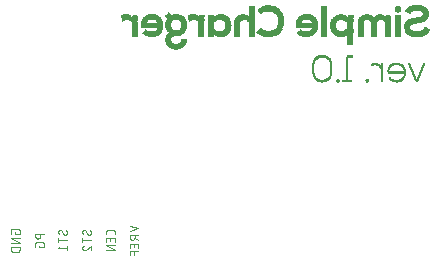
<source format=gbr>
G04 EAGLE Gerber RS-274X export*
G75*
%MOMM*%
%FSLAX34Y34*%
%LPD*%
%INSilkscreen Bottom*%
%IPPOS*%
%AMOC8*
5,1,8,0,0,1.08239X$1,22.5*%
G01*
%ADD10C,0.076200*%
%ADD11R,0.120000X0.010000*%
%ADD12R,0.100000X0.010000*%
%ADD13R,0.190000X0.010000*%
%ADD14R,0.300000X0.010000*%
%ADD15R,0.150000X0.010000*%
%ADD16R,0.140000X0.010000*%
%ADD17R,0.340000X0.010000*%
%ADD18R,0.400000X0.010000*%
%ADD19R,0.170000X0.010000*%
%ADD20R,0.180000X0.010000*%
%ADD21R,0.430000X0.010000*%
%ADD22R,0.490000X0.010000*%
%ADD23R,0.200000X0.010000*%
%ADD24R,0.920000X0.010000*%
%ADD25R,0.510000X0.010000*%
%ADD26R,0.560000X0.010000*%
%ADD27R,0.210000X0.010000*%
%ADD28R,0.220000X0.010000*%
%ADD29R,0.580000X0.010000*%
%ADD30R,0.620000X0.010000*%
%ADD31R,0.230000X0.010000*%
%ADD32R,0.630000X0.010000*%
%ADD33R,0.670000X0.010000*%
%ADD34R,0.240000X0.010000*%
%ADD35R,0.680000X0.010000*%
%ADD36R,0.720000X0.010000*%
%ADD37R,0.730000X0.010000*%
%ADD38R,0.770000X0.010000*%
%ADD39R,0.250000X0.010000*%
%ADD40R,0.260000X0.010000*%
%ADD41R,0.780000X0.010000*%
%ADD42R,0.810000X0.010000*%
%ADD43R,0.820000X0.010000*%
%ADD44R,0.840000X0.010000*%
%ADD45R,0.860000X0.010000*%
%ADD46R,0.880000X0.010000*%
%ADD47R,0.890000X0.010000*%
%ADD48R,0.270000X0.010000*%
%ADD49R,0.950000X0.010000*%
%ADD50R,0.960000X0.010000*%
%ADD51R,0.280000X0.010000*%
%ADD52R,0.980000X0.010000*%
%ADD53R,0.290000X0.010000*%
%ADD54R,1.010000X0.010000*%
%ADD55R,1.020000X0.010000*%
%ADD56R,1.040000X0.010000*%
%ADD57R,0.420000X0.010000*%
%ADD58R,0.450000X0.010000*%
%ADD59R,0.440000X0.010000*%
%ADD60R,0.320000X0.010000*%
%ADD61R,0.360000X0.010000*%
%ADD62R,0.380000X0.010000*%
%ADD63R,0.350000X0.010000*%
%ADD64R,0.370000X0.010000*%
%ADD65R,0.330000X0.010000*%
%ADD66R,0.310000X0.010000*%
%ADD67R,0.160000X0.010000*%
%ADD68R,0.130000X0.010000*%
%ADD69R,0.110000X0.010000*%
%ADD70R,0.090000X0.010000*%
%ADD71R,0.070000X0.010000*%
%ADD72R,0.040000X0.010000*%
%ADD73R,0.020000X0.010000*%
%ADD74R,1.570000X0.010000*%
%ADD75R,1.580000X0.010000*%
%ADD76R,0.390000X0.010000*%
%ADD77R,0.740000X0.010000*%
%ADD78R,0.470000X0.010000*%
%ADD79R,0.930000X0.010000*%
%ADD80R,0.710000X0.010000*%
%ADD81R,0.900000X0.010000*%
%ADD82R,0.870000X0.010000*%
%ADD83R,0.700000X0.010000*%
%ADD84R,0.830000X0.010000*%
%ADD85R,0.800000X0.010000*%
%ADD86R,0.650000X0.010000*%
%ADD87R,0.760000X0.010000*%
%ADD88R,0.540000X0.010000*%
%ADD89R,0.500000X0.010000*%
%ADD90R,0.550000X0.010000*%
%ADD91R,0.410000X0.010000*%
%ADD92R,0.460000X0.010000*%
%ADD93R,0.990000X0.010000*%
%ADD94R,0.640000X0.010000*%
%ADD95R,1.000000X0.010000*%
%ADD96R,1.030000X0.010000*%
%ADD97R,1.070000X0.010000*%
%ADD98R,1.100000X0.010000*%
%ADD99R,1.130000X0.010000*%
%ADD100R,1.160000X0.010000*%
%ADD101R,1.190000X0.010000*%
%ADD102R,1.220000X0.010000*%
%ADD103R,1.240000X0.010000*%
%ADD104R,1.260000X0.010000*%
%ADD105R,1.290000X0.010000*%
%ADD106R,1.310000X0.010000*%
%ADD107R,1.340000X0.010000*%
%ADD108R,1.360000X0.010000*%
%ADD109R,1.380000X0.010000*%
%ADD110R,1.400000X0.010000*%
%ADD111R,1.420000X0.010000*%
%ADD112R,1.430000X0.010000*%
%ADD113R,1.440000X0.010000*%
%ADD114R,1.460000X0.010000*%
%ADD115R,1.480000X0.010000*%
%ADD116R,1.500000X0.010000*%
%ADD117R,1.520000X0.010000*%
%ADD118R,1.540000X0.010000*%
%ADD119R,1.560000X0.010000*%
%ADD120R,1.590000X0.010000*%
%ADD121R,1.600000X0.010000*%
%ADD122R,1.620000X0.010000*%
%ADD123R,0.690000X0.010000*%
%ADD124R,0.660000X0.010000*%
%ADD125R,0.610000X0.010000*%
%ADD126R,0.600000X0.010000*%
%ADD127R,0.570000X0.010000*%
%ADD128R,0.530000X0.010000*%
%ADD129R,0.520000X0.010000*%
%ADD130R,0.480000X0.010000*%
%ADD131R,0.590000X0.010000*%
%ADD132R,1.180000X0.010000*%
%ADD133R,0.910000X0.010000*%
%ADD134R,1.230000X0.010000*%
%ADD135R,1.150000X0.010000*%
%ADD136R,1.270000X0.010000*%
%ADD137R,1.200000X0.010000*%
%ADD138R,1.050000X0.010000*%
%ADD139R,1.350000X0.010000*%
%ADD140R,0.940000X0.010000*%
%ADD141R,1.080000X0.010000*%
%ADD142R,1.390000X0.010000*%
%ADD143R,0.970000X0.010000*%
%ADD144R,1.120000X0.010000*%
%ADD145R,1.330000X0.010000*%
%ADD146R,1.110000X0.010000*%
%ADD147R,1.370000X0.010000*%
%ADD148R,1.140000X0.010000*%
%ADD149R,1.450000X0.010000*%
%ADD150R,1.490000X0.010000*%
%ADD151R,1.060000X0.010000*%
%ADD152R,1.170000X0.010000*%
%ADD153R,1.210000X0.010000*%
%ADD154R,1.510000X0.010000*%
%ADD155R,1.470000X0.010000*%
%ADD156R,1.250000X0.010000*%
%ADD157R,1.550000X0.010000*%
%ADD158R,1.280000X0.010000*%
%ADD159R,1.090000X0.010000*%
%ADD160R,1.300000X0.010000*%
%ADD161R,1.630000X0.010000*%
%ADD162R,1.650000X0.010000*%
%ADD163R,1.670000X0.010000*%
%ADD164R,1.660000X0.010000*%
%ADD165R,1.410000X0.010000*%
%ADD166R,1.690000X0.010000*%
%ADD167R,1.680000X0.010000*%
%ADD168R,1.710000X0.010000*%
%ADD169R,1.730000X0.010000*%
%ADD170R,1.750000X0.010000*%
%ADD171R,1.700000X0.010000*%
%ADD172R,1.760000X0.010000*%
%ADD173R,1.770000X0.010000*%
%ADD174R,1.780000X0.010000*%
%ADD175R,1.790000X0.010000*%
%ADD176R,1.720000X0.010000*%
%ADD177R,1.810000X0.010000*%
%ADD178R,1.530000X0.010000*%
%ADD179R,1.830000X0.010000*%
%ADD180R,1.740000X0.010000*%
%ADD181R,1.850000X0.010000*%
%ADD182R,1.880000X0.010000*%
%ADD183R,1.860000X0.010000*%
%ADD184R,1.900000X0.010000*%
%ADD185R,1.920000X0.010000*%
%ADD186R,1.890000X0.010000*%
%ADD187R,1.940000X0.010000*%
%ADD188R,1.910000X0.010000*%
%ADD189R,1.960000X0.010000*%
%ADD190R,1.970000X0.010000*%
%ADD191R,1.800000X0.010000*%
%ADD192R,1.950000X0.010000*%
%ADD193R,1.980000X0.010000*%
%ADD194R,0.790000X0.010000*%
%ADD195R,0.750000X0.010000*%
%ADD196R,0.080000X0.010000*%
%ADD197R,0.050000X0.010000*%
%ADD198R,0.030000X0.010000*%
%ADD199R,0.010000X0.010000*%
%ADD200R,0.060000X0.010000*%
%ADD201R,1.840000X0.010000*%
%ADD202R,1.820000X0.010000*%
%ADD203R,0.850000X0.010000*%
%ADD204R,2.710000X0.010000*%
%ADD205R,2.700000X0.010000*%
%ADD206R,2.690000X0.010000*%
%ADD207R,1.640000X0.010000*%
%ADD208R,2.680000X0.010000*%
%ADD209R,2.670000X0.010000*%
%ADD210R,2.660000X0.010000*%
%ADD211R,1.610000X0.010000*%
%ADD212R,1.320000X0.010000*%


D10*
X132687Y39242D02*
X132687Y38015D01*
X136779Y38015D01*
X136779Y40470D01*
X136777Y40548D01*
X136772Y40626D01*
X136762Y40703D01*
X136749Y40780D01*
X136733Y40856D01*
X136713Y40931D01*
X136689Y41005D01*
X136662Y41078D01*
X136631Y41150D01*
X136597Y41220D01*
X136560Y41289D01*
X136519Y41355D01*
X136475Y41420D01*
X136429Y41482D01*
X136379Y41542D01*
X136327Y41600D01*
X136272Y41655D01*
X136214Y41707D01*
X136154Y41757D01*
X136092Y41803D01*
X136027Y41847D01*
X135961Y41888D01*
X135892Y41925D01*
X135822Y41959D01*
X135750Y41990D01*
X135677Y42017D01*
X135603Y42041D01*
X135528Y42061D01*
X135452Y42077D01*
X135375Y42090D01*
X135298Y42100D01*
X135220Y42105D01*
X135142Y42107D01*
X131050Y42107D01*
X130970Y42105D01*
X130890Y42099D01*
X130810Y42089D01*
X130731Y42076D01*
X130652Y42058D01*
X130575Y42037D01*
X130499Y42011D01*
X130424Y41982D01*
X130350Y41950D01*
X130278Y41914D01*
X130208Y41874D01*
X130141Y41831D01*
X130075Y41785D01*
X130012Y41735D01*
X129951Y41683D01*
X129892Y41628D01*
X129837Y41569D01*
X129785Y41509D01*
X129735Y41445D01*
X129689Y41380D01*
X129646Y41312D01*
X129606Y41242D01*
X129570Y41170D01*
X129538Y41096D01*
X129509Y41022D01*
X129484Y40945D01*
X129462Y40868D01*
X129444Y40789D01*
X129431Y40710D01*
X129421Y40631D01*
X129415Y40550D01*
X129413Y40470D01*
X129413Y38015D01*
X129413Y34304D02*
X136779Y34304D01*
X136779Y30212D02*
X129413Y34304D01*
X129413Y30212D02*
X136779Y30212D01*
X136779Y26501D02*
X129413Y26501D01*
X129413Y24455D01*
X129415Y24366D01*
X129421Y24277D01*
X129431Y24188D01*
X129444Y24100D01*
X129461Y24012D01*
X129483Y23925D01*
X129508Y23840D01*
X129536Y23755D01*
X129569Y23672D01*
X129605Y23590D01*
X129644Y23510D01*
X129687Y23432D01*
X129733Y23356D01*
X129783Y23281D01*
X129836Y23209D01*
X129892Y23140D01*
X129951Y23073D01*
X130012Y23008D01*
X130077Y22947D01*
X130144Y22888D01*
X130213Y22832D01*
X130285Y22779D01*
X130360Y22729D01*
X130436Y22683D01*
X130514Y22640D01*
X130594Y22601D01*
X130676Y22565D01*
X130759Y22532D01*
X130844Y22504D01*
X130929Y22479D01*
X131016Y22457D01*
X131104Y22440D01*
X131192Y22427D01*
X131281Y22417D01*
X131370Y22411D01*
X131459Y22409D01*
X134733Y22409D01*
X134822Y22411D01*
X134911Y22417D01*
X135000Y22427D01*
X135088Y22440D01*
X135176Y22457D01*
X135263Y22479D01*
X135348Y22504D01*
X135433Y22532D01*
X135516Y22565D01*
X135598Y22601D01*
X135678Y22640D01*
X135756Y22683D01*
X135832Y22729D01*
X135907Y22779D01*
X135979Y22832D01*
X136048Y22888D01*
X136115Y22947D01*
X136180Y23008D01*
X136241Y23073D01*
X136300Y23140D01*
X136356Y23209D01*
X136409Y23281D01*
X136459Y23356D01*
X136505Y23432D01*
X136548Y23510D01*
X136587Y23590D01*
X136623Y23672D01*
X136656Y23755D01*
X136684Y23840D01*
X136709Y23925D01*
X136731Y24012D01*
X136748Y24100D01*
X136761Y24188D01*
X136771Y24277D01*
X136777Y24366D01*
X136779Y24455D01*
X136779Y26501D01*
X149987Y37903D02*
X157353Y37903D01*
X149987Y37903D02*
X149987Y35857D01*
X149989Y35768D01*
X149995Y35679D01*
X150005Y35590D01*
X150018Y35502D01*
X150035Y35414D01*
X150057Y35327D01*
X150082Y35242D01*
X150110Y35157D01*
X150143Y35074D01*
X150179Y34992D01*
X150218Y34912D01*
X150261Y34834D01*
X150307Y34758D01*
X150357Y34683D01*
X150410Y34611D01*
X150466Y34542D01*
X150525Y34475D01*
X150586Y34410D01*
X150651Y34349D01*
X150718Y34290D01*
X150787Y34234D01*
X150859Y34181D01*
X150934Y34131D01*
X151010Y34085D01*
X151088Y34042D01*
X151168Y34003D01*
X151250Y33967D01*
X151333Y33934D01*
X151418Y33906D01*
X151503Y33881D01*
X151590Y33859D01*
X151678Y33842D01*
X151766Y33829D01*
X151855Y33819D01*
X151944Y33813D01*
X152033Y33811D01*
X152122Y33813D01*
X152211Y33819D01*
X152300Y33829D01*
X152388Y33842D01*
X152476Y33859D01*
X152563Y33881D01*
X152648Y33906D01*
X152733Y33934D01*
X152816Y33967D01*
X152898Y34003D01*
X152978Y34042D01*
X153056Y34085D01*
X153132Y34131D01*
X153207Y34181D01*
X153279Y34234D01*
X153348Y34290D01*
X153415Y34349D01*
X153480Y34410D01*
X153541Y34475D01*
X153600Y34542D01*
X153656Y34611D01*
X153709Y34683D01*
X153759Y34758D01*
X153805Y34834D01*
X153848Y34912D01*
X153887Y34992D01*
X153923Y35074D01*
X153956Y35157D01*
X153984Y35242D01*
X154009Y35327D01*
X154031Y35414D01*
X154048Y35502D01*
X154061Y35590D01*
X154071Y35679D01*
X154077Y35768D01*
X154079Y35857D01*
X154079Y37903D01*
X153261Y27841D02*
X153261Y26613D01*
X157353Y26613D01*
X157353Y29068D01*
X157351Y29146D01*
X157346Y29224D01*
X157336Y29301D01*
X157323Y29378D01*
X157307Y29454D01*
X157287Y29529D01*
X157263Y29603D01*
X157236Y29676D01*
X157205Y29748D01*
X157171Y29818D01*
X157134Y29887D01*
X157093Y29953D01*
X157049Y30018D01*
X157003Y30080D01*
X156953Y30140D01*
X156901Y30198D01*
X156846Y30253D01*
X156788Y30305D01*
X156728Y30355D01*
X156666Y30401D01*
X156601Y30445D01*
X156535Y30486D01*
X156466Y30523D01*
X156396Y30557D01*
X156324Y30588D01*
X156251Y30615D01*
X156177Y30639D01*
X156102Y30659D01*
X156026Y30675D01*
X155949Y30688D01*
X155872Y30698D01*
X155794Y30703D01*
X155716Y30705D01*
X151624Y30705D01*
X151544Y30703D01*
X151464Y30697D01*
X151384Y30687D01*
X151305Y30674D01*
X151226Y30656D01*
X151149Y30635D01*
X151073Y30609D01*
X150998Y30580D01*
X150924Y30548D01*
X150852Y30512D01*
X150782Y30472D01*
X150715Y30429D01*
X150649Y30383D01*
X150586Y30333D01*
X150525Y30281D01*
X150466Y30226D01*
X150411Y30167D01*
X150359Y30107D01*
X150309Y30043D01*
X150263Y29978D01*
X150220Y29910D01*
X150180Y29840D01*
X150144Y29768D01*
X150112Y29694D01*
X150083Y29620D01*
X150058Y29543D01*
X150036Y29466D01*
X150018Y29387D01*
X150005Y29308D01*
X149995Y29229D01*
X149989Y29148D01*
X149987Y29068D01*
X149987Y26613D01*
X175274Y37171D02*
X175352Y37173D01*
X175430Y37178D01*
X175507Y37188D01*
X175584Y37201D01*
X175660Y37217D01*
X175735Y37237D01*
X175809Y37261D01*
X175882Y37288D01*
X175954Y37319D01*
X176024Y37353D01*
X176093Y37390D01*
X176159Y37431D01*
X176224Y37475D01*
X176286Y37521D01*
X176346Y37571D01*
X176404Y37623D01*
X176459Y37678D01*
X176511Y37736D01*
X176561Y37796D01*
X176607Y37858D01*
X176651Y37923D01*
X176692Y37990D01*
X176729Y38058D01*
X176763Y38128D01*
X176794Y38200D01*
X176821Y38273D01*
X176845Y38347D01*
X176865Y38422D01*
X176881Y38498D01*
X176894Y38575D01*
X176904Y38652D01*
X176909Y38730D01*
X176911Y38808D01*
X176909Y38922D01*
X176904Y39035D01*
X176894Y39149D01*
X176881Y39262D01*
X176864Y39374D01*
X176844Y39486D01*
X176820Y39597D01*
X176792Y39708D01*
X176761Y39817D01*
X176726Y39925D01*
X176687Y40032D01*
X176645Y40138D01*
X176600Y40242D01*
X176551Y40345D01*
X176498Y40446D01*
X176443Y40545D01*
X176384Y40643D01*
X176322Y40738D01*
X176257Y40831D01*
X176189Y40923D01*
X176118Y41011D01*
X176044Y41098D01*
X175967Y41182D01*
X175888Y41263D01*
X171182Y41059D02*
X171102Y41057D01*
X171022Y41051D01*
X170942Y41041D01*
X170863Y41028D01*
X170784Y41010D01*
X170707Y40989D01*
X170631Y40963D01*
X170556Y40934D01*
X170482Y40902D01*
X170410Y40866D01*
X170340Y40826D01*
X170273Y40783D01*
X170207Y40737D01*
X170144Y40687D01*
X170083Y40635D01*
X170024Y40580D01*
X169969Y40521D01*
X169917Y40461D01*
X169867Y40397D01*
X169821Y40331D01*
X169778Y40264D01*
X169738Y40194D01*
X169702Y40122D01*
X169670Y40048D01*
X169641Y39974D01*
X169615Y39897D01*
X169594Y39820D01*
X169576Y39741D01*
X169563Y39662D01*
X169553Y39582D01*
X169547Y39502D01*
X169545Y39422D01*
X169547Y39312D01*
X169553Y39203D01*
X169563Y39094D01*
X169576Y38985D01*
X169594Y38876D01*
X169615Y38769D01*
X169641Y38662D01*
X169670Y38556D01*
X169702Y38451D01*
X169739Y38348D01*
X169779Y38246D01*
X169823Y38145D01*
X169871Y38046D01*
X169921Y37949D01*
X169976Y37854D01*
X170034Y37761D01*
X170095Y37669D01*
X170159Y37581D01*
X172614Y40241D02*
X172572Y40307D01*
X172528Y40372D01*
X172480Y40434D01*
X172430Y40494D01*
X172377Y40552D01*
X172321Y40607D01*
X172263Y40660D01*
X172202Y40709D01*
X172139Y40756D01*
X172074Y40800D01*
X172007Y40840D01*
X171938Y40877D01*
X171867Y40911D01*
X171795Y40942D01*
X171721Y40969D01*
X171646Y40993D01*
X171571Y41013D01*
X171494Y41029D01*
X171417Y41042D01*
X171339Y41052D01*
X171260Y41057D01*
X171182Y41059D01*
X173842Y37990D02*
X173884Y37924D01*
X173928Y37859D01*
X173976Y37797D01*
X174026Y37737D01*
X174079Y37679D01*
X174135Y37624D01*
X174193Y37571D01*
X174254Y37522D01*
X174317Y37475D01*
X174382Y37431D01*
X174449Y37391D01*
X174518Y37354D01*
X174589Y37320D01*
X174661Y37289D01*
X174735Y37262D01*
X174810Y37238D01*
X174885Y37218D01*
X174962Y37202D01*
X175039Y37189D01*
X175117Y37179D01*
X175196Y37174D01*
X175274Y37172D01*
X173842Y37990D02*
X172614Y40241D01*
X169545Y32634D02*
X176911Y32634D01*
X169545Y34680D02*
X169545Y30588D01*
X171182Y27853D02*
X169545Y25806D01*
X176911Y25806D01*
X176911Y23760D02*
X176911Y27853D01*
X195594Y37171D02*
X195672Y37173D01*
X195750Y37178D01*
X195827Y37188D01*
X195904Y37201D01*
X195980Y37217D01*
X196055Y37237D01*
X196129Y37261D01*
X196202Y37288D01*
X196274Y37319D01*
X196344Y37353D01*
X196413Y37390D01*
X196479Y37431D01*
X196544Y37475D01*
X196606Y37521D01*
X196666Y37571D01*
X196724Y37623D01*
X196779Y37678D01*
X196831Y37736D01*
X196881Y37796D01*
X196927Y37858D01*
X196971Y37923D01*
X197012Y37990D01*
X197049Y38058D01*
X197083Y38128D01*
X197114Y38200D01*
X197141Y38273D01*
X197165Y38347D01*
X197185Y38422D01*
X197201Y38498D01*
X197214Y38575D01*
X197224Y38652D01*
X197229Y38730D01*
X197231Y38808D01*
X197229Y38922D01*
X197224Y39035D01*
X197214Y39149D01*
X197201Y39262D01*
X197184Y39374D01*
X197164Y39486D01*
X197140Y39597D01*
X197112Y39708D01*
X197081Y39817D01*
X197046Y39925D01*
X197007Y40032D01*
X196965Y40138D01*
X196920Y40242D01*
X196871Y40345D01*
X196818Y40446D01*
X196763Y40545D01*
X196704Y40643D01*
X196642Y40738D01*
X196577Y40831D01*
X196509Y40923D01*
X196438Y41011D01*
X196364Y41098D01*
X196287Y41182D01*
X196208Y41263D01*
X191502Y41059D02*
X191422Y41057D01*
X191342Y41051D01*
X191262Y41041D01*
X191183Y41028D01*
X191104Y41010D01*
X191027Y40989D01*
X190951Y40963D01*
X190876Y40934D01*
X190802Y40902D01*
X190730Y40866D01*
X190660Y40826D01*
X190593Y40783D01*
X190527Y40737D01*
X190464Y40687D01*
X190403Y40635D01*
X190344Y40580D01*
X190289Y40521D01*
X190237Y40461D01*
X190187Y40397D01*
X190141Y40331D01*
X190098Y40264D01*
X190058Y40194D01*
X190022Y40122D01*
X189990Y40048D01*
X189961Y39974D01*
X189935Y39897D01*
X189914Y39820D01*
X189896Y39741D01*
X189883Y39662D01*
X189873Y39582D01*
X189867Y39502D01*
X189865Y39422D01*
X189867Y39312D01*
X189873Y39203D01*
X189883Y39094D01*
X189896Y38985D01*
X189914Y38876D01*
X189935Y38769D01*
X189961Y38662D01*
X189990Y38556D01*
X190022Y38451D01*
X190059Y38348D01*
X190099Y38246D01*
X190143Y38145D01*
X190191Y38046D01*
X190241Y37949D01*
X190296Y37854D01*
X190354Y37761D01*
X190415Y37669D01*
X190479Y37581D01*
X192934Y40241D02*
X192892Y40307D01*
X192848Y40372D01*
X192800Y40434D01*
X192750Y40494D01*
X192697Y40552D01*
X192641Y40607D01*
X192583Y40660D01*
X192522Y40709D01*
X192459Y40756D01*
X192394Y40800D01*
X192327Y40840D01*
X192258Y40877D01*
X192187Y40911D01*
X192115Y40942D01*
X192041Y40969D01*
X191966Y40993D01*
X191891Y41013D01*
X191814Y41029D01*
X191737Y41042D01*
X191659Y41052D01*
X191580Y41057D01*
X191502Y41059D01*
X194162Y37990D02*
X194204Y37924D01*
X194248Y37859D01*
X194296Y37797D01*
X194346Y37737D01*
X194399Y37679D01*
X194455Y37624D01*
X194513Y37571D01*
X194574Y37522D01*
X194637Y37475D01*
X194702Y37431D01*
X194769Y37391D01*
X194838Y37354D01*
X194909Y37320D01*
X194981Y37289D01*
X195055Y37262D01*
X195130Y37238D01*
X195205Y37218D01*
X195282Y37202D01*
X195359Y37189D01*
X195437Y37179D01*
X195516Y37174D01*
X195594Y37172D01*
X194162Y37990D02*
X192934Y40241D01*
X189865Y32634D02*
X197231Y32634D01*
X189865Y34680D02*
X189865Y30588D01*
X189865Y25602D02*
X189867Y25517D01*
X189873Y25432D01*
X189883Y25348D01*
X189896Y25264D01*
X189914Y25180D01*
X189935Y25098D01*
X189960Y25017D01*
X189989Y24937D01*
X190022Y24858D01*
X190058Y24781D01*
X190098Y24706D01*
X190141Y24632D01*
X190187Y24561D01*
X190237Y24492D01*
X190290Y24425D01*
X190346Y24361D01*
X190405Y24300D01*
X190466Y24241D01*
X190530Y24185D01*
X190597Y24132D01*
X190666Y24082D01*
X190737Y24036D01*
X190811Y23993D01*
X190886Y23953D01*
X190963Y23917D01*
X191042Y23884D01*
X191122Y23855D01*
X191203Y23830D01*
X191285Y23809D01*
X191369Y23791D01*
X191453Y23778D01*
X191537Y23768D01*
X191622Y23762D01*
X191707Y23760D01*
X189865Y25602D02*
X189867Y25698D01*
X189873Y25794D01*
X189883Y25889D01*
X189896Y25984D01*
X189914Y26079D01*
X189935Y26172D01*
X189960Y26265D01*
X189989Y26356D01*
X190021Y26447D01*
X190057Y26536D01*
X190097Y26623D01*
X190140Y26709D01*
X190186Y26793D01*
X190236Y26875D01*
X190290Y26955D01*
X190346Y27032D01*
X190406Y27107D01*
X190468Y27180D01*
X190534Y27250D01*
X190602Y27318D01*
X190673Y27383D01*
X190746Y27444D01*
X190822Y27503D01*
X190901Y27559D01*
X190981Y27611D01*
X191064Y27660D01*
X191148Y27706D01*
X191234Y27748D01*
X191322Y27786D01*
X191411Y27821D01*
X191502Y27853D01*
X193139Y24374D02*
X193080Y24314D01*
X193018Y24257D01*
X192954Y24202D01*
X192887Y24151D01*
X192818Y24102D01*
X192748Y24056D01*
X192675Y24013D01*
X192601Y23973D01*
X192525Y23937D01*
X192447Y23904D01*
X192368Y23874D01*
X192288Y23847D01*
X192207Y23824D01*
X192125Y23805D01*
X192043Y23789D01*
X191959Y23776D01*
X191875Y23767D01*
X191791Y23762D01*
X191707Y23760D01*
X193139Y24374D02*
X197231Y27853D01*
X197231Y23760D01*
X217551Y37636D02*
X217551Y39273D01*
X217549Y39351D01*
X217544Y39429D01*
X217534Y39506D01*
X217521Y39583D01*
X217505Y39659D01*
X217485Y39734D01*
X217461Y39808D01*
X217434Y39881D01*
X217403Y39953D01*
X217369Y40023D01*
X217332Y40092D01*
X217291Y40158D01*
X217247Y40223D01*
X217201Y40285D01*
X217151Y40345D01*
X217099Y40403D01*
X217044Y40458D01*
X216986Y40510D01*
X216926Y40560D01*
X216864Y40606D01*
X216799Y40650D01*
X216733Y40691D01*
X216664Y40728D01*
X216594Y40762D01*
X216522Y40793D01*
X216449Y40820D01*
X216375Y40844D01*
X216300Y40864D01*
X216224Y40880D01*
X216147Y40893D01*
X216070Y40903D01*
X215992Y40908D01*
X215914Y40910D01*
X215914Y40909D02*
X211822Y40909D01*
X211822Y40910D02*
X211742Y40908D01*
X211662Y40902D01*
X211582Y40892D01*
X211503Y40879D01*
X211424Y40861D01*
X211347Y40840D01*
X211271Y40814D01*
X211196Y40785D01*
X211122Y40753D01*
X211050Y40717D01*
X210980Y40677D01*
X210913Y40634D01*
X210847Y40588D01*
X210784Y40538D01*
X210723Y40486D01*
X210664Y40431D01*
X210609Y40372D01*
X210557Y40312D01*
X210507Y40248D01*
X210461Y40183D01*
X210418Y40115D01*
X210378Y40045D01*
X210342Y39973D01*
X210310Y39899D01*
X210281Y39825D01*
X210256Y39748D01*
X210234Y39671D01*
X210216Y39592D01*
X210203Y39513D01*
X210193Y39434D01*
X210187Y39353D01*
X210185Y39273D01*
X210185Y37636D01*
X217551Y34531D02*
X217551Y31257D01*
X217551Y34531D02*
X210185Y34531D01*
X210185Y31257D01*
X213459Y32076D02*
X213459Y34531D01*
X210185Y28207D02*
X217551Y28207D01*
X217551Y24115D02*
X210185Y28207D01*
X210185Y24115D02*
X217551Y24115D01*
X229997Y44836D02*
X237363Y42381D01*
X229997Y39926D01*
X229997Y36817D02*
X237363Y36817D01*
X229997Y36817D02*
X229997Y34771D01*
X229999Y34682D01*
X230005Y34593D01*
X230015Y34504D01*
X230028Y34416D01*
X230045Y34328D01*
X230067Y34241D01*
X230092Y34156D01*
X230120Y34071D01*
X230153Y33988D01*
X230189Y33906D01*
X230228Y33826D01*
X230271Y33748D01*
X230317Y33672D01*
X230367Y33597D01*
X230420Y33525D01*
X230476Y33456D01*
X230535Y33389D01*
X230596Y33324D01*
X230661Y33263D01*
X230728Y33204D01*
X230797Y33148D01*
X230869Y33095D01*
X230944Y33045D01*
X231020Y32999D01*
X231098Y32956D01*
X231178Y32917D01*
X231260Y32881D01*
X231343Y32848D01*
X231428Y32820D01*
X231513Y32795D01*
X231600Y32773D01*
X231688Y32756D01*
X231776Y32743D01*
X231865Y32733D01*
X231954Y32727D01*
X232043Y32725D01*
X232132Y32727D01*
X232221Y32733D01*
X232310Y32743D01*
X232398Y32756D01*
X232486Y32773D01*
X232573Y32795D01*
X232658Y32820D01*
X232743Y32848D01*
X232826Y32881D01*
X232908Y32917D01*
X232988Y32956D01*
X233066Y32999D01*
X233142Y33045D01*
X233217Y33095D01*
X233289Y33148D01*
X233358Y33204D01*
X233425Y33263D01*
X233490Y33324D01*
X233551Y33389D01*
X233610Y33456D01*
X233666Y33525D01*
X233719Y33597D01*
X233769Y33672D01*
X233815Y33748D01*
X233858Y33826D01*
X233897Y33906D01*
X233933Y33988D01*
X233966Y34071D01*
X233994Y34156D01*
X234019Y34241D01*
X234041Y34328D01*
X234058Y34416D01*
X234071Y34504D01*
X234081Y34593D01*
X234087Y34682D01*
X234089Y34771D01*
X234089Y36817D01*
X234089Y34362D02*
X237363Y32725D01*
X237363Y29293D02*
X237363Y26020D01*
X237363Y29293D02*
X229997Y29293D01*
X229997Y26020D01*
X233271Y26838D02*
X233271Y29293D01*
X229997Y22953D02*
X237363Y22953D01*
X229997Y22953D02*
X229997Y19680D01*
X233271Y19680D02*
X233271Y22953D01*
D11*
X455950Y165900D03*
D12*
X431250Y165900D03*
X406250Y165900D03*
D13*
X393100Y165900D03*
D14*
X455950Y166000D03*
D15*
X431300Y166000D03*
D16*
X406250Y166000D03*
D17*
X393050Y166000D03*
D18*
X455950Y166100D03*
D19*
X431300Y166100D03*
D20*
X406250Y166100D03*
D21*
X393100Y166100D03*
D13*
X472900Y166200D03*
D22*
X455900Y166200D03*
D19*
X443500Y166200D03*
D23*
X431250Y166200D03*
D24*
X414250Y166200D03*
D23*
X406250Y166200D03*
D25*
X393100Y166200D03*
D23*
X472950Y166300D03*
D26*
X455950Y166300D03*
D19*
X443500Y166300D03*
D27*
X431300Y166300D03*
D24*
X414250Y166300D03*
D28*
X406250Y166300D03*
D29*
X393050Y166300D03*
D23*
X472950Y166400D03*
D30*
X455950Y166400D03*
D19*
X443500Y166400D03*
D31*
X431300Y166400D03*
D24*
X414250Y166400D03*
D28*
X406250Y166400D03*
D32*
X393100Y166400D03*
D27*
X472900Y166500D03*
D33*
X455900Y166500D03*
D19*
X443500Y166500D03*
D34*
X431250Y166500D03*
D24*
X414250Y166500D03*
D34*
X406250Y166500D03*
D35*
X393050Y166500D03*
D28*
X472950Y166600D03*
D36*
X455850Y166600D03*
D19*
X443500Y166600D03*
D34*
X431250Y166600D03*
D24*
X414250Y166600D03*
D34*
X406250Y166600D03*
D37*
X393100Y166600D03*
D31*
X472900Y166700D03*
D38*
X455900Y166700D03*
D19*
X443500Y166700D03*
D39*
X431300Y166700D03*
D24*
X414250Y166700D03*
D40*
X406250Y166700D03*
D41*
X393050Y166700D03*
D34*
X472950Y166800D03*
D42*
X455900Y166800D03*
D19*
X443500Y166800D03*
D39*
X431300Y166800D03*
D24*
X414250Y166800D03*
D40*
X406250Y166800D03*
D43*
X393050Y166800D03*
D39*
X472900Y166900D03*
D44*
X455850Y166900D03*
D19*
X443500Y166900D03*
D40*
X431250Y166900D03*
D24*
X414250Y166900D03*
D40*
X406250Y166900D03*
D45*
X393050Y166900D03*
D40*
X472950Y167000D03*
D46*
X455850Y167000D03*
D19*
X443500Y167000D03*
D40*
X431250Y167000D03*
D24*
X414250Y167000D03*
D40*
X406250Y167000D03*
D47*
X393100Y167000D03*
D40*
X472950Y167100D03*
D24*
X455850Y167100D03*
D19*
X443500Y167100D03*
D40*
X431250Y167100D03*
D24*
X414250Y167100D03*
D40*
X406250Y167100D03*
D24*
X393050Y167100D03*
D48*
X472900Y167200D03*
D49*
X455800Y167200D03*
D19*
X443500Y167200D03*
D40*
X431250Y167200D03*
D24*
X414250Y167200D03*
D40*
X406250Y167200D03*
D50*
X393050Y167200D03*
D51*
X472950Y167300D03*
D52*
X455850Y167300D03*
D19*
X443500Y167300D03*
D40*
X431250Y167300D03*
D24*
X414250Y167300D03*
D40*
X406250Y167300D03*
D52*
X393050Y167300D03*
D53*
X472900Y167400D03*
D54*
X455800Y167400D03*
D19*
X443500Y167400D03*
D39*
X431300Y167400D03*
D24*
X414250Y167400D03*
D40*
X406250Y167400D03*
D55*
X393050Y167400D03*
D14*
X472950Y167500D03*
D22*
X458600Y167500D03*
D25*
X453200Y167500D03*
D19*
X443500Y167500D03*
D39*
X431300Y167500D03*
D24*
X414250Y167500D03*
D39*
X406200Y167500D03*
D56*
X393050Y167500D03*
D14*
X472950Y167600D03*
D18*
X459150Y167600D03*
D57*
X452650Y167600D03*
D19*
X443500Y167600D03*
D34*
X431250Y167600D03*
D24*
X414250Y167600D03*
D34*
X406250Y167600D03*
D58*
X396200Y167600D03*
D59*
X389950Y167600D03*
D60*
X472950Y167700D03*
D61*
X459450Y167700D03*
D62*
X452250Y167700D03*
D19*
X443500Y167700D03*
D34*
X431250Y167700D03*
D20*
X414250Y167700D03*
D34*
X406250Y167700D03*
D18*
X396550Y167700D03*
X389550Y167700D03*
D60*
X472950Y167800D03*
D17*
X459650Y167800D03*
D63*
X452000Y167800D03*
D19*
X443500Y167800D03*
D31*
X431300Y167800D03*
D20*
X414250Y167800D03*
D28*
X406250Y167800D03*
D64*
X396800Y167800D03*
X389300Y167800D03*
D65*
X472900Y167900D03*
D60*
X459850Y167900D03*
D65*
X451800Y167900D03*
D19*
X443500Y167900D03*
D27*
X431300Y167900D03*
D20*
X414250Y167900D03*
D28*
X406250Y167900D03*
D63*
X397000Y167900D03*
X389100Y167900D03*
D17*
X472950Y168000D03*
D14*
X460050Y168000D03*
D66*
X451600Y168000D03*
D19*
X443500Y168000D03*
D23*
X431250Y168000D03*
D20*
X414250Y168000D03*
D23*
X406250Y168000D03*
D65*
X397200Y168000D03*
X388900Y168000D03*
D63*
X472900Y168100D03*
D53*
X460200Y168100D03*
X451400Y168100D03*
D19*
X443500Y168100D03*
X431300Y168100D03*
D20*
X414250Y168100D03*
X406250Y168100D03*
D60*
X397450Y168100D03*
X388750Y168100D03*
D20*
X473850Y168200D03*
D19*
X472000Y168200D03*
D51*
X460350Y168200D03*
X451250Y168200D03*
D19*
X443500Y168200D03*
D15*
X431300Y168200D03*
D20*
X414250Y168200D03*
D16*
X406250Y168200D03*
D66*
X397600Y168200D03*
X388600Y168200D03*
D19*
X473900Y168300D03*
X472000Y168300D03*
D48*
X460500Y168300D03*
X451100Y168300D03*
D19*
X443500Y168300D03*
D12*
X431250Y168300D03*
D20*
X414250Y168300D03*
D12*
X406250Y168300D03*
D14*
X397750Y168300D03*
D53*
X388400Y168300D03*
D19*
X473900Y168400D03*
D20*
X471950Y168400D03*
D40*
X460650Y168400D03*
X450950Y168400D03*
D19*
X443500Y168400D03*
D20*
X414250Y168400D03*
D53*
X397900Y168400D03*
X388300Y168400D03*
D20*
X473950Y168500D03*
D19*
X471900Y168500D03*
D40*
X460750Y168500D03*
D39*
X450800Y168500D03*
D19*
X443500Y168500D03*
D20*
X414250Y168500D03*
D51*
X397950Y168500D03*
X388150Y168500D03*
D19*
X474000Y168600D03*
D20*
X471850Y168600D03*
D39*
X460900Y168600D03*
D34*
X450650Y168600D03*
D19*
X443500Y168600D03*
D20*
X414250Y168600D03*
D48*
X398100Y168600D03*
X388000Y168600D03*
D20*
X474050Y168700D03*
D19*
X471800Y168700D03*
D39*
X461000Y168700D03*
D34*
X450550Y168700D03*
D19*
X443500Y168700D03*
D20*
X414250Y168700D03*
D40*
X398250Y168700D03*
D48*
X387900Y168700D03*
D19*
X474100Y168800D03*
D20*
X471750Y168800D03*
D34*
X461150Y168800D03*
D31*
X450400Y168800D03*
D19*
X443500Y168800D03*
D20*
X414250Y168800D03*
D40*
X398350Y168800D03*
X387750Y168800D03*
D20*
X474150Y168900D03*
X471750Y168900D03*
D31*
X461200Y168900D03*
D28*
X450350Y168900D03*
D19*
X443500Y168900D03*
D20*
X414250Y168900D03*
D40*
X398450Y168900D03*
X387650Y168900D03*
D20*
X474150Y169000D03*
D19*
X471700Y169000D03*
D31*
X461300Y169000D03*
D23*
X450250Y169000D03*
D19*
X443500Y169000D03*
D20*
X414250Y169000D03*
D39*
X398600Y169000D03*
D40*
X387550Y169000D03*
D19*
X474200Y169100D03*
D20*
X471650Y169100D03*
D31*
X461400Y169100D03*
D20*
X450250Y169100D03*
D19*
X443500Y169100D03*
D20*
X414250Y169100D03*
D34*
X398650Y169100D03*
X387450Y169100D03*
D20*
X474250Y169200D03*
D19*
X471600Y169200D03*
D28*
X461450Y169200D03*
D67*
X450250Y169200D03*
D19*
X443500Y169200D03*
D20*
X414250Y169200D03*
D34*
X398750Y169200D03*
X387350Y169200D03*
D19*
X474300Y169300D03*
D20*
X471550Y169300D03*
D28*
X461550Y169300D03*
D68*
X450300Y169300D03*
D19*
X443500Y169300D03*
D20*
X414250Y169300D03*
D34*
X398850Y169300D03*
X387250Y169300D03*
D20*
X474350Y169400D03*
X471550Y169400D03*
D28*
X461650Y169400D03*
D69*
X450300Y169400D03*
D19*
X443500Y169400D03*
D20*
X414250Y169400D03*
D34*
X398950Y169400D03*
D31*
X387200Y169400D03*
D20*
X474350Y169500D03*
D19*
X471500Y169500D03*
D27*
X461700Y169500D03*
D70*
X450300Y169500D03*
D19*
X443500Y169500D03*
D20*
X414250Y169500D03*
D31*
X399000Y169500D03*
X387100Y169500D03*
D19*
X474400Y169600D03*
D20*
X471450Y169600D03*
D27*
X461800Y169600D03*
D71*
X450300Y169600D03*
D19*
X443500Y169600D03*
D20*
X414250Y169600D03*
D31*
X399100Y169600D03*
X387000Y169600D03*
D20*
X474450Y169700D03*
D19*
X471400Y169700D03*
D27*
X461900Y169700D03*
D72*
X450350Y169700D03*
D19*
X443500Y169700D03*
D20*
X414250Y169700D03*
D31*
X399200Y169700D03*
D28*
X386950Y169700D03*
D19*
X474500Y169800D03*
D20*
X471350Y169800D03*
D23*
X461950Y169800D03*
D73*
X450350Y169800D03*
D19*
X443500Y169800D03*
D20*
X414250Y169800D03*
D28*
X399250Y169800D03*
X386850Y169800D03*
D20*
X474550Y169900D03*
D19*
X471300Y169900D03*
D23*
X462050Y169900D03*
D19*
X443500Y169900D03*
D20*
X414250Y169900D03*
D28*
X399350Y169900D03*
X386750Y169900D03*
D19*
X474600Y170000D03*
D20*
X471250Y170000D03*
D23*
X462050Y170000D03*
D19*
X443500Y170000D03*
D20*
X414250Y170000D03*
D27*
X399400Y170000D03*
D28*
X386750Y170000D03*
D20*
X474650Y170100D03*
X471250Y170100D03*
D23*
X462150Y170100D03*
D19*
X443500Y170100D03*
D20*
X414250Y170100D03*
D28*
X399450Y170100D03*
X386650Y170100D03*
D20*
X474650Y170200D03*
D19*
X471200Y170200D03*
D13*
X462200Y170200D03*
D19*
X443500Y170200D03*
D20*
X414250Y170200D03*
D27*
X399500Y170200D03*
X386600Y170200D03*
D19*
X474700Y170300D03*
D20*
X471150Y170300D03*
D23*
X462250Y170300D03*
D19*
X443500Y170300D03*
D20*
X414250Y170300D03*
D27*
X399600Y170300D03*
X386500Y170300D03*
D20*
X474750Y170400D03*
D19*
X471100Y170400D03*
D13*
X462300Y170400D03*
D19*
X443500Y170400D03*
D20*
X414250Y170400D03*
D27*
X399600Y170400D03*
X386500Y170400D03*
D19*
X474800Y170500D03*
D20*
X471050Y170500D03*
X462350Y170500D03*
D19*
X443500Y170500D03*
D20*
X414250Y170500D03*
D27*
X399700Y170500D03*
X386400Y170500D03*
D20*
X474850Y170600D03*
X471050Y170600D03*
D13*
X462400Y170600D03*
D19*
X443500Y170600D03*
D20*
X414250Y170600D03*
D23*
X399750Y170600D03*
X386350Y170600D03*
D20*
X474850Y170700D03*
D19*
X471000Y170700D03*
D20*
X462450Y170700D03*
D19*
X443500Y170700D03*
D20*
X414250Y170700D03*
D27*
X399800Y170700D03*
X386300Y170700D03*
D19*
X474900Y170800D03*
D20*
X470950Y170800D03*
D13*
X462500Y170800D03*
D19*
X443500Y170800D03*
D20*
X414250Y170800D03*
D23*
X399850Y170800D03*
X386250Y170800D03*
D20*
X474950Y170900D03*
D19*
X470900Y170900D03*
D20*
X462550Y170900D03*
D19*
X443500Y170900D03*
D20*
X414250Y170900D03*
D13*
X399900Y170900D03*
D23*
X386250Y170900D03*
D19*
X475000Y171000D03*
D20*
X470850Y171000D03*
X462550Y171000D03*
D19*
X443500Y171000D03*
D20*
X414250Y171000D03*
D23*
X399950Y171000D03*
X386150Y171000D03*
D20*
X475050Y171100D03*
X470850Y171100D03*
X462650Y171100D03*
D19*
X443500Y171100D03*
D20*
X414250Y171100D03*
D13*
X400000Y171100D03*
D23*
X386150Y171100D03*
D20*
X475050Y171200D03*
X470750Y171200D03*
X462650Y171200D03*
D19*
X443500Y171200D03*
D20*
X414250Y171200D03*
D23*
X400050Y171200D03*
D13*
X386100Y171200D03*
D20*
X475150Y171300D03*
X470750Y171300D03*
D19*
X462700Y171300D03*
X443500Y171300D03*
D20*
X414250Y171300D03*
D13*
X400100Y171300D03*
D23*
X386050Y171300D03*
D20*
X475150Y171400D03*
D19*
X470700Y171400D03*
D20*
X462750Y171400D03*
D19*
X443500Y171400D03*
D20*
X414250Y171400D03*
D13*
X400100Y171400D03*
X386000Y171400D03*
D19*
X475200Y171500D03*
D20*
X470650Y171500D03*
X462750Y171500D03*
D19*
X443500Y171500D03*
D20*
X414250Y171500D03*
D23*
X400150Y171500D03*
X385950Y171500D03*
D20*
X475250Y171600D03*
D19*
X470600Y171600D03*
X462800Y171600D03*
X443500Y171600D03*
D20*
X414250Y171600D03*
D13*
X400200Y171600D03*
X385900Y171600D03*
D19*
X475300Y171700D03*
D20*
X470550Y171700D03*
D19*
X462800Y171700D03*
X443500Y171700D03*
D20*
X414250Y171700D03*
D13*
X400200Y171700D03*
X385900Y171700D03*
D20*
X475350Y171800D03*
X470550Y171800D03*
X462850Y171800D03*
D19*
X443500Y171800D03*
D20*
X414250Y171800D03*
D13*
X400300Y171800D03*
X385900Y171800D03*
D20*
X475350Y171900D03*
X470450Y171900D03*
D19*
X462900Y171900D03*
X443500Y171900D03*
D20*
X414250Y171900D03*
D13*
X400300Y171900D03*
X385800Y171900D03*
D20*
X475450Y172000D03*
X470450Y172000D03*
D19*
X462900Y172000D03*
X443500Y172000D03*
D20*
X414250Y172000D03*
D13*
X400300Y172000D03*
X385800Y172000D03*
D20*
X475450Y172100D03*
D19*
X470400Y172100D03*
X462900Y172100D03*
X443500Y172100D03*
D20*
X414250Y172100D03*
X400350Y172100D03*
X385750Y172100D03*
D19*
X475500Y172200D03*
D20*
X470350Y172200D03*
D19*
X462900Y172200D03*
X443500Y172200D03*
D20*
X414250Y172200D03*
D13*
X400400Y172200D03*
D20*
X385750Y172200D03*
X475550Y172300D03*
X470350Y172300D03*
D19*
X463000Y172300D03*
X443500Y172300D03*
D20*
X414250Y172300D03*
D13*
X400400Y172300D03*
X385700Y172300D03*
D20*
X475550Y172400D03*
X470250Y172400D03*
D19*
X463000Y172400D03*
X443500Y172400D03*
D20*
X414250Y172400D03*
X400450Y172400D03*
D13*
X385700Y172400D03*
D20*
X475650Y172500D03*
X470250Y172500D03*
D19*
X463000Y172500D03*
X443500Y172500D03*
D20*
X414250Y172500D03*
X400450Y172500D03*
X385650Y172500D03*
X475650Y172600D03*
D19*
X470200Y172600D03*
X463000Y172600D03*
X443500Y172600D03*
D20*
X414250Y172600D03*
X400450Y172600D03*
X385650Y172600D03*
D19*
X475700Y172700D03*
D20*
X470150Y172700D03*
D19*
X463000Y172700D03*
X443500Y172700D03*
D20*
X414250Y172700D03*
D13*
X400500Y172700D03*
D20*
X385650Y172700D03*
X475750Y172800D03*
X470150Y172800D03*
D67*
X463050Y172800D03*
D19*
X443500Y172800D03*
D20*
X414250Y172800D03*
D13*
X400500Y172800D03*
X385600Y172800D03*
D20*
X475750Y172900D03*
X470050Y172900D03*
D67*
X463050Y172900D03*
D19*
X443500Y172900D03*
D20*
X414250Y172900D03*
X400550Y172900D03*
X385550Y172900D03*
X475850Y173000D03*
X470050Y173000D03*
D67*
X463050Y173000D03*
D19*
X443500Y173000D03*
D20*
X414250Y173000D03*
X400550Y173000D03*
X385550Y173000D03*
X475850Y173100D03*
X469950Y173100D03*
D19*
X463100Y173100D03*
X443500Y173100D03*
D20*
X414250Y173100D03*
X400550Y173100D03*
X385550Y173100D03*
X475950Y173200D03*
X469950Y173200D03*
D74*
X456100Y173200D03*
D19*
X443500Y173200D03*
D20*
X414250Y173200D03*
X400550Y173200D03*
X385550Y173200D03*
X475950Y173300D03*
D19*
X469900Y173300D03*
D74*
X456100Y173300D03*
D19*
X443500Y173300D03*
D20*
X414250Y173300D03*
X400550Y173300D03*
X385550Y173300D03*
D19*
X476000Y173400D03*
D20*
X469850Y173400D03*
D74*
X456100Y173400D03*
D19*
X443500Y173400D03*
D20*
X414250Y173400D03*
D19*
X400600Y173400D03*
D20*
X385550Y173400D03*
X476050Y173500D03*
X469850Y173500D03*
D74*
X456100Y173500D03*
D19*
X443500Y173500D03*
D20*
X414250Y173500D03*
X400650Y173500D03*
D19*
X385500Y173500D03*
D20*
X476050Y173600D03*
X469750Y173600D03*
D75*
X456050Y173600D03*
D19*
X443500Y173600D03*
D20*
X414250Y173600D03*
X400650Y173600D03*
X385450Y173600D03*
X476150Y173700D03*
X469750Y173700D03*
D75*
X456050Y173700D03*
D19*
X443500Y173700D03*
D20*
X414250Y173700D03*
X400650Y173700D03*
X385450Y173700D03*
X476150Y173800D03*
D19*
X469700Y173800D03*
D75*
X456050Y173800D03*
D19*
X443500Y173800D03*
D20*
X414250Y173800D03*
X400650Y173800D03*
X385450Y173800D03*
D19*
X476200Y173900D03*
D20*
X469650Y173900D03*
D75*
X456050Y173900D03*
D19*
X443500Y173900D03*
D20*
X414250Y173900D03*
X400650Y173900D03*
X385450Y173900D03*
X476250Y174000D03*
X469650Y174000D03*
D75*
X456050Y174000D03*
D19*
X443500Y174000D03*
D20*
X414250Y174000D03*
X400650Y174000D03*
X385450Y174000D03*
X476250Y174100D03*
X469550Y174100D03*
D75*
X456050Y174100D03*
D19*
X443500Y174100D03*
D20*
X414250Y174100D03*
X400650Y174100D03*
X385450Y174100D03*
X476350Y174200D03*
X469550Y174200D03*
D75*
X456050Y174200D03*
D19*
X443500Y174200D03*
D20*
X414250Y174200D03*
X400650Y174200D03*
X385450Y174200D03*
X476350Y174300D03*
X469450Y174300D03*
D75*
X456050Y174300D03*
D19*
X443500Y174300D03*
D20*
X414250Y174300D03*
X400650Y174300D03*
X385450Y174300D03*
X476450Y174400D03*
X469450Y174400D03*
D75*
X456050Y174400D03*
D19*
X443500Y174400D03*
D20*
X414250Y174400D03*
X400650Y174400D03*
X385450Y174400D03*
X476450Y174500D03*
X469450Y174500D03*
D75*
X456050Y174500D03*
D19*
X443500Y174500D03*
D20*
X414250Y174500D03*
X400650Y174500D03*
X385450Y174500D03*
X476450Y174600D03*
X469350Y174600D03*
D75*
X456050Y174600D03*
D19*
X443500Y174600D03*
D20*
X414250Y174600D03*
X400650Y174600D03*
X385450Y174600D03*
X476550Y174700D03*
X469350Y174700D03*
D19*
X463100Y174700D03*
D67*
X448950Y174700D03*
D19*
X443500Y174700D03*
D20*
X414250Y174700D03*
X400650Y174700D03*
X385450Y174700D03*
X476550Y174800D03*
X469250Y174800D03*
D67*
X463050Y174800D03*
X448950Y174800D03*
D19*
X443500Y174800D03*
D20*
X414250Y174800D03*
X400650Y174800D03*
X385450Y174800D03*
X476650Y174900D03*
X469250Y174900D03*
D67*
X463050Y174900D03*
X448950Y174900D03*
D19*
X443500Y174900D03*
D20*
X414250Y174900D03*
X400650Y174900D03*
X385450Y174900D03*
X476650Y175000D03*
D19*
X469200Y175000D03*
D67*
X463050Y175000D03*
X448950Y175000D03*
D19*
X443500Y175000D03*
D20*
X414250Y175000D03*
X400650Y175000D03*
X385450Y175000D03*
X476750Y175100D03*
X469150Y175100D03*
D19*
X463000Y175100D03*
D67*
X448950Y175100D03*
D19*
X443500Y175100D03*
D20*
X414250Y175100D03*
X400650Y175100D03*
X385450Y175100D03*
X476750Y175200D03*
X469150Y175200D03*
D19*
X463000Y175200D03*
D67*
X448950Y175200D03*
D19*
X443500Y175200D03*
D20*
X414250Y175200D03*
X400650Y175200D03*
X385450Y175200D03*
X476750Y175300D03*
X469050Y175300D03*
D19*
X463000Y175300D03*
D15*
X449000Y175300D03*
D19*
X443500Y175300D03*
D20*
X414250Y175300D03*
X400650Y175300D03*
X385450Y175300D03*
X476850Y175400D03*
X469050Y175400D03*
D19*
X463000Y175400D03*
D15*
X449000Y175400D03*
D19*
X443500Y175400D03*
D20*
X414250Y175400D03*
X400650Y175400D03*
X385450Y175400D03*
X476850Y175500D03*
X468950Y175500D03*
D19*
X463000Y175500D03*
D15*
X449000Y175500D03*
D19*
X443500Y175500D03*
D20*
X414250Y175500D03*
X400650Y175500D03*
X385450Y175500D03*
X476950Y175600D03*
X468950Y175600D03*
D19*
X462900Y175600D03*
D15*
X449000Y175600D03*
D19*
X443500Y175600D03*
D20*
X414250Y175600D03*
X400650Y175600D03*
X385450Y175600D03*
X476950Y175700D03*
X468950Y175700D03*
D19*
X462900Y175700D03*
D67*
X449050Y175700D03*
D19*
X443500Y175700D03*
D20*
X414250Y175700D03*
X400650Y175700D03*
X385450Y175700D03*
X476950Y175800D03*
X468850Y175800D03*
D19*
X462900Y175800D03*
D67*
X449050Y175800D03*
D19*
X443500Y175800D03*
D20*
X414250Y175800D03*
X400650Y175800D03*
X385450Y175800D03*
X477050Y175900D03*
X468850Y175900D03*
D19*
X462900Y175900D03*
D67*
X449050Y175900D03*
D19*
X443500Y175900D03*
D20*
X414250Y175900D03*
X400650Y175900D03*
X385450Y175900D03*
X477050Y176000D03*
X468750Y176000D03*
X462850Y176000D03*
D67*
X449050Y176000D03*
D19*
X443500Y176000D03*
D20*
X414250Y176000D03*
X400650Y176000D03*
X385450Y176000D03*
X477150Y176100D03*
X468750Y176100D03*
D19*
X462800Y176100D03*
D67*
X449050Y176100D03*
D19*
X443500Y176100D03*
D20*
X414250Y176100D03*
X400650Y176100D03*
X385450Y176100D03*
X477150Y176200D03*
D13*
X468700Y176200D03*
D19*
X462800Y176200D03*
D67*
X449150Y176200D03*
D20*
X443450Y176200D03*
X414250Y176200D03*
X400650Y176200D03*
X385450Y176200D03*
D13*
X477200Y176300D03*
D20*
X468650Y176300D03*
X462750Y176300D03*
D67*
X449150Y176300D03*
D20*
X443450Y176300D03*
X414250Y176300D03*
X400650Y176300D03*
X385450Y176300D03*
X477250Y176400D03*
X468650Y176400D03*
D19*
X462700Y176400D03*
D67*
X449150Y176400D03*
D20*
X443450Y176400D03*
X414250Y176400D03*
X400650Y176400D03*
X385450Y176400D03*
X477250Y176500D03*
X468550Y176500D03*
D19*
X462700Y176500D03*
D67*
X449150Y176500D03*
D20*
X443450Y176500D03*
X414250Y176500D03*
X400650Y176500D03*
X385450Y176500D03*
X477350Y176600D03*
X468550Y176600D03*
X462650Y176600D03*
D19*
X449200Y176600D03*
D13*
X443400Y176600D03*
D20*
X414250Y176600D03*
X400650Y176600D03*
X385450Y176600D03*
X477350Y176700D03*
X468450Y176700D03*
X462650Y176700D03*
D67*
X449250Y176700D03*
D13*
X443400Y176700D03*
D20*
X414250Y176700D03*
X400650Y176700D03*
X385450Y176700D03*
X477450Y176800D03*
X468450Y176800D03*
X462550Y176800D03*
D67*
X449250Y176800D03*
D13*
X443400Y176800D03*
D20*
X414250Y176800D03*
X400650Y176800D03*
X385450Y176800D03*
X477450Y176900D03*
X468450Y176900D03*
X462550Y176900D03*
D19*
X449300Y176900D03*
D23*
X443350Y176900D03*
D20*
X414250Y176900D03*
X400650Y176900D03*
X385450Y176900D03*
X477450Y177000D03*
X468350Y177000D03*
D19*
X462500Y177000D03*
D67*
X449350Y177000D03*
D23*
X443350Y177000D03*
D20*
X414250Y177000D03*
X400650Y177000D03*
X385450Y177000D03*
X477550Y177100D03*
X468350Y177100D03*
X462450Y177100D03*
D67*
X449350Y177100D03*
D23*
X443350Y177100D03*
D20*
X414250Y177100D03*
X400650Y177100D03*
X385450Y177100D03*
X477550Y177200D03*
X468250Y177200D03*
X462450Y177200D03*
D19*
X449400Y177200D03*
D27*
X443300Y177200D03*
D20*
X414250Y177200D03*
X400650Y177200D03*
X385450Y177200D03*
X477650Y177300D03*
X468250Y177300D03*
X462350Y177300D03*
D19*
X449400Y177300D03*
D27*
X443300Y177300D03*
D20*
X414250Y177300D03*
X400650Y177300D03*
X385450Y177300D03*
X477650Y177400D03*
D13*
X468200Y177400D03*
D20*
X462350Y177400D03*
D19*
X449500Y177400D03*
D28*
X443250Y177400D03*
D20*
X414250Y177400D03*
X400650Y177400D03*
X385450Y177400D03*
D13*
X477700Y177500D03*
D20*
X468150Y177500D03*
X462250Y177500D03*
D19*
X449500Y177500D03*
D28*
X443250Y177500D03*
D20*
X414250Y177500D03*
X400650Y177500D03*
X385450Y177500D03*
X477750Y177600D03*
X468150Y177600D03*
D13*
X462200Y177600D03*
D19*
X449600Y177600D03*
D31*
X443200Y177600D03*
D20*
X414250Y177600D03*
X400650Y177600D03*
X385450Y177600D03*
X477750Y177700D03*
X468050Y177700D03*
X462150Y177700D03*
D19*
X449600Y177700D03*
D31*
X443200Y177700D03*
D20*
X414250Y177700D03*
X400650Y177700D03*
X385450Y177700D03*
X477850Y177800D03*
X468050Y177800D03*
D13*
X462100Y177800D03*
D20*
X449650Y177800D03*
D34*
X443150Y177800D03*
D20*
X414250Y177800D03*
X400650Y177800D03*
X385450Y177800D03*
X477850Y177900D03*
D13*
X468000Y177900D03*
X462000Y177900D03*
D20*
X449750Y177900D03*
D34*
X443150Y177900D03*
D20*
X414250Y177900D03*
X400650Y177900D03*
X385450Y177900D03*
D13*
X477900Y178000D03*
D20*
X467950Y178000D03*
D13*
X462000Y178000D03*
D20*
X449750Y178000D03*
D39*
X443100Y178000D03*
D20*
X414250Y178000D03*
X400650Y178000D03*
X385450Y178000D03*
X477950Y178100D03*
X467950Y178100D03*
D13*
X461900Y178100D03*
D20*
X449850Y178100D03*
D40*
X443050Y178100D03*
D20*
X414250Y178100D03*
X400650Y178100D03*
X385450Y178100D03*
X477950Y178200D03*
X467850Y178200D03*
D23*
X461850Y178200D03*
D13*
X449900Y178200D03*
D40*
X443050Y178200D03*
D20*
X414250Y178200D03*
X400650Y178200D03*
X385450Y178200D03*
X478050Y178300D03*
X467850Y178300D03*
D23*
X461750Y178300D03*
D20*
X449950Y178300D03*
D48*
X443000Y178300D03*
D20*
X414250Y178300D03*
X400650Y178300D03*
X385450Y178300D03*
X478050Y178400D03*
X467750Y178400D03*
D27*
X461700Y178400D03*
D13*
X450000Y178400D03*
D51*
X442950Y178400D03*
D20*
X414250Y178400D03*
X400650Y178400D03*
X385450Y178400D03*
X478150Y178500D03*
X467750Y178500D03*
D23*
X461650Y178500D03*
D13*
X450100Y178500D03*
D51*
X442950Y178500D03*
D20*
X414250Y178500D03*
X400650Y178500D03*
X385450Y178500D03*
X478150Y178600D03*
D13*
X467700Y178600D03*
D23*
X461550Y178600D03*
X450150Y178600D03*
D53*
X442900Y178600D03*
D20*
X414250Y178600D03*
X400650Y178600D03*
X385450Y178600D03*
D13*
X478200Y178700D03*
D20*
X467650Y178700D03*
D27*
X461500Y178700D03*
D23*
X450250Y178700D03*
D14*
X442850Y178700D03*
D20*
X414250Y178700D03*
X400650Y178700D03*
X385450Y178700D03*
X478250Y178800D03*
X467650Y178800D03*
D27*
X461400Y178800D03*
D23*
X450350Y178800D03*
D66*
X442800Y178800D03*
D20*
X414250Y178800D03*
X400650Y178800D03*
X385450Y178800D03*
X478250Y178900D03*
X467550Y178900D03*
D27*
X461300Y178900D03*
X450400Y178900D03*
D60*
X442750Y178900D03*
D20*
X414250Y178900D03*
X400650Y178900D03*
X385450Y178900D03*
X478350Y179000D03*
X467550Y179000D03*
D27*
X461200Y179000D03*
X450500Y179000D03*
D65*
X442700Y179000D03*
D20*
X414250Y179000D03*
X400650Y179000D03*
X385450Y179000D03*
X478350Y179100D03*
D13*
X467500Y179100D03*
D31*
X461100Y179100D03*
D27*
X450600Y179100D03*
D17*
X442650Y179100D03*
D20*
X414250Y179100D03*
X400650Y179100D03*
X385450Y179100D03*
D13*
X478400Y179200D03*
D20*
X467450Y179200D03*
D31*
X461000Y179200D03*
D28*
X450650Y179200D03*
D63*
X442600Y179200D03*
D20*
X414250Y179200D03*
X400650Y179200D03*
X385450Y179200D03*
X478450Y179300D03*
D13*
X467400Y179300D03*
D31*
X460900Y179300D03*
D28*
X450750Y179300D03*
D67*
X443550Y179300D03*
D23*
X441650Y179300D03*
D20*
X414250Y179300D03*
X400650Y179300D03*
X385450Y179300D03*
D13*
X478500Y179400D03*
D20*
X467350Y179400D03*
D34*
X460750Y179400D03*
D31*
X450900Y179400D03*
D67*
X443550Y179400D03*
D27*
X441600Y179400D03*
D20*
X414250Y179400D03*
X400650Y179400D03*
X385450Y179400D03*
X478550Y179500D03*
X467350Y179500D03*
D34*
X460650Y179500D03*
D31*
X451000Y179500D03*
D67*
X443550Y179500D03*
D27*
X441500Y179500D03*
D20*
X414250Y179500D03*
X400650Y179500D03*
X385450Y179500D03*
X478550Y179600D03*
D13*
X467300Y179600D03*
D39*
X460500Y179600D03*
X451100Y179600D03*
D67*
X443550Y179600D03*
D28*
X441350Y179600D03*
D20*
X414250Y179600D03*
X400650Y179600D03*
X385450Y179600D03*
D13*
X478600Y179700D03*
D20*
X467250Y179700D03*
D39*
X460400Y179700D03*
D40*
X451250Y179700D03*
D67*
X443550Y179700D03*
D34*
X441250Y179700D03*
D73*
X434950Y179700D03*
D20*
X414250Y179700D03*
X400650Y179700D03*
X385450Y179700D03*
X478650Y179800D03*
D13*
X467200Y179800D03*
D40*
X460250Y179800D03*
D48*
X451400Y179800D03*
D67*
X443550Y179800D03*
D39*
X441100Y179800D03*
D72*
X435050Y179800D03*
D20*
X414250Y179800D03*
X400650Y179800D03*
X385450Y179800D03*
D13*
X478700Y179900D03*
D20*
X467150Y179900D03*
D48*
X460100Y179900D03*
D51*
X451550Y179900D03*
D67*
X443550Y179900D03*
D40*
X440950Y179900D03*
D71*
X435100Y179900D03*
D20*
X414250Y179900D03*
X400650Y179900D03*
X385450Y179900D03*
X478750Y180000D03*
X467150Y180000D03*
D53*
X459900Y180000D03*
X451700Y180000D03*
D67*
X443550Y180000D03*
D48*
X440800Y180000D03*
D70*
X435200Y180000D03*
D20*
X414250Y180000D03*
X400650Y180000D03*
X385450Y180000D03*
X478750Y180100D03*
X467050Y180100D03*
D14*
X459750Y180100D03*
D66*
X451900Y180100D03*
D67*
X443550Y180100D03*
D53*
X440700Y180100D03*
D68*
X435300Y180100D03*
D20*
X414250Y180100D03*
X400650Y180100D03*
X385450Y180100D03*
X478850Y180200D03*
X467050Y180200D03*
D60*
X459550Y180200D03*
X452150Y180200D03*
D67*
X443550Y180200D03*
D60*
X440450Y180200D03*
D19*
X435400Y180200D03*
D20*
X414250Y180200D03*
X400650Y180200D03*
X385450Y180200D03*
X478850Y180300D03*
D13*
X467000Y180300D03*
D17*
X459350Y180300D03*
D63*
X452400Y180300D03*
D67*
X443550Y180300D03*
D63*
X440200Y180300D03*
D27*
X435600Y180300D03*
D20*
X414250Y180300D03*
X400650Y180300D03*
X385450Y180300D03*
D13*
X478900Y180400D03*
D20*
X466950Y180400D03*
D64*
X459000Y180400D03*
D76*
X452700Y180400D03*
D67*
X443550Y180400D03*
D77*
X438150Y180400D03*
D20*
X414250Y180400D03*
X400650Y180400D03*
X385450Y180400D03*
X478950Y180500D03*
D13*
X466900Y180500D03*
D58*
X458500Y180500D03*
D78*
X453200Y180500D03*
D67*
X443550Y180500D03*
D37*
X438100Y180500D03*
D20*
X414250Y180500D03*
X400650Y180500D03*
X385450Y180500D03*
D13*
X479000Y180600D03*
D20*
X466850Y180600D03*
D50*
X455850Y180600D03*
D67*
X443550Y180600D03*
D37*
X438000Y180600D03*
D20*
X414250Y180600D03*
X400650Y180600D03*
X385450Y180600D03*
X479050Y180700D03*
X466850Y180700D03*
D79*
X455800Y180700D03*
D67*
X443550Y180700D03*
D80*
X437900Y180700D03*
D20*
X414250Y180700D03*
X400650Y180700D03*
X385450Y180700D03*
X479050Y180800D03*
D13*
X466800Y180800D03*
D81*
X455850Y180800D03*
D67*
X443550Y180800D03*
D80*
X437800Y180800D03*
D20*
X414250Y180800D03*
X400650Y180800D03*
X385450Y180800D03*
D13*
X479100Y180900D03*
D20*
X466750Y180900D03*
D82*
X455800Y180900D03*
D67*
X443550Y180900D03*
D83*
X437750Y180900D03*
D20*
X414250Y180900D03*
X400650Y180900D03*
D19*
X385500Y180900D03*
D20*
X479150Y181000D03*
D13*
X466700Y181000D03*
D84*
X455800Y181000D03*
D67*
X443550Y181000D03*
D35*
X437650Y181000D03*
D20*
X414250Y181000D03*
D19*
X400600Y181000D03*
D20*
X385550Y181000D03*
D13*
X479200Y181100D03*
D20*
X466650Y181100D03*
D85*
X455850Y181100D03*
D67*
X443550Y181100D03*
D86*
X437600Y181100D03*
D20*
X414250Y181100D03*
X400550Y181100D03*
X385550Y181100D03*
X479250Y181200D03*
X466650Y181200D03*
D87*
X455850Y181200D03*
D67*
X443550Y181200D03*
D30*
X437650Y181200D03*
D20*
X414250Y181200D03*
X400550Y181200D03*
X385550Y181200D03*
X479250Y181300D03*
D13*
X466600Y181300D03*
D80*
X455800Y181300D03*
D67*
X443550Y181300D03*
D29*
X437650Y181300D03*
D20*
X414250Y181300D03*
X400550Y181300D03*
X385550Y181300D03*
D13*
X479300Y181400D03*
D20*
X466550Y181400D03*
D33*
X455800Y181400D03*
D67*
X443550Y181400D03*
D88*
X437650Y181400D03*
D20*
X414250Y181400D03*
X400550Y181400D03*
X385550Y181400D03*
X479350Y181500D03*
D13*
X466500Y181500D03*
D30*
X455850Y181500D03*
D67*
X443550Y181500D03*
D22*
X437600Y181500D03*
D20*
X414250Y181500D03*
X400550Y181500D03*
X385550Y181500D03*
D13*
X479400Y181600D03*
D20*
X466450Y181600D03*
D26*
X455850Y181600D03*
D67*
X443550Y181600D03*
D21*
X437600Y181600D03*
D20*
X414250Y181600D03*
D13*
X400500Y181600D03*
X385600Y181600D03*
D20*
X479450Y181700D03*
X466450Y181700D03*
D89*
X455850Y181700D03*
D67*
X443550Y181700D03*
D64*
X437600Y181700D03*
D20*
X414250Y181700D03*
D13*
X400500Y181700D03*
D20*
X385650Y181700D03*
D57*
X455850Y181800D03*
D53*
X437600Y181800D03*
D20*
X414250Y181800D03*
X400450Y181800D03*
X385650Y181800D03*
D66*
X455900Y181900D03*
D67*
X437550Y181900D03*
D20*
X414250Y181900D03*
X400450Y181900D03*
X385650Y181900D03*
D67*
X455950Y182000D03*
D20*
X414250Y182000D03*
X400450Y182000D03*
D13*
X385700Y182000D03*
D20*
X414250Y182100D03*
D13*
X400400Y182100D03*
X385700Y182100D03*
D20*
X414250Y182200D03*
D13*
X400400Y182200D03*
D20*
X385750Y182200D03*
X414250Y182300D03*
X400350Y182300D03*
D13*
X385800Y182300D03*
D20*
X414250Y182400D03*
D13*
X400300Y182400D03*
X385800Y182400D03*
D20*
X414250Y182500D03*
D13*
X400300Y182500D03*
X385800Y182500D03*
D20*
X414250Y182600D03*
D13*
X400300Y182600D03*
X385900Y182600D03*
D20*
X414250Y182700D03*
D13*
X400200Y182700D03*
X385900Y182700D03*
D20*
X414250Y182800D03*
D13*
X400200Y182800D03*
X385900Y182800D03*
D20*
X414250Y182900D03*
D23*
X400150Y182900D03*
X385950Y182900D03*
D20*
X414250Y183000D03*
D13*
X400100Y183000D03*
X386000Y183000D03*
D20*
X414250Y183100D03*
D13*
X400100Y183100D03*
D23*
X386050Y183100D03*
D20*
X414250Y183200D03*
D23*
X400050Y183200D03*
X386050Y183200D03*
D20*
X414250Y183300D03*
D13*
X400000Y183300D03*
D23*
X386150Y183300D03*
D20*
X414250Y183400D03*
D23*
X399950Y183400D03*
X386150Y183400D03*
D20*
X414250Y183500D03*
D27*
X399900Y183500D03*
D23*
X386250Y183500D03*
D20*
X414250Y183600D03*
D23*
X399850Y183600D03*
X386250Y183600D03*
D20*
X414250Y183700D03*
D27*
X399800Y183700D03*
X386300Y183700D03*
D20*
X414250Y183800D03*
D23*
X399750Y183800D03*
X386350Y183800D03*
D20*
X414250Y183900D03*
D27*
X399700Y183900D03*
X386400Y183900D03*
D20*
X414250Y184000D03*
D27*
X399600Y184000D03*
X386500Y184000D03*
D20*
X414250Y184100D03*
D27*
X399600Y184100D03*
X386500Y184100D03*
D20*
X414250Y184200D03*
D27*
X399500Y184200D03*
X386600Y184200D03*
D20*
X414250Y184300D03*
D28*
X399450Y184300D03*
X386650Y184300D03*
D20*
X414250Y184400D03*
D28*
X399350Y184400D03*
X386750Y184400D03*
D20*
X414250Y184500D03*
D28*
X399350Y184500D03*
D31*
X386800Y184500D03*
D20*
X414250Y184600D03*
D28*
X399250Y184600D03*
X386850Y184600D03*
D20*
X414250Y184700D03*
D31*
X399200Y184700D03*
D28*
X386950Y184700D03*
D20*
X414250Y184800D03*
D31*
X399100Y184800D03*
X387000Y184800D03*
D20*
X414250Y184900D03*
D31*
X399000Y184900D03*
X387100Y184900D03*
D20*
X414250Y185000D03*
D34*
X398950Y185000D03*
D31*
X387200Y185000D03*
D20*
X414250Y185100D03*
D34*
X398850Y185100D03*
X387250Y185100D03*
D20*
X414250Y185200D03*
D34*
X398750Y185200D03*
X387350Y185200D03*
D20*
X414250Y185300D03*
D34*
X398650Y185300D03*
D39*
X387500Y185300D03*
D20*
X414250Y185400D03*
D40*
X398550Y185400D03*
X387550Y185400D03*
D20*
X414250Y185500D03*
D40*
X398450Y185500D03*
X387650Y185500D03*
D20*
X414250Y185600D03*
D40*
X398350Y185600D03*
X387750Y185600D03*
D20*
X414250Y185700D03*
D48*
X398200Y185700D03*
X387900Y185700D03*
D20*
X414250Y185800D03*
D48*
X398100Y185800D03*
X388000Y185800D03*
D20*
X414250Y185900D03*
D53*
X398000Y185900D03*
D51*
X388150Y185900D03*
D20*
X414250Y186000D03*
D14*
X397850Y186000D03*
D53*
X388300Y186000D03*
D20*
X414250Y186100D03*
D66*
X397700Y186100D03*
D14*
X388450Y186100D03*
D20*
X414250Y186200D03*
D60*
X397550Y186200D03*
D66*
X388600Y186200D03*
D20*
X414250Y186300D03*
D65*
X397400Y186300D03*
D60*
X388750Y186300D03*
D20*
X414250Y186400D03*
D65*
X397200Y186400D03*
D17*
X388950Y186400D03*
D20*
X414250Y186500D03*
D63*
X397000Y186500D03*
D61*
X389150Y186500D03*
D20*
X414250Y186600D03*
D62*
X396750Y186600D03*
X389350Y186600D03*
D90*
X416100Y186700D03*
D91*
X396500Y186700D03*
X389600Y186700D03*
D90*
X416100Y186800D03*
D78*
X396100Y186800D03*
D92*
X390050Y186800D03*
D90*
X416100Y186900D03*
D56*
X393050Y186900D03*
D90*
X416100Y187000D03*
D55*
X393050Y187000D03*
D90*
X416100Y187100D03*
D93*
X393100Y187100D03*
D90*
X416100Y187200D03*
D50*
X393050Y187200D03*
D90*
X416100Y187300D03*
D24*
X393050Y187300D03*
D90*
X416100Y187400D03*
D47*
X393100Y187400D03*
D90*
X416100Y187500D03*
D45*
X393050Y187500D03*
D90*
X416100Y187600D03*
D43*
X393050Y187600D03*
D90*
X416100Y187700D03*
D41*
X393050Y187700D03*
D90*
X416100Y187800D03*
D77*
X393050Y187800D03*
D90*
X416100Y187900D03*
D35*
X393050Y187900D03*
D90*
X416100Y188000D03*
D94*
X393050Y188000D03*
D90*
X416100Y188100D03*
D29*
X393050Y188100D03*
D90*
X416100Y188200D03*
D25*
X393100Y188200D03*
D59*
X393050Y188300D03*
D17*
X393050Y188400D03*
D23*
X393050Y188500D03*
D28*
X269250Y193800D03*
D62*
X269250Y193900D03*
D22*
X269200Y194000D03*
D29*
X269250Y194100D03*
D86*
X269200Y194200D03*
D80*
X269200Y194300D03*
D38*
X269200Y194400D03*
D84*
X269200Y194500D03*
D82*
X269200Y194600D03*
D24*
X269250Y194700D03*
D50*
X269250Y194800D03*
D95*
X269250Y194900D03*
D96*
X269200Y195000D03*
D97*
X269200Y195100D03*
D98*
X269250Y195200D03*
D99*
X269200Y195300D03*
D100*
X269250Y195400D03*
D101*
X269200Y195500D03*
D102*
X269250Y195600D03*
D103*
X269250Y195700D03*
D104*
X269250Y195800D03*
D105*
X269200Y195900D03*
D106*
X269200Y196000D03*
D107*
X269250Y196100D03*
D108*
X269250Y196200D03*
D109*
X269250Y196300D03*
D110*
X269250Y196400D03*
D111*
X269250Y196500D03*
D112*
X269200Y196600D03*
D113*
X269250Y196700D03*
D114*
X269250Y196800D03*
D115*
X269250Y196900D03*
D116*
X269250Y197000D03*
D117*
X269250Y197100D03*
X269250Y197200D03*
D118*
X269250Y197300D03*
D119*
X269250Y197400D03*
D58*
X416900Y197500D03*
D119*
X269250Y197500D03*
D58*
X416900Y197600D03*
D75*
X269250Y197600D03*
D58*
X416900Y197700D03*
D120*
X269300Y197700D03*
D58*
X416900Y197800D03*
D121*
X269250Y197800D03*
D58*
X416900Y197900D03*
D122*
X269250Y197900D03*
D58*
X416900Y198000D03*
D77*
X273650Y198000D03*
X264850Y198000D03*
D58*
X416900Y198100D03*
D123*
X274000Y198100D03*
X264500Y198100D03*
D58*
X416900Y198200D03*
D124*
X274150Y198200D03*
D86*
X264300Y198200D03*
D58*
X416900Y198300D03*
D94*
X274350Y198300D03*
D30*
X264150Y198300D03*
D58*
X416900Y198400D03*
D125*
X274500Y198400D03*
D126*
X263950Y198400D03*
D58*
X416900Y198500D03*
D126*
X274650Y198500D03*
D29*
X263850Y198500D03*
D58*
X416900Y198600D03*
D29*
X274750Y198600D03*
D127*
X263700Y198600D03*
D58*
X416900Y198700D03*
D127*
X274900Y198700D03*
D26*
X263650Y198700D03*
D58*
X416900Y198800D03*
D26*
X274950Y198800D03*
D90*
X263500Y198800D03*
D58*
X416900Y198900D03*
D88*
X275050Y198900D03*
X263450Y198900D03*
D58*
X416900Y199000D03*
D88*
X275150Y199000D03*
D128*
X263400Y199000D03*
D58*
X416900Y199100D03*
D128*
X275200Y199100D03*
X263300Y199100D03*
D58*
X416900Y199200D03*
D129*
X275250Y199200D03*
X263250Y199200D03*
D58*
X416900Y199300D03*
D129*
X275350Y199300D03*
D25*
X263200Y199300D03*
D58*
X416900Y199400D03*
D25*
X275400Y199400D03*
D89*
X263150Y199400D03*
D58*
X416900Y199500D03*
D89*
X275450Y199500D03*
X263050Y199500D03*
D58*
X416900Y199600D03*
D89*
X275550Y199600D03*
D22*
X263000Y199600D03*
D58*
X416900Y199700D03*
D22*
X275600Y199700D03*
D130*
X262950Y199700D03*
D58*
X416900Y199800D03*
D130*
X275650Y199800D03*
X262950Y199800D03*
D58*
X416900Y199900D03*
D130*
X275650Y199900D03*
X262850Y199900D03*
D58*
X416900Y200000D03*
D130*
X275750Y200000D03*
X262850Y200000D03*
D58*
X416900Y200100D03*
D130*
X275750Y200100D03*
D78*
X262800Y200100D03*
D58*
X416900Y200200D03*
D78*
X275800Y200200D03*
X262800Y200200D03*
D58*
X416900Y200300D03*
D78*
X275800Y200300D03*
D92*
X262750Y200300D03*
D58*
X416900Y200400D03*
D92*
X275850Y200400D03*
D78*
X262700Y200400D03*
D58*
X416900Y200500D03*
D92*
X275850Y200500D03*
X262650Y200500D03*
D58*
X416900Y200600D03*
D92*
X275950Y200600D03*
X262650Y200600D03*
D58*
X416900Y200700D03*
D92*
X275950Y200700D03*
X262650Y200700D03*
D58*
X416900Y200800D03*
D92*
X275950Y200800D03*
X262650Y200800D03*
D58*
X416900Y200900D03*
X276000Y200900D03*
X262600Y200900D03*
X416900Y201000D03*
X276000Y201000D03*
X262600Y201000D03*
X416900Y201100D03*
X276000Y201100D03*
X262600Y201100D03*
X416900Y201200D03*
X276000Y201200D03*
X262600Y201200D03*
X416900Y201300D03*
X276000Y201300D03*
X262600Y201300D03*
X416900Y201400D03*
D59*
X276050Y201400D03*
D58*
X262600Y201400D03*
X416900Y201500D03*
D59*
X276050Y201500D03*
X262550Y201500D03*
D58*
X416900Y201600D03*
D59*
X276050Y201600D03*
X262550Y201600D03*
D58*
X416900Y201700D03*
D59*
X276050Y201700D03*
X262550Y201700D03*
D58*
X416900Y201800D03*
D59*
X262550Y201800D03*
D58*
X416900Y201900D03*
D59*
X262550Y201900D03*
D58*
X416900Y202000D03*
X262600Y202000D03*
X416900Y202100D03*
X262600Y202100D03*
X416900Y202200D03*
X262600Y202200D03*
X416900Y202300D03*
X262600Y202300D03*
X416900Y202400D03*
X262600Y202400D03*
X416900Y202500D03*
X262600Y202500D03*
X416900Y202600D03*
D92*
X262650Y202600D03*
D58*
X416900Y202700D03*
D92*
X262650Y202700D03*
D58*
X416900Y202800D03*
D92*
X262650Y202800D03*
D58*
X416900Y202900D03*
D78*
X262700Y202900D03*
D58*
X416900Y203000D03*
D78*
X262700Y203000D03*
D58*
X416900Y203100D03*
D78*
X262800Y203100D03*
D58*
X416900Y203200D03*
D78*
X262800Y203200D03*
D58*
X416900Y203300D03*
D130*
X262850Y203300D03*
D58*
X416900Y203400D03*
D130*
X262850Y203400D03*
D58*
X416900Y203500D03*
D22*
X262900Y203500D03*
D58*
X416900Y203600D03*
D22*
X263000Y203600D03*
D58*
X416900Y203700D03*
D22*
X263000Y203700D03*
D58*
X416900Y203800D03*
D89*
X263050Y203800D03*
D58*
X416900Y203900D03*
D25*
X263100Y203900D03*
D58*
X416900Y204000D03*
D25*
X263200Y204000D03*
D58*
X416900Y204100D03*
D129*
X263250Y204100D03*
D23*
X473250Y204200D03*
D58*
X416900Y204200D03*
D88*
X263350Y204200D03*
D58*
X473300Y204300D03*
X416900Y204300D03*
D51*
X347350Y204300D03*
D69*
X306900Y204300D03*
D88*
X263450Y204300D03*
D126*
X473250Y204400D03*
D58*
X416900Y204400D03*
D71*
X408800Y204400D03*
D28*
X379550Y204400D03*
D78*
X347400Y204400D03*
D53*
X307000Y204400D03*
D90*
X263500Y204400D03*
D28*
X248550Y204400D03*
D80*
X473300Y204500D03*
D58*
X416900Y204500D03*
D66*
X408800Y204500D03*
D18*
X379550Y204500D03*
D131*
X347400Y204500D03*
D18*
X307050Y204500D03*
D127*
X263600Y204500D03*
D76*
X248600Y204500D03*
D42*
X473300Y204600D03*
D58*
X416900Y204600D03*
D57*
X408750Y204600D03*
D89*
X379550Y204600D03*
D123*
X347400Y204600D03*
D22*
X307100Y204600D03*
D29*
X263750Y204600D03*
D25*
X248600Y204600D03*
D47*
X473300Y204700D03*
D58*
X416900Y204700D03*
D25*
X408800Y204700D03*
D126*
X379550Y204700D03*
D41*
X347450Y204700D03*
D90*
X307100Y204700D03*
D126*
X263850Y204700D03*
D131*
X248600Y204700D03*
D49*
X473300Y204800D03*
D58*
X416900Y204800D03*
D29*
X408750Y204800D03*
D35*
X379550Y204800D03*
D45*
X347450Y204800D03*
D30*
X307150Y204800D03*
D125*
X264000Y204800D03*
D33*
X248600Y204800D03*
D55*
X473350Y204900D03*
D58*
X457100Y204900D03*
D59*
X448750Y204900D03*
X436950Y204900D03*
D58*
X425400Y204900D03*
X416900Y204900D03*
D94*
X408750Y204900D03*
D59*
X394450Y204900D03*
D77*
X379550Y204900D03*
D24*
X347450Y204900D03*
D58*
X333600Y204900D03*
X320800Y204900D03*
D124*
X307150Y204900D03*
D21*
X298700Y204900D03*
D58*
X290700Y204900D03*
D94*
X264150Y204900D03*
D77*
X248550Y204900D03*
D58*
X234300Y204900D03*
D97*
X473300Y205000D03*
D58*
X457100Y205000D03*
D59*
X448750Y205000D03*
X436950Y205000D03*
D58*
X425400Y205000D03*
X416900Y205000D03*
D83*
X408750Y205000D03*
D59*
X394450Y205000D03*
D85*
X379550Y205000D03*
D52*
X347450Y205000D03*
D58*
X333600Y205000D03*
X320800Y205000D03*
D80*
X307200Y205000D03*
D21*
X298700Y205000D03*
D58*
X290700Y205000D03*
D124*
X264350Y205000D03*
D85*
X248550Y205000D03*
D58*
X234300Y205000D03*
D99*
X473300Y205100D03*
D58*
X457100Y205100D03*
D59*
X448750Y205100D03*
X436950Y205100D03*
D58*
X425400Y205100D03*
X416900Y205100D03*
D77*
X408750Y205100D03*
D59*
X394450Y205100D03*
D45*
X379550Y205100D03*
D56*
X347450Y205100D03*
D58*
X333600Y205100D03*
X320800Y205100D03*
D87*
X307150Y205100D03*
D21*
X298700Y205100D03*
D58*
X290700Y205100D03*
D83*
X264550Y205100D03*
D45*
X248550Y205100D03*
D58*
X234300Y205100D03*
D132*
X473350Y205200D03*
D58*
X457100Y205200D03*
D59*
X448750Y205200D03*
X436950Y205200D03*
D58*
X425400Y205200D03*
X416900Y205200D03*
D85*
X408750Y205200D03*
D59*
X394450Y205200D03*
D133*
X379500Y205200D03*
D98*
X347450Y205200D03*
D58*
X333600Y205200D03*
X320800Y205200D03*
D42*
X307200Y205200D03*
D21*
X298700Y205200D03*
D58*
X290700Y205200D03*
D87*
X264950Y205200D03*
D81*
X248550Y205200D03*
D58*
X234300Y205200D03*
D134*
X473300Y205300D03*
D58*
X457100Y205300D03*
D59*
X448750Y205300D03*
X436950Y205300D03*
D58*
X425400Y205300D03*
X416900Y205300D03*
D44*
X408750Y205300D03*
D59*
X394450Y205300D03*
D49*
X379500Y205300D03*
D135*
X347500Y205300D03*
D58*
X333600Y205300D03*
X320800Y205300D03*
D44*
X307250Y205300D03*
D21*
X298700Y205300D03*
D58*
X290700Y205300D03*
D49*
X266000Y205300D03*
D50*
X248550Y205300D03*
D58*
X234300Y205300D03*
D136*
X473300Y205400D03*
D58*
X457100Y205400D03*
D59*
X448750Y205400D03*
X436950Y205400D03*
D58*
X425400Y205400D03*
X416900Y205400D03*
D82*
X408700Y205400D03*
D59*
X394450Y205400D03*
D95*
X379450Y205400D03*
D137*
X347450Y205400D03*
D58*
X333600Y205400D03*
X320800Y205400D03*
D82*
X307200Y205400D03*
D21*
X298700Y205400D03*
D58*
X290700Y205400D03*
D54*
X266300Y205400D03*
D95*
X248550Y205400D03*
D58*
X234300Y205400D03*
D106*
X473300Y205500D03*
D58*
X457100Y205500D03*
D59*
X448750Y205500D03*
X436950Y205500D03*
D58*
X425400Y205500D03*
X416900Y205500D03*
D133*
X408700Y205500D03*
D59*
X394450Y205500D03*
D56*
X379450Y205500D03*
D103*
X347450Y205500D03*
D58*
X333600Y205500D03*
X320800Y205500D03*
D133*
X307200Y205500D03*
D21*
X298700Y205500D03*
D58*
X290700Y205500D03*
D138*
X266600Y205500D03*
D56*
X248550Y205500D03*
D58*
X234300Y205500D03*
D139*
X473300Y205600D03*
D58*
X457100Y205600D03*
D59*
X448750Y205600D03*
X436950Y205600D03*
D58*
X425400Y205600D03*
X416900Y205600D03*
D140*
X408750Y205600D03*
D59*
X394450Y205600D03*
D141*
X379450Y205600D03*
D105*
X347500Y205600D03*
D58*
X333600Y205600D03*
X320800Y205600D03*
D140*
X307250Y205600D03*
D21*
X298700Y205600D03*
D58*
X290700Y205600D03*
D141*
X266850Y205600D03*
X248550Y205600D03*
D58*
X234300Y205600D03*
D142*
X473300Y205700D03*
D58*
X457100Y205700D03*
D59*
X448750Y205700D03*
X436950Y205700D03*
D58*
X425400Y205700D03*
X416900Y205700D03*
D143*
X408700Y205700D03*
D59*
X394450Y205700D03*
D144*
X379450Y205700D03*
D145*
X347500Y205700D03*
D58*
X333600Y205700D03*
X320800Y205700D03*
D52*
X307250Y205700D03*
D21*
X298700Y205700D03*
D58*
X290700Y205700D03*
D146*
X267100Y205700D03*
X248500Y205700D03*
D58*
X234300Y205700D03*
D111*
X473350Y205800D03*
D58*
X457100Y205800D03*
D59*
X448750Y205800D03*
X436950Y205800D03*
D58*
X425400Y205800D03*
X416900Y205800D03*
D54*
X408700Y205800D03*
D59*
X394450Y205800D03*
D135*
X379500Y205800D03*
D147*
X347500Y205800D03*
D58*
X333600Y205800D03*
X320800Y205800D03*
D95*
X307250Y205800D03*
D21*
X298700Y205800D03*
D58*
X290700Y205800D03*
D148*
X267250Y205800D03*
D135*
X248500Y205800D03*
D58*
X234300Y205800D03*
D149*
X473300Y205900D03*
D58*
X457100Y205900D03*
D59*
X448750Y205900D03*
X436950Y205900D03*
D58*
X425400Y205900D03*
X416900Y205900D03*
D96*
X408700Y205900D03*
D59*
X394450Y205900D03*
D132*
X379450Y205900D03*
D110*
X347450Y205900D03*
D58*
X333600Y205900D03*
X320800Y205900D03*
D55*
X307250Y205900D03*
D21*
X298700Y205900D03*
D58*
X290700Y205900D03*
D135*
X267400Y205900D03*
D101*
X248500Y205900D03*
D58*
X234300Y205900D03*
D150*
X473300Y206000D03*
D58*
X457100Y206000D03*
D59*
X448750Y206000D03*
X436950Y206000D03*
D58*
X425400Y206000D03*
X416900Y206000D03*
D151*
X408650Y206000D03*
D59*
X394450Y206000D03*
D102*
X379450Y206000D03*
D113*
X347450Y206000D03*
D58*
X333600Y206000D03*
X320800Y206000D03*
D138*
X307300Y206000D03*
D21*
X298700Y206000D03*
D58*
X290700Y206000D03*
D152*
X267600Y206000D03*
D153*
X248500Y206000D03*
D58*
X234300Y206000D03*
D154*
X473300Y206100D03*
D58*
X457100Y206100D03*
D59*
X448750Y206100D03*
X436950Y206100D03*
D58*
X425400Y206100D03*
X416900Y206100D03*
D141*
X408650Y206100D03*
D59*
X394450Y206100D03*
D103*
X379450Y206100D03*
D155*
X347500Y206100D03*
D58*
X333600Y206100D03*
X320800Y206100D03*
D97*
X307300Y206100D03*
D59*
X298750Y206100D03*
D58*
X290700Y206100D03*
D132*
X267750Y206100D03*
D156*
X248500Y206100D03*
D58*
X234300Y206100D03*
D157*
X473300Y206200D03*
D58*
X457100Y206200D03*
D59*
X448750Y206200D03*
X436950Y206200D03*
D58*
X425400Y206200D03*
X416900Y206200D03*
D98*
X408650Y206200D03*
D59*
X394450Y206200D03*
D158*
X379450Y206200D03*
D154*
X347500Y206200D03*
D58*
X333600Y206200D03*
X320800Y206200D03*
D159*
X307300Y206200D03*
D59*
X298750Y206200D03*
D58*
X290700Y206200D03*
D101*
X267900Y206200D03*
D158*
X248450Y206200D03*
D58*
X234300Y206200D03*
D74*
X473300Y206300D03*
D58*
X457100Y206300D03*
D59*
X448750Y206300D03*
X436950Y206300D03*
D58*
X425400Y206300D03*
X416900Y206300D03*
D99*
X408600Y206300D03*
D59*
X394450Y206300D03*
D160*
X379450Y206300D03*
D118*
X347450Y206300D03*
D58*
X333600Y206300D03*
X320800Y206300D03*
D144*
X307350Y206300D03*
D59*
X298750Y206300D03*
D58*
X290700Y206300D03*
D137*
X268050Y206300D03*
D160*
X248450Y206300D03*
D58*
X234300Y206300D03*
D120*
X473300Y206400D03*
D58*
X457100Y206400D03*
D59*
X448750Y206400D03*
X436950Y206400D03*
D58*
X425400Y206400D03*
X416900Y206400D03*
D135*
X408600Y206400D03*
D59*
X394450Y206400D03*
D145*
X379400Y206400D03*
D74*
X347500Y206400D03*
D58*
X333600Y206400D03*
X320800Y206400D03*
D148*
X307350Y206400D03*
D59*
X298750Y206400D03*
D58*
X290700Y206400D03*
D153*
X268200Y206400D03*
D145*
X248500Y206400D03*
D58*
X234300Y206400D03*
D161*
X473300Y206500D03*
D58*
X457100Y206500D03*
D59*
X448750Y206500D03*
X436950Y206500D03*
D58*
X425400Y206500D03*
X416900Y206500D03*
D152*
X408600Y206500D03*
D59*
X394450Y206500D03*
D108*
X379450Y206500D03*
D121*
X347450Y206500D03*
D58*
X333600Y206500D03*
X320800Y206500D03*
D100*
X307350Y206500D03*
D59*
X298750Y206500D03*
D58*
X290700Y206500D03*
D102*
X268350Y206500D03*
D108*
X248450Y206500D03*
D58*
X234300Y206500D03*
D162*
X473300Y206600D03*
D58*
X457100Y206600D03*
D59*
X448750Y206600D03*
X436950Y206600D03*
D58*
X425400Y206600D03*
X416900Y206600D03*
D101*
X408600Y206600D03*
D59*
X394450Y206600D03*
D109*
X379450Y206600D03*
D161*
X347500Y206600D03*
D58*
X333600Y206600D03*
X320800Y206600D03*
D132*
X307350Y206600D03*
D59*
X298750Y206600D03*
D58*
X290700Y206600D03*
D102*
X268450Y206600D03*
D109*
X248450Y206600D03*
D58*
X234300Y206600D03*
D163*
X473300Y206700D03*
D58*
X457100Y206700D03*
D59*
X448750Y206700D03*
X436950Y206700D03*
D58*
X425400Y206700D03*
D164*
X410850Y206700D03*
D59*
X394450Y206700D03*
D165*
X379400Y206700D03*
D162*
X347500Y206700D03*
D58*
X333600Y206700D03*
X320800Y206700D03*
D137*
X307350Y206700D03*
D59*
X298750Y206700D03*
D58*
X290700Y206700D03*
D102*
X268650Y206700D03*
D110*
X248450Y206700D03*
D58*
X234300Y206700D03*
D166*
X473300Y206800D03*
D58*
X457100Y206800D03*
D59*
X448750Y206800D03*
X436950Y206800D03*
D58*
X425400Y206800D03*
D163*
X410800Y206800D03*
D59*
X394450Y206800D03*
D112*
X379400Y206800D03*
D167*
X347450Y206800D03*
D58*
X333600Y206800D03*
X320800Y206800D03*
D102*
X307350Y206800D03*
D59*
X298750Y206800D03*
D58*
X290700Y206800D03*
D102*
X268750Y206800D03*
D111*
X248450Y206800D03*
D58*
X234300Y206800D03*
D168*
X473300Y206900D03*
D58*
X457100Y206900D03*
D59*
X448750Y206900D03*
X436950Y206900D03*
D58*
X425400Y206900D03*
D167*
X410750Y206900D03*
D59*
X394450Y206900D03*
D149*
X379400Y206900D03*
D168*
X347500Y206900D03*
D58*
X333600Y206900D03*
X320800Y206900D03*
D134*
X307400Y206900D03*
D59*
X298750Y206900D03*
D58*
X290700Y206900D03*
D134*
X268900Y206900D03*
D113*
X248450Y206900D03*
D58*
X234300Y206900D03*
D169*
X473300Y207000D03*
D58*
X457100Y207000D03*
D59*
X448750Y207000D03*
X436950Y207000D03*
D58*
X425400Y207000D03*
D166*
X410700Y207000D03*
D59*
X394450Y207000D03*
D155*
X379400Y207000D03*
D169*
X347500Y207000D03*
D58*
X333600Y207000D03*
X320800Y207000D03*
D156*
X307400Y207000D03*
D59*
X298750Y207000D03*
D58*
X290700Y207000D03*
D102*
X269050Y207000D03*
D114*
X248450Y207000D03*
D58*
X234300Y207000D03*
D170*
X473300Y207100D03*
D58*
X457100Y207100D03*
D59*
X448750Y207100D03*
X436950Y207100D03*
D58*
X425400Y207100D03*
D171*
X410650Y207100D03*
D59*
X394450Y207100D03*
D150*
X379400Y207100D03*
D172*
X347450Y207100D03*
D58*
X333600Y207100D03*
X320800Y207100D03*
D136*
X307400Y207100D03*
D59*
X298750Y207100D03*
D58*
X290700Y207100D03*
D102*
X269150Y207100D03*
D150*
X248400Y207100D03*
D58*
X234300Y207100D03*
D173*
X473300Y207200D03*
D58*
X457100Y207200D03*
D59*
X448750Y207200D03*
X436950Y207200D03*
D58*
X425400Y207200D03*
D168*
X410600Y207200D03*
D59*
X394450Y207200D03*
D154*
X379400Y207200D03*
D174*
X347450Y207200D03*
D58*
X333600Y207200D03*
X320800Y207200D03*
D158*
X307450Y207200D03*
D59*
X298750Y207200D03*
D58*
X290700Y207200D03*
D102*
X269350Y207200D03*
D154*
X248400Y207200D03*
D58*
X234300Y207200D03*
D175*
X473300Y207300D03*
D58*
X457100Y207300D03*
D59*
X448750Y207300D03*
X436950Y207300D03*
D58*
X425400Y207300D03*
D176*
X410550Y207300D03*
D59*
X394450Y207300D03*
D117*
X379450Y207300D03*
D177*
X347500Y207300D03*
D58*
X333600Y207300D03*
X320800Y207300D03*
D169*
X305200Y207300D03*
D58*
X290700Y207300D03*
D102*
X269450Y207300D03*
D117*
X248450Y207300D03*
D58*
X234300Y207300D03*
D177*
X473300Y207400D03*
D58*
X457100Y207400D03*
D59*
X448750Y207400D03*
X436950Y207400D03*
D58*
X425400Y207400D03*
D169*
X410500Y207400D03*
D59*
X394450Y207400D03*
D178*
X379500Y207400D03*
D179*
X347500Y207400D03*
D58*
X333600Y207400D03*
X320800Y207400D03*
D180*
X305250Y207400D03*
D58*
X290700Y207400D03*
D153*
X269600Y207400D03*
D117*
X248550Y207400D03*
D58*
X234300Y207400D03*
D179*
X473300Y207500D03*
D58*
X457100Y207500D03*
D59*
X448750Y207500D03*
X436950Y207500D03*
D58*
X425400Y207500D03*
D169*
X410500Y207500D03*
D59*
X394450Y207500D03*
D178*
X379600Y207500D03*
D181*
X347500Y207500D03*
D58*
X333600Y207500D03*
X320800Y207500D03*
D170*
X305300Y207500D03*
D58*
X290700Y207500D03*
D137*
X269750Y207500D03*
D117*
X248650Y207500D03*
D58*
X234300Y207500D03*
D181*
X473300Y207600D03*
D58*
X457100Y207600D03*
D59*
X448750Y207600D03*
X436950Y207600D03*
D58*
X425400Y207600D03*
D180*
X410450Y207600D03*
D59*
X394450Y207600D03*
D117*
X379650Y207600D03*
D182*
X347450Y207600D03*
D58*
X333600Y207600D03*
X320800Y207600D03*
D172*
X305350Y207600D03*
D58*
X290700Y207600D03*
D137*
X269850Y207600D03*
D117*
X248750Y207600D03*
D58*
X234300Y207600D03*
D183*
X473350Y207700D03*
D58*
X457100Y207700D03*
D59*
X448750Y207700D03*
X436950Y207700D03*
D58*
X425400Y207700D03*
D170*
X410400Y207700D03*
D59*
X394450Y207700D03*
D117*
X379750Y207700D03*
D184*
X347450Y207700D03*
D58*
X333600Y207700D03*
X320800Y207700D03*
D172*
X305350Y207700D03*
D58*
X290700Y207700D03*
D134*
X269800Y207700D03*
D117*
X248850Y207700D03*
D58*
X234300Y207700D03*
D182*
X473350Y207800D03*
D58*
X457100Y207800D03*
D59*
X448750Y207800D03*
X436950Y207800D03*
D58*
X425400Y207800D03*
D172*
X410350Y207800D03*
D59*
X394450Y207800D03*
D117*
X379850Y207800D03*
D185*
X347450Y207800D03*
D58*
X333600Y207800D03*
X320800Y207800D03*
D173*
X305400Y207800D03*
D58*
X290700Y207800D03*
D104*
X269750Y207800D03*
D154*
X248900Y207800D03*
D58*
X234300Y207800D03*
D186*
X473300Y207900D03*
D58*
X457100Y207900D03*
D59*
X448750Y207900D03*
X436950Y207900D03*
D58*
X425400Y207900D03*
D172*
X410350Y207900D03*
D59*
X394450Y207900D03*
D117*
X379950Y207900D03*
D187*
X347450Y207900D03*
D58*
X333600Y207900D03*
X320800Y207900D03*
D174*
X305450Y207900D03*
D58*
X290700Y207900D03*
D105*
X269700Y207900D03*
D154*
X249000Y207900D03*
D58*
X234300Y207900D03*
D188*
X473300Y208000D03*
D58*
X457100Y208000D03*
D59*
X448750Y208000D03*
X436950Y208000D03*
D58*
X425400Y208000D03*
D173*
X410300Y208000D03*
D59*
X394450Y208000D03*
D154*
X380000Y208000D03*
D189*
X347450Y208000D03*
D58*
X333600Y208000D03*
X320800Y208000D03*
D175*
X305500Y208000D03*
D58*
X290700Y208000D03*
D106*
X269700Y208000D03*
D154*
X249100Y208000D03*
D58*
X234300Y208000D03*
D185*
X473350Y208100D03*
D58*
X457100Y208100D03*
D59*
X448750Y208100D03*
X436950Y208100D03*
D58*
X425400Y208100D03*
D174*
X410250Y208100D03*
D59*
X394450Y208100D03*
D154*
X380100Y208100D03*
D190*
X347500Y208100D03*
D58*
X333600Y208100D03*
X320800Y208100D03*
D175*
X305500Y208100D03*
D58*
X290700Y208100D03*
D107*
X269650Y208100D03*
D154*
X249200Y208100D03*
D58*
X234300Y208100D03*
D187*
X473350Y208200D03*
D58*
X457100Y208200D03*
D59*
X448750Y208200D03*
X436950Y208200D03*
D58*
X425400Y208200D03*
D174*
X410250Y208200D03*
D59*
X394450Y208200D03*
D116*
X380250Y208200D03*
D190*
X347600Y208200D03*
D58*
X333600Y208200D03*
X320800Y208200D03*
D191*
X305550Y208200D03*
D58*
X290700Y208200D03*
D139*
X269600Y208200D03*
D116*
X249250Y208200D03*
D58*
X234300Y208200D03*
D192*
X473300Y208300D03*
D58*
X457100Y208300D03*
D59*
X448750Y208300D03*
X436950Y208300D03*
D58*
X425400Y208300D03*
D175*
X410200Y208300D03*
D59*
X394450Y208300D03*
D150*
X380300Y208300D03*
D190*
X347700Y208300D03*
D58*
X333600Y208300D03*
X320800Y208300D03*
D191*
X305550Y208300D03*
D58*
X290700Y208300D03*
D147*
X269600Y208300D03*
D116*
X249350Y208300D03*
D58*
X234300Y208300D03*
D189*
X473350Y208400D03*
D58*
X457100Y208400D03*
D59*
X448750Y208400D03*
X436950Y208400D03*
D58*
X425400Y208400D03*
D191*
X410150Y208400D03*
D59*
X394450Y208400D03*
D150*
X380400Y208400D03*
D189*
X347750Y208400D03*
D58*
X333600Y208400D03*
X320800Y208400D03*
D177*
X305600Y208400D03*
D58*
X290700Y208400D03*
D110*
X269550Y208400D03*
D150*
X249400Y208400D03*
D58*
X234300Y208400D03*
D193*
X473350Y208500D03*
D58*
X457100Y208500D03*
D59*
X448750Y208500D03*
X436950Y208500D03*
D58*
X425400Y208500D03*
D191*
X410150Y208500D03*
D59*
X394450Y208500D03*
D87*
X384150Y208500D03*
D26*
X375850Y208500D03*
D189*
X347850Y208500D03*
D58*
X333600Y208500D03*
X320800Y208500D03*
D77*
X310950Y208500D03*
D82*
X300900Y208500D03*
D58*
X290700Y208500D03*
D111*
X269550Y208500D03*
D87*
X253150Y208500D03*
D26*
X244850Y208500D03*
D58*
X234300Y208500D03*
D47*
X478800Y208600D03*
D84*
X467600Y208600D03*
D58*
X457100Y208600D03*
D59*
X448750Y208600D03*
X436950Y208600D03*
D58*
X425400Y208600D03*
D177*
X410100Y208600D03*
D59*
X394450Y208600D03*
D83*
X384450Y208600D03*
D130*
X375550Y208600D03*
D189*
X347950Y208600D03*
D58*
X333600Y208600D03*
X320800Y208600D03*
D80*
X311200Y208600D03*
D43*
X300650Y208600D03*
D58*
X290700Y208600D03*
D112*
X269500Y208600D03*
D80*
X253500Y208600D03*
D22*
X244600Y208600D03*
D58*
X234300Y208600D03*
D84*
X479200Y208700D03*
D41*
X467250Y208700D03*
D58*
X457100Y208700D03*
D59*
X448750Y208700D03*
X436950Y208700D03*
D58*
X425400Y208700D03*
D177*
X410100Y208700D03*
D59*
X394450Y208700D03*
D33*
X384700Y208700D03*
D21*
X375400Y208700D03*
D189*
X348050Y208700D03*
D58*
X333600Y208700D03*
X320800Y208700D03*
D123*
X311400Y208700D03*
D194*
X300500Y208700D03*
D58*
X290700Y208700D03*
D149*
X269500Y208700D03*
D33*
X253700Y208700D03*
D21*
X244400Y208700D03*
D58*
X234300Y208700D03*
D194*
X479500Y208800D03*
D37*
X467000Y208800D03*
D58*
X457100Y208800D03*
D59*
X448750Y208800D03*
X436950Y208800D03*
D58*
X425400Y208800D03*
D133*
X414600Y208800D03*
D195*
X404700Y208800D03*
D59*
X394450Y208800D03*
D94*
X384850Y208800D03*
D62*
X375250Y208800D03*
D189*
X348150Y208800D03*
D58*
X333600Y208800D03*
X320800Y208800D03*
D124*
X311550Y208800D03*
D87*
X300350Y208800D03*
D58*
X290700Y208800D03*
D155*
X269500Y208800D03*
D94*
X253950Y208800D03*
D62*
X244250Y208800D03*
D58*
X234300Y208800D03*
D87*
X479650Y208900D03*
D80*
X466800Y208900D03*
D58*
X457100Y208900D03*
D59*
X448750Y208900D03*
X436950Y208900D03*
D58*
X425400Y208900D03*
D45*
X414850Y208900D03*
D83*
X404450Y208900D03*
D59*
X394450Y208900D03*
D30*
X385050Y208900D03*
D17*
X375150Y208900D03*
D79*
X353400Y208900D03*
D87*
X342250Y208900D03*
D58*
X333600Y208900D03*
X320800Y208900D03*
D94*
X311750Y208900D03*
D77*
X300250Y208900D03*
D58*
X290700Y208900D03*
D115*
X269450Y208900D03*
D30*
X254050Y208900D03*
D17*
X244150Y208900D03*
D58*
X234300Y208900D03*
D37*
X479900Y209000D03*
D35*
X466650Y209000D03*
D58*
X457100Y209000D03*
D59*
X448750Y209000D03*
X436950Y209000D03*
D58*
X425400Y209000D03*
D43*
X415050Y209000D03*
D35*
X404250Y209000D03*
D59*
X394450Y209000D03*
D125*
X385200Y209000D03*
D14*
X375050Y209000D03*
D82*
X353700Y209000D03*
D83*
X342050Y209000D03*
D58*
X333600Y209000D03*
X320800Y209000D03*
D30*
X311850Y209000D03*
D36*
X300150Y209000D03*
D58*
X290700Y209000D03*
D116*
X269450Y209000D03*
D126*
X254250Y209000D03*
D14*
X244050Y209000D03*
D58*
X234300Y209000D03*
D80*
X480000Y209100D03*
D124*
X466450Y209100D03*
D58*
X457100Y209100D03*
D59*
X448750Y209100D03*
X436950Y209100D03*
D58*
X425400Y209100D03*
D194*
X415200Y209100D03*
D86*
X404100Y209100D03*
D59*
X394450Y209100D03*
D131*
X385300Y209100D03*
D40*
X374950Y209100D03*
D84*
X354000Y209100D03*
D94*
X341850Y209100D03*
D58*
X333600Y209100D03*
X320800Y209100D03*
D125*
X311900Y209100D03*
D83*
X300050Y209100D03*
D58*
X290700Y209100D03*
D117*
X269450Y209100D03*
D29*
X254350Y209100D03*
D48*
X244000Y209100D03*
D58*
X234300Y209100D03*
D123*
X480200Y209200D03*
D94*
X466350Y209200D03*
D58*
X457100Y209200D03*
D59*
X448750Y209200D03*
X436950Y209200D03*
D58*
X425400Y209200D03*
D38*
X415300Y209200D03*
D94*
X403950Y209200D03*
D59*
X394450Y209200D03*
D29*
X385450Y209200D03*
D31*
X374900Y209200D03*
D85*
X354250Y209200D03*
D126*
X341750Y209200D03*
D58*
X333600Y209200D03*
X320800Y209200D03*
D126*
X312050Y209200D03*
D123*
X300000Y209200D03*
D58*
X290700Y209200D03*
D117*
X269450Y209200D03*
D127*
X254500Y209200D03*
D34*
X243950Y209200D03*
D58*
X234300Y209200D03*
D35*
X480350Y209300D03*
D32*
X466200Y209300D03*
D58*
X457100Y209300D03*
D59*
X448750Y209300D03*
X436950Y209300D03*
D58*
X425400Y209300D03*
D195*
X415400Y209300D03*
D30*
X403850Y209300D03*
D59*
X394450Y209300D03*
D26*
X385550Y209300D03*
D23*
X374850Y209300D03*
D41*
X354450Y209300D03*
D26*
X341650Y209300D03*
D58*
X333600Y209300D03*
X320800Y209300D03*
D29*
X312150Y209300D03*
D33*
X299900Y209300D03*
D58*
X290700Y209300D03*
D118*
X269450Y209300D03*
D26*
X254550Y209300D03*
D23*
X243850Y209300D03*
D58*
X234300Y209300D03*
D124*
X480450Y209400D03*
D125*
X466100Y209400D03*
D58*
X457100Y209400D03*
D59*
X448750Y209400D03*
X436950Y209400D03*
D58*
X425400Y209400D03*
D37*
X415500Y209400D03*
D125*
X403700Y209400D03*
D59*
X394450Y209400D03*
D88*
X385650Y209400D03*
D19*
X374800Y209400D03*
D195*
X354600Y209400D03*
D129*
X341550Y209400D03*
D58*
X333600Y209400D03*
X320800Y209400D03*
D29*
X312250Y209400D03*
D124*
X299850Y209400D03*
D58*
X290700Y209400D03*
D83*
X273650Y209400D03*
D33*
X265000Y209400D03*
D90*
X254700Y209400D03*
D20*
X243850Y209400D03*
D58*
X234300Y209400D03*
D86*
X480600Y209500D03*
D131*
X466000Y209500D03*
D58*
X457100Y209500D03*
D59*
X448750Y209500D03*
X436950Y209500D03*
D58*
X425400Y209500D03*
D36*
X415550Y209500D03*
D131*
X403600Y209500D03*
D59*
X394450Y209500D03*
D88*
X385750Y209500D03*
D16*
X374750Y209500D03*
D77*
X354750Y209500D03*
D130*
X341450Y209500D03*
D58*
X333600Y209500D03*
X320800Y209500D03*
D127*
X312300Y209500D03*
D94*
X299750Y209500D03*
D58*
X290700Y209500D03*
D33*
X273900Y209500D03*
D94*
X264750Y209500D03*
D88*
X254750Y209500D03*
D15*
X243800Y209500D03*
D58*
X234300Y209500D03*
D32*
X480700Y209600D03*
D131*
X465900Y209600D03*
D58*
X457100Y209600D03*
D59*
X448750Y209600D03*
X436950Y209600D03*
D58*
X425400Y209600D03*
D83*
X415650Y209600D03*
D131*
X403500Y209600D03*
D59*
X394450Y209600D03*
D128*
X385800Y209600D03*
D11*
X374750Y209600D03*
D36*
X354950Y209600D03*
D58*
X341400Y209600D03*
X333600Y209600D03*
X320800Y209600D03*
D26*
X312450Y209600D03*
D32*
X299700Y209600D03*
D58*
X290700Y209600D03*
D94*
X274050Y209600D03*
D125*
X264600Y209600D03*
D128*
X254900Y209600D03*
D11*
X243750Y209600D03*
D58*
X234300Y209600D03*
D30*
X480850Y209700D03*
D127*
X465800Y209700D03*
D58*
X457100Y209700D03*
D59*
X448750Y209700D03*
X436950Y209700D03*
D58*
X425400Y209700D03*
D123*
X415700Y209700D03*
D127*
X403400Y209700D03*
D59*
X394450Y209700D03*
D128*
X385900Y209700D03*
D70*
X374700Y209700D03*
D83*
X355050Y209700D03*
D57*
X341350Y209700D03*
D58*
X333600Y209700D03*
X320800Y209700D03*
D90*
X312500Y209700D03*
D30*
X299650Y209700D03*
D58*
X290700Y209700D03*
D30*
X274250Y209700D03*
D131*
X264400Y209700D03*
D129*
X254950Y209700D03*
D12*
X243750Y209700D03*
D58*
X234300Y209700D03*
D125*
X480900Y209800D03*
D26*
X465750Y209800D03*
D58*
X457100Y209800D03*
D59*
X448750Y209800D03*
X436950Y209800D03*
D58*
X425400Y209800D03*
D33*
X415800Y209800D03*
D26*
X403350Y209800D03*
D59*
X394450Y209800D03*
D25*
X386000Y209800D03*
D71*
X374700Y209800D03*
D123*
X355200Y209800D03*
D76*
X341300Y209800D03*
D58*
X333600Y209800D03*
X320800Y209800D03*
D88*
X312550Y209800D03*
D125*
X299600Y209800D03*
D58*
X290700Y209800D03*
D126*
X274350Y209800D03*
D29*
X264250Y209800D03*
D129*
X255050Y209800D03*
D196*
X243750Y209800D03*
D58*
X234300Y209800D03*
D131*
X481000Y209900D03*
D26*
X465650Y209900D03*
D58*
X457100Y209900D03*
D59*
X448750Y209900D03*
X436950Y209900D03*
D58*
X425400Y209900D03*
D124*
X415850Y209900D03*
D26*
X403250Y209900D03*
D59*
X394450Y209900D03*
D25*
X386100Y209900D03*
D197*
X374700Y209900D03*
D33*
X355300Y209900D03*
D61*
X341250Y209900D03*
D58*
X333600Y209900D03*
X320800Y209900D03*
D88*
X312650Y209900D03*
D126*
X299550Y209900D03*
D58*
X290700Y209900D03*
D131*
X274500Y209900D03*
D26*
X264150Y209900D03*
D25*
X255100Y209900D03*
D197*
X243700Y209900D03*
D58*
X234300Y209900D03*
D131*
X481100Y210000D03*
D90*
X465600Y210000D03*
D58*
X457100Y210000D03*
D59*
X448750Y210000D03*
X436950Y210000D03*
D58*
X425400Y210000D03*
D86*
X415900Y210000D03*
D90*
X403200Y210000D03*
D59*
X394450Y210000D03*
D89*
X386150Y210000D03*
D198*
X374700Y210000D03*
D33*
X355400Y210000D03*
D65*
X341200Y210000D03*
D58*
X333600Y210000D03*
X320800Y210000D03*
D128*
X312700Y210000D03*
D131*
X299500Y210000D03*
D58*
X290700Y210000D03*
D29*
X274550Y210000D03*
D26*
X264050Y210000D03*
D89*
X255150Y210000D03*
D198*
X243700Y210000D03*
D58*
X234300Y210000D03*
D127*
X481200Y210100D03*
D88*
X465550Y210100D03*
D58*
X457100Y210100D03*
D59*
X448750Y210100D03*
X436950Y210100D03*
D58*
X425400Y210100D03*
D94*
X415950Y210100D03*
D90*
X403100Y210100D03*
D59*
X394450Y210100D03*
D22*
X386200Y210100D03*
D199*
X374700Y210100D03*
D124*
X355550Y210100D03*
D14*
X341150Y210100D03*
D58*
X333600Y210100D03*
X320800Y210100D03*
D129*
X312750Y210100D03*
D29*
X299450Y210100D03*
D58*
X290700Y210100D03*
D127*
X274700Y210100D03*
D88*
X263950Y210100D03*
D89*
X255250Y210100D03*
D199*
X243700Y210100D03*
D58*
X234300Y210100D03*
D127*
X481300Y210200D03*
D128*
X465500Y210200D03*
D58*
X457100Y210200D03*
D59*
X448750Y210200D03*
X436950Y210200D03*
D58*
X425400Y210200D03*
D32*
X416000Y210200D03*
D88*
X403050Y210200D03*
D59*
X394450Y210200D03*
D89*
X386250Y210200D03*
D94*
X355650Y210200D03*
D48*
X341100Y210200D03*
D58*
X333600Y210200D03*
X320800Y210200D03*
D129*
X312850Y210200D03*
D127*
X299400Y210200D03*
D58*
X290700Y210200D03*
D26*
X274750Y210200D03*
D88*
X263850Y210200D03*
D22*
X255300Y210200D03*
D58*
X234300Y210200D03*
D26*
X481350Y210300D03*
D128*
X465400Y210300D03*
D58*
X457100Y210300D03*
D59*
X448750Y210300D03*
X436950Y210300D03*
D58*
X425400Y210300D03*
D30*
X416050Y210300D03*
D128*
X403000Y210300D03*
D59*
X394450Y210300D03*
D22*
X386300Y210300D03*
D94*
X355750Y210300D03*
D39*
X341100Y210300D03*
D58*
X333600Y210300D03*
X320800Y210300D03*
D129*
X312850Y210300D03*
D127*
X299400Y210300D03*
D58*
X290700Y210300D03*
D90*
X274900Y210300D03*
D129*
X263750Y210300D03*
D130*
X255350Y210300D03*
D58*
X234300Y210300D03*
D90*
X481400Y210400D03*
D129*
X465350Y210400D03*
D58*
X457100Y210400D03*
D59*
X448750Y210400D03*
X436950Y210400D03*
D58*
X425400Y210400D03*
D125*
X416100Y210400D03*
D128*
X402900Y210400D03*
D59*
X394450Y210400D03*
D130*
X386350Y210400D03*
D30*
X355850Y210400D03*
D28*
X341050Y210400D03*
D58*
X333600Y210400D03*
X320800Y210400D03*
D25*
X312900Y210400D03*
D26*
X299350Y210400D03*
D58*
X290700Y210400D03*
D88*
X274950Y210400D03*
D129*
X263650Y210400D03*
D22*
X255400Y210400D03*
D58*
X234300Y210400D03*
D88*
X481450Y210500D03*
D25*
X465300Y210500D03*
D58*
X457100Y210500D03*
D59*
X448750Y210500D03*
X436950Y210500D03*
D58*
X425400Y210500D03*
D126*
X416150Y210500D03*
D129*
X402850Y210500D03*
D59*
X394450Y210500D03*
D130*
X386450Y210500D03*
D30*
X355950Y210500D03*
D23*
X341050Y210500D03*
D58*
X333600Y210500D03*
X320800Y210500D03*
D89*
X312950Y210500D03*
D90*
X299300Y210500D03*
D58*
X290700Y210500D03*
D128*
X275000Y210500D03*
D25*
X263600Y210500D03*
D130*
X255450Y210500D03*
D58*
X234300Y210500D03*
D25*
X481400Y210600D03*
X465300Y210600D03*
D58*
X457100Y210600D03*
D59*
X448750Y210600D03*
X436950Y210600D03*
D58*
X425400Y210600D03*
D131*
X416200Y210600D03*
D25*
X402800Y210600D03*
D59*
X394450Y210600D03*
D130*
X386450Y210600D03*
D125*
X356000Y210600D03*
D19*
X341000Y210600D03*
D58*
X333600Y210600D03*
X320800Y210600D03*
D89*
X313050Y210600D03*
D90*
X299300Y210600D03*
D58*
X290700Y210600D03*
D128*
X275100Y210600D03*
D25*
X263500Y210600D03*
D78*
X255500Y210600D03*
D58*
X234300Y210600D03*
D130*
X481350Y210700D03*
D25*
X465200Y210700D03*
D58*
X457100Y210700D03*
D59*
X448750Y210700D03*
X436950Y210700D03*
D58*
X425400Y210700D03*
D131*
X416200Y210700D03*
D89*
X402750Y210700D03*
D59*
X394450Y210700D03*
D78*
X386500Y210700D03*
D125*
X356100Y210700D03*
D15*
X341000Y210700D03*
D58*
X333600Y210700D03*
X320800Y210700D03*
D89*
X313050Y210700D03*
D88*
X299250Y210700D03*
D58*
X290700Y210700D03*
D129*
X275150Y210700D03*
D89*
X263450Y210700D03*
D130*
X255550Y210700D03*
D58*
X234300Y210700D03*
X481300Y210800D03*
D25*
X465200Y210800D03*
D58*
X457100Y210800D03*
D59*
X448750Y210800D03*
X436950Y210800D03*
D58*
X425400Y210800D03*
D29*
X416250Y210800D03*
D25*
X402700Y210800D03*
D59*
X394450Y210800D03*
D78*
X386500Y210800D03*
D125*
X356200Y210800D03*
D68*
X341000Y210800D03*
D58*
X333600Y210800D03*
X320800Y210800D03*
D22*
X313100Y210800D03*
D128*
X299200Y210800D03*
D58*
X290700Y210800D03*
D25*
X275200Y210800D03*
D89*
X263350Y210800D03*
D78*
X255600Y210800D03*
D58*
X234300Y210800D03*
D57*
X481250Y210900D03*
D89*
X465150Y210900D03*
D58*
X457100Y210900D03*
D59*
X448750Y210900D03*
X436950Y210900D03*
D58*
X425400Y210900D03*
D127*
X416300Y210900D03*
D89*
X402650Y210900D03*
D59*
X394450Y210900D03*
D78*
X386600Y210900D03*
D131*
X356300Y210900D03*
D69*
X341000Y210900D03*
D58*
X333600Y210900D03*
X320800Y210900D03*
D22*
X313100Y210900D03*
D128*
X299200Y210900D03*
D58*
X290700Y210900D03*
D25*
X275300Y210900D03*
D22*
X263300Y210900D03*
D78*
X255600Y210900D03*
D58*
X234300Y210900D03*
D76*
X481200Y211000D03*
D89*
X465150Y211000D03*
D58*
X457100Y211000D03*
D59*
X448750Y211000D03*
X436950Y211000D03*
D58*
X425400Y211000D03*
D127*
X416300Y211000D03*
D22*
X402600Y211000D03*
D59*
X394450Y211000D03*
D78*
X386600Y211000D03*
D131*
X356400Y211000D03*
D70*
X341000Y211000D03*
D58*
X333600Y211000D03*
X320800Y211000D03*
D22*
X313200Y211000D03*
D129*
X299150Y211000D03*
D58*
X290700Y211000D03*
D25*
X275300Y211000D03*
D89*
X263250Y211000D03*
D92*
X255650Y211000D03*
D58*
X234300Y211000D03*
D61*
X481150Y211100D03*
D22*
X465100Y211100D03*
D58*
X457100Y211100D03*
D59*
X448750Y211100D03*
X436950Y211100D03*
D58*
X425400Y211100D03*
D26*
X416350Y211100D03*
D22*
X402600Y211100D03*
D59*
X394450Y211100D03*
D92*
X386650Y211100D03*
D29*
X356450Y211100D03*
D200*
X340950Y211100D03*
D58*
X333600Y211100D03*
X320800Y211100D03*
D130*
X313250Y211100D03*
D129*
X299150Y211100D03*
D58*
X290700Y211100D03*
D89*
X275350Y211100D03*
D22*
X263200Y211100D03*
D78*
X255700Y211100D03*
D58*
X234300Y211100D03*
D65*
X481100Y211200D03*
D22*
X465100Y211200D03*
D58*
X457100Y211200D03*
D59*
X448750Y211200D03*
X436950Y211200D03*
D58*
X425400Y211200D03*
D90*
X416400Y211200D03*
D22*
X402500Y211200D03*
D59*
X394450Y211200D03*
D92*
X386650Y211200D03*
D127*
X356500Y211200D03*
D72*
X340950Y211200D03*
D58*
X333600Y211200D03*
X320800Y211200D03*
D130*
X313250Y211200D03*
D25*
X299100Y211200D03*
D58*
X290700Y211200D03*
D22*
X275400Y211200D03*
D130*
X263150Y211200D03*
D92*
X255750Y211200D03*
D58*
X234300Y211200D03*
D66*
X481000Y211300D03*
D22*
X465100Y211300D03*
D58*
X457100Y211300D03*
D59*
X448750Y211300D03*
X436950Y211300D03*
D58*
X425400Y211300D03*
D90*
X416400Y211300D03*
D22*
X402500Y211300D03*
D59*
X394450Y211300D03*
D92*
X386750Y211300D03*
D127*
X356600Y211300D03*
D73*
X340950Y211300D03*
D58*
X333600Y211300D03*
X320800Y211300D03*
D130*
X313250Y211300D03*
D25*
X299100Y211300D03*
D58*
X290700Y211300D03*
D22*
X275500Y211300D03*
D130*
X263050Y211300D03*
D92*
X255750Y211300D03*
D58*
X234300Y211300D03*
D51*
X480950Y211400D03*
D130*
X465050Y211400D03*
D58*
X457100Y211400D03*
D59*
X448750Y211400D03*
X436950Y211400D03*
D58*
X425400Y211400D03*
D88*
X416450Y211400D03*
D130*
X402450Y211400D03*
D59*
X394450Y211400D03*
D92*
X386750Y211400D03*
D26*
X356650Y211400D03*
D58*
X333600Y211400D03*
X320800Y211400D03*
D130*
X313350Y211400D03*
D89*
X299050Y211400D03*
D58*
X290700Y211400D03*
D22*
X275500Y211400D03*
D130*
X263050Y211400D03*
D58*
X255800Y211400D03*
X234300Y211400D03*
D39*
X480900Y211500D03*
D22*
X465000Y211500D03*
D58*
X457100Y211500D03*
D59*
X448750Y211500D03*
X436950Y211500D03*
D58*
X425400Y211500D03*
D88*
X416450Y211500D03*
D130*
X402450Y211500D03*
D59*
X394450Y211500D03*
D92*
X386750Y211500D03*
D127*
X356700Y211500D03*
D58*
X333600Y211500D03*
X320800Y211500D03*
D130*
X313350Y211500D03*
D89*
X299050Y211500D03*
D58*
X290700Y211500D03*
D130*
X275550Y211500D03*
D78*
X263000Y211500D03*
D92*
X255850Y211500D03*
D58*
X234300Y211500D03*
D31*
X480800Y211600D03*
D22*
X465000Y211600D03*
D58*
X457100Y211600D03*
D59*
X448750Y211600D03*
X436950Y211600D03*
D58*
X425400Y211600D03*
D128*
X416500Y211600D03*
D78*
X402400Y211600D03*
D59*
X394450Y211600D03*
D58*
X386800Y211600D03*
D26*
X356750Y211600D03*
D58*
X333600Y211600D03*
X320800Y211600D03*
D78*
X313400Y211600D03*
D22*
X299000Y211600D03*
D58*
X290700Y211600D03*
D130*
X275550Y211600D03*
X262950Y211600D03*
D92*
X255850Y211600D03*
D58*
X234300Y211600D03*
D27*
X480800Y211700D03*
D22*
X465000Y211700D03*
D58*
X457100Y211700D03*
D59*
X448750Y211700D03*
X436950Y211700D03*
D58*
X425400Y211700D03*
D128*
X416500Y211700D03*
D130*
X402350Y211700D03*
D59*
X394450Y211700D03*
D92*
X386850Y211700D03*
D26*
X356850Y211700D03*
D58*
X333600Y211700D03*
X320800Y211700D03*
D78*
X313400Y211700D03*
D22*
X299000Y211700D03*
D58*
X290700Y211700D03*
D130*
X275650Y211700D03*
D78*
X262900Y211700D03*
D92*
X255850Y211700D03*
D58*
X234300Y211700D03*
D13*
X480700Y211800D03*
D22*
X465000Y211800D03*
D58*
X457100Y211800D03*
D59*
X448750Y211800D03*
X436950Y211800D03*
D58*
X425400Y211800D03*
D128*
X416500Y211800D03*
D78*
X402300Y211800D03*
D59*
X394450Y211800D03*
D92*
X386850Y211800D03*
D90*
X356900Y211800D03*
D58*
X333600Y211800D03*
X320800Y211800D03*
D78*
X313400Y211800D03*
D22*
X299000Y211800D03*
D58*
X290700Y211800D03*
D130*
X275650Y211800D03*
D78*
X262900Y211800D03*
D58*
X255900Y211800D03*
X234300Y211800D03*
D67*
X480650Y211900D03*
D130*
X464950Y211900D03*
D58*
X457100Y211900D03*
D59*
X448750Y211900D03*
X436950Y211900D03*
D58*
X425400Y211900D03*
D129*
X416550Y211900D03*
D78*
X402300Y211900D03*
D59*
X394450Y211900D03*
D92*
X386850Y211900D03*
D88*
X356950Y211900D03*
D58*
X333600Y211900D03*
X320800Y211900D03*
D92*
X313450Y211900D03*
D130*
X298950Y211900D03*
D58*
X290700Y211900D03*
D78*
X275700Y211900D03*
D92*
X262850Y211900D03*
D58*
X255900Y211900D03*
X234300Y211900D03*
D68*
X480600Y212000D03*
D130*
X464950Y212000D03*
D58*
X457100Y212000D03*
D59*
X448750Y212000D03*
X436950Y212000D03*
D58*
X425400Y212000D03*
D129*
X416550Y212000D03*
D78*
X402300Y212000D03*
D59*
X394450Y212000D03*
D58*
X386900Y212000D03*
D90*
X357000Y212000D03*
D58*
X333600Y212000D03*
X320800Y212000D03*
D92*
X313450Y212000D03*
D130*
X298950Y212000D03*
D58*
X290700Y212000D03*
D78*
X275700Y212000D03*
X262800Y212000D03*
D58*
X255900Y212000D03*
X234300Y212000D03*
D69*
X480500Y212100D03*
D130*
X464950Y212100D03*
D58*
X457100Y212100D03*
D59*
X448750Y212100D03*
X436950Y212100D03*
D58*
X425400Y212100D03*
D25*
X416600Y212100D03*
D92*
X402250Y212100D03*
D59*
X394450Y212100D03*
D58*
X386900Y212100D03*
D88*
X357050Y212100D03*
D58*
X333600Y212100D03*
X320800Y212100D03*
D78*
X313500Y212100D03*
D130*
X298950Y212100D03*
D58*
X290700Y212100D03*
D92*
X275750Y212100D03*
X262750Y212100D03*
X255950Y212100D03*
D58*
X234300Y212100D03*
D196*
X480450Y212200D03*
D130*
X464950Y212200D03*
D58*
X457100Y212200D03*
D59*
X448750Y212200D03*
X436950Y212200D03*
D58*
X425400Y212200D03*
D25*
X416600Y212200D03*
D92*
X402250Y212200D03*
D59*
X394450Y212200D03*
D179*
X380000Y212200D03*
D88*
X357150Y212200D03*
D58*
X333600Y212200D03*
X320800Y212200D03*
D92*
X313550Y212200D03*
D78*
X298900Y212200D03*
D58*
X290700Y212200D03*
D78*
X275800Y212200D03*
D92*
X262750Y212200D03*
D201*
X249050Y212200D03*
D58*
X234300Y212200D03*
D200*
X480350Y212300D03*
D130*
X464950Y212300D03*
D58*
X457100Y212300D03*
D59*
X448750Y212300D03*
X436950Y212300D03*
D58*
X425400Y212300D03*
D25*
X416600Y212300D03*
D78*
X402200Y212300D03*
D59*
X394450Y212300D03*
D179*
X380000Y212300D03*
D88*
X357150Y212300D03*
D58*
X333600Y212300D03*
X320800Y212300D03*
D92*
X313550Y212300D03*
D78*
X298900Y212300D03*
D58*
X290700Y212300D03*
D92*
X275850Y212300D03*
X262750Y212300D03*
D201*
X249050Y212300D03*
D58*
X234300Y212300D03*
D72*
X480250Y212400D03*
D130*
X464950Y212400D03*
D58*
X457100Y212400D03*
D59*
X448750Y212400D03*
X436950Y212400D03*
D58*
X425400Y212400D03*
D25*
X416600Y212400D03*
D92*
X402150Y212400D03*
D59*
X394450Y212400D03*
D181*
X380000Y212400D03*
D128*
X357200Y212400D03*
D58*
X333600Y212400D03*
X320800Y212400D03*
D92*
X313550Y212400D03*
D78*
X298900Y212400D03*
D58*
X290700Y212400D03*
D92*
X275850Y212400D03*
D58*
X262700Y212400D03*
D201*
X249050Y212400D03*
D58*
X234300Y212400D03*
D199*
X480200Y212500D03*
D130*
X464950Y212500D03*
D58*
X457100Y212500D03*
D59*
X448750Y212500D03*
X436950Y212500D03*
D58*
X425400Y212500D03*
D89*
X416650Y212500D03*
D92*
X402150Y212500D03*
D59*
X394450Y212500D03*
D181*
X380000Y212500D03*
D128*
X357300Y212500D03*
D58*
X333600Y212500D03*
X320800Y212500D03*
D92*
X313550Y212500D03*
D78*
X298900Y212500D03*
D58*
X290700Y212500D03*
D92*
X275850Y212500D03*
X262650Y212500D03*
D201*
X249050Y212500D03*
D58*
X234300Y212500D03*
D22*
X465000Y212600D03*
D58*
X457100Y212600D03*
D59*
X448750Y212600D03*
X436950Y212600D03*
D58*
X425400Y212600D03*
D89*
X416650Y212600D03*
D92*
X402150Y212600D03*
D59*
X394450Y212600D03*
D181*
X380000Y212600D03*
D128*
X357300Y212600D03*
D58*
X333600Y212600D03*
X320800Y212600D03*
X313600Y212600D03*
D78*
X298900Y212600D03*
D58*
X290700Y212600D03*
X275900Y212600D03*
D92*
X262650Y212600D03*
D201*
X249050Y212600D03*
D58*
X234300Y212600D03*
D22*
X465000Y212700D03*
D58*
X457100Y212700D03*
D59*
X448750Y212700D03*
X436950Y212700D03*
D58*
X425400Y212700D03*
D89*
X416650Y212700D03*
D92*
X402150Y212700D03*
D59*
X394450Y212700D03*
D181*
X380000Y212700D03*
D129*
X357350Y212700D03*
D58*
X333600Y212700D03*
X320800Y212700D03*
X313600Y212700D03*
D92*
X298850Y212700D03*
D58*
X290700Y212700D03*
X275900Y212700D03*
X262600Y212700D03*
D201*
X249050Y212700D03*
D58*
X234300Y212700D03*
D22*
X465000Y212800D03*
D58*
X457100Y212800D03*
D59*
X448750Y212800D03*
X436950Y212800D03*
D58*
X425400Y212800D03*
D89*
X416650Y212800D03*
D58*
X402100Y212800D03*
D59*
X394450Y212800D03*
D181*
X380000Y212800D03*
D128*
X357400Y212800D03*
D58*
X333600Y212800D03*
X320800Y212800D03*
X313600Y212800D03*
D92*
X298850Y212800D03*
D58*
X290700Y212800D03*
X275900Y212800D03*
X262600Y212800D03*
D201*
X249050Y212800D03*
D58*
X234300Y212800D03*
D22*
X465000Y212900D03*
D58*
X457100Y212900D03*
D59*
X448750Y212900D03*
X436950Y212900D03*
D58*
X425400Y212900D03*
D89*
X416650Y212900D03*
D58*
X402100Y212900D03*
D59*
X394450Y212900D03*
D181*
X380000Y212900D03*
D129*
X357450Y212900D03*
D58*
X333600Y212900D03*
X320800Y212900D03*
X313600Y212900D03*
D92*
X298850Y212900D03*
D58*
X290700Y212900D03*
D92*
X275950Y212900D03*
D58*
X262600Y212900D03*
D201*
X249050Y212900D03*
D58*
X234300Y212900D03*
D22*
X465000Y213000D03*
D58*
X457100Y213000D03*
D59*
X448750Y213000D03*
X436950Y213000D03*
D58*
X425400Y213000D03*
D22*
X416700Y213000D03*
D58*
X402100Y213000D03*
D59*
X394450Y213000D03*
D181*
X380000Y213000D03*
D129*
X357450Y213000D03*
D58*
X333600Y213000D03*
X320800Y213000D03*
X313600Y213000D03*
D92*
X298850Y213000D03*
D58*
X290700Y213000D03*
D92*
X275950Y213000D03*
D58*
X262600Y213000D03*
D181*
X249000Y213000D03*
D58*
X234300Y213000D03*
D89*
X465050Y213100D03*
D58*
X457100Y213100D03*
D59*
X448750Y213100D03*
X436950Y213100D03*
D58*
X425400Y213100D03*
D22*
X416700Y213100D03*
D58*
X402100Y213100D03*
D59*
X394450Y213100D03*
D181*
X380000Y213100D03*
D25*
X357500Y213100D03*
D58*
X333600Y213100D03*
X320800Y213100D03*
X313600Y213100D03*
D92*
X298850Y213100D03*
D58*
X290700Y213100D03*
X276000Y213100D03*
X262500Y213100D03*
D183*
X249050Y213100D03*
D58*
X234300Y213100D03*
D22*
X465100Y213200D03*
D58*
X457100Y213200D03*
D59*
X448750Y213200D03*
X436950Y213200D03*
D58*
X425400Y213200D03*
D22*
X416700Y213200D03*
D58*
X402100Y213200D03*
D59*
X394450Y213200D03*
D181*
X380000Y213200D03*
D129*
X357550Y213200D03*
D58*
X333600Y213200D03*
X320800Y213200D03*
X313600Y213200D03*
D92*
X298850Y213200D03*
D58*
X290700Y213200D03*
X276000Y213200D03*
X262500Y213200D03*
D183*
X249050Y213200D03*
D58*
X234300Y213200D03*
D22*
X465100Y213300D03*
D58*
X457100Y213300D03*
D59*
X448750Y213300D03*
X436950Y213300D03*
D58*
X425400Y213300D03*
D22*
X416700Y213300D03*
D58*
X402100Y213300D03*
D59*
X394450Y213300D03*
D181*
X380000Y213300D03*
D25*
X357600Y213300D03*
D58*
X333600Y213300D03*
X320800Y213300D03*
X313600Y213300D03*
D92*
X298850Y213300D03*
D58*
X290700Y213300D03*
X276000Y213300D03*
X262500Y213300D03*
D183*
X249050Y213300D03*
D58*
X234300Y213300D03*
D89*
X465150Y213400D03*
D58*
X457100Y213400D03*
D59*
X448750Y213400D03*
X436950Y213400D03*
D58*
X425400Y213400D03*
D22*
X416700Y213400D03*
D58*
X402100Y213400D03*
D59*
X394450Y213400D03*
D181*
X380000Y213400D03*
D25*
X357600Y213400D03*
D58*
X333600Y213400D03*
X320800Y213400D03*
X313600Y213400D03*
D92*
X298850Y213400D03*
D58*
X290700Y213400D03*
X276000Y213400D03*
X262500Y213400D03*
D183*
X249050Y213400D03*
D58*
X234300Y213400D03*
D89*
X465150Y213500D03*
D58*
X457100Y213500D03*
D59*
X448750Y213500D03*
X436950Y213500D03*
D58*
X425400Y213500D03*
D22*
X416700Y213500D03*
D58*
X402100Y213500D03*
D59*
X394450Y213500D03*
D181*
X380000Y213500D03*
D25*
X357700Y213500D03*
D58*
X333600Y213500D03*
X320800Y213500D03*
D59*
X313650Y213500D03*
D58*
X298800Y213500D03*
X290700Y213500D03*
X276000Y213500D03*
X262500Y213500D03*
D183*
X249050Y213500D03*
D58*
X234300Y213500D03*
D25*
X465200Y213600D03*
D58*
X457100Y213600D03*
D59*
X448750Y213600D03*
X436950Y213600D03*
D58*
X425400Y213600D03*
D22*
X416700Y213600D03*
D58*
X402100Y213600D03*
D59*
X394450Y213600D03*
D181*
X380000Y213600D03*
D25*
X357700Y213600D03*
D58*
X333600Y213600D03*
X320800Y213600D03*
D59*
X313650Y213600D03*
D58*
X298800Y213600D03*
X290700Y213600D03*
X276000Y213600D03*
X262500Y213600D03*
D183*
X249050Y213600D03*
D58*
X234300Y213600D03*
D129*
X465250Y213700D03*
D58*
X457100Y213700D03*
D59*
X448750Y213700D03*
X436950Y213700D03*
D58*
X425400Y213700D03*
D22*
X416700Y213700D03*
D58*
X402100Y213700D03*
D59*
X394450Y213700D03*
D181*
X380000Y213700D03*
D89*
X357750Y213700D03*
D58*
X333600Y213700D03*
X320800Y213700D03*
D59*
X313650Y213700D03*
D58*
X298800Y213700D03*
X290700Y213700D03*
X276000Y213700D03*
X262500Y213700D03*
D183*
X249050Y213700D03*
D58*
X234300Y213700D03*
D129*
X465250Y213800D03*
D58*
X457100Y213800D03*
D59*
X448750Y213800D03*
X436950Y213800D03*
D58*
X425400Y213800D03*
D22*
X416700Y213800D03*
D58*
X402100Y213800D03*
D59*
X394450Y213800D03*
D181*
X380000Y213800D03*
D89*
X357750Y213800D03*
D58*
X333600Y213800D03*
X320800Y213800D03*
D59*
X313650Y213800D03*
D58*
X298800Y213800D03*
X290700Y213800D03*
D59*
X276050Y213800D03*
X262450Y213800D03*
D183*
X249050Y213800D03*
D58*
X234300Y213800D03*
D128*
X465300Y213900D03*
D58*
X457100Y213900D03*
D59*
X448750Y213900D03*
X436950Y213900D03*
D58*
X425400Y213900D03*
D22*
X416700Y213900D03*
D58*
X402100Y213900D03*
D59*
X394450Y213900D03*
D181*
X380000Y213900D03*
D25*
X357800Y213900D03*
D58*
X333600Y213900D03*
X320800Y213900D03*
D59*
X313650Y213900D03*
D58*
X298800Y213900D03*
X290700Y213900D03*
D59*
X276050Y213900D03*
X262450Y213900D03*
D183*
X249050Y213900D03*
D58*
X234300Y213900D03*
D128*
X465400Y214000D03*
D58*
X457100Y214000D03*
D59*
X448750Y214000D03*
X436950Y214000D03*
D58*
X425400Y214000D03*
D22*
X416700Y214000D03*
D58*
X402100Y214000D03*
D59*
X394450Y214000D03*
D181*
X380000Y214000D03*
D89*
X357850Y214000D03*
D58*
X333600Y214000D03*
X320800Y214000D03*
D59*
X313650Y214000D03*
D58*
X298800Y214000D03*
X290700Y214000D03*
D59*
X276050Y214000D03*
X262450Y214000D03*
D183*
X249050Y214000D03*
D58*
X234300Y214000D03*
D88*
X465450Y214100D03*
D58*
X457100Y214100D03*
D59*
X448750Y214100D03*
X436950Y214100D03*
D58*
X425400Y214100D03*
D22*
X416700Y214100D03*
D58*
X402100Y214100D03*
D59*
X394450Y214100D03*
D181*
X380000Y214100D03*
D89*
X357850Y214100D03*
D58*
X333600Y214100D03*
X320800Y214100D03*
X313600Y214100D03*
D92*
X298850Y214100D03*
D58*
X290700Y214100D03*
D59*
X276050Y214100D03*
X262450Y214100D03*
D183*
X249050Y214100D03*
D58*
X234300Y214100D03*
D90*
X465500Y214200D03*
D58*
X457100Y214200D03*
D59*
X448750Y214200D03*
X436950Y214200D03*
D58*
X425400Y214200D03*
D22*
X416700Y214200D03*
D58*
X402100Y214200D03*
D59*
X394450Y214200D03*
D181*
X380000Y214200D03*
D89*
X357850Y214200D03*
D58*
X333600Y214200D03*
X320800Y214200D03*
X313600Y214200D03*
D92*
X298850Y214200D03*
D58*
X290700Y214200D03*
D59*
X276050Y214200D03*
X262450Y214200D03*
D183*
X249050Y214200D03*
D58*
X234300Y214200D03*
D26*
X465550Y214300D03*
D58*
X457100Y214300D03*
D59*
X448750Y214300D03*
X436950Y214300D03*
D58*
X425400Y214300D03*
D22*
X416700Y214300D03*
D58*
X402100Y214300D03*
D59*
X394450Y214300D03*
D181*
X380000Y214300D03*
D22*
X357900Y214300D03*
D58*
X333600Y214300D03*
X320800Y214300D03*
X313600Y214300D03*
D92*
X298850Y214300D03*
D58*
X290700Y214300D03*
D59*
X276050Y214300D03*
X262450Y214300D03*
D183*
X249050Y214300D03*
D58*
X234300Y214300D03*
D26*
X465650Y214400D03*
D58*
X457100Y214400D03*
D59*
X448750Y214400D03*
D58*
X437000Y214400D03*
X425400Y214400D03*
D22*
X416700Y214400D03*
D58*
X402100Y214400D03*
D59*
X394450Y214400D03*
D181*
X380000Y214400D03*
D89*
X357950Y214400D03*
D92*
X333550Y214400D03*
D58*
X320800Y214400D03*
X313600Y214400D03*
D92*
X298850Y214400D03*
D58*
X290700Y214400D03*
D59*
X276050Y214400D03*
X262450Y214400D03*
D183*
X249050Y214400D03*
D58*
X234300Y214400D03*
D127*
X465700Y214500D03*
D58*
X457100Y214500D03*
D59*
X448750Y214500D03*
D58*
X437000Y214500D03*
X425400Y214500D03*
D22*
X416700Y214500D03*
D58*
X402100Y214500D03*
D59*
X394450Y214500D03*
D181*
X380000Y214500D03*
D89*
X357950Y214500D03*
D92*
X333550Y214500D03*
D58*
X320800Y214500D03*
X313600Y214500D03*
D92*
X298850Y214500D03*
D58*
X290700Y214500D03*
D59*
X276050Y214500D03*
X262450Y214500D03*
D183*
X249050Y214500D03*
D58*
X234300Y214500D03*
D131*
X465800Y214600D03*
D58*
X457100Y214600D03*
X448700Y214600D03*
X437000Y214600D03*
X425400Y214600D03*
D89*
X416650Y214600D03*
D58*
X402100Y214600D03*
D59*
X394450Y214600D03*
D181*
X380000Y214600D03*
D22*
X358000Y214600D03*
D92*
X333550Y214600D03*
D58*
X320800Y214600D03*
X313600Y214600D03*
D92*
X298850Y214600D03*
D58*
X290700Y214600D03*
D59*
X276050Y214600D03*
X262450Y214600D03*
D183*
X249050Y214600D03*
D58*
X234300Y214600D03*
D126*
X465850Y214700D03*
D58*
X457100Y214700D03*
X448700Y214700D03*
X437000Y214700D03*
X425400Y214700D03*
D89*
X416650Y214700D03*
D58*
X402100Y214700D03*
D59*
X394450Y214700D03*
D181*
X380000Y214700D03*
D22*
X358000Y214700D03*
D92*
X333550Y214700D03*
D58*
X320800Y214700D03*
X313600Y214700D03*
D92*
X298850Y214700D03*
D58*
X290700Y214700D03*
X276000Y214700D03*
X262500Y214700D03*
D181*
X249000Y214700D03*
D58*
X234300Y214700D03*
D125*
X466000Y214800D03*
D58*
X457100Y214800D03*
X448700Y214800D03*
D92*
X436950Y214800D03*
D58*
X425400Y214800D03*
D89*
X416650Y214800D03*
D92*
X402150Y214800D03*
D59*
X394450Y214800D03*
D181*
X380000Y214800D03*
D22*
X358000Y214800D03*
D92*
X333550Y214800D03*
D58*
X320800Y214800D03*
X313600Y214800D03*
D92*
X298850Y214800D03*
D58*
X290700Y214800D03*
X276000Y214800D03*
X262500Y214800D03*
D201*
X249050Y214800D03*
D58*
X234300Y214800D03*
D32*
X466100Y214900D03*
D58*
X457100Y214900D03*
X448700Y214900D03*
D92*
X436950Y214900D03*
D58*
X425400Y214900D03*
D89*
X416650Y214900D03*
D92*
X402150Y214900D03*
D59*
X394450Y214900D03*
D181*
X380000Y214900D03*
D130*
X358050Y214900D03*
D92*
X333550Y214900D03*
D58*
X320800Y214900D03*
X313600Y214900D03*
D78*
X298900Y214900D03*
D58*
X290700Y214900D03*
X276000Y214900D03*
X262500Y214900D03*
D201*
X249050Y214900D03*
D58*
X234300Y214900D03*
D86*
X466200Y215000D03*
D58*
X457100Y215000D03*
X448700Y215000D03*
D92*
X436950Y215000D03*
D58*
X425400Y215000D03*
D89*
X416650Y215000D03*
D92*
X402150Y215000D03*
D59*
X394450Y215000D03*
D181*
X380000Y215000D03*
D22*
X358100Y215000D03*
D92*
X333550Y215000D03*
D58*
X320800Y215000D03*
D92*
X313550Y215000D03*
D78*
X298900Y215000D03*
D58*
X290700Y215000D03*
X276000Y215000D03*
X262500Y215000D03*
D201*
X249050Y215000D03*
D58*
X234300Y215000D03*
D124*
X466350Y215100D03*
D58*
X457100Y215100D03*
X448700Y215100D03*
D92*
X436950Y215100D03*
D58*
X425400Y215100D03*
D25*
X416600Y215100D03*
D58*
X402200Y215100D03*
D59*
X394450Y215100D03*
D181*
X380000Y215100D03*
D22*
X358100Y215100D03*
D78*
X333500Y215100D03*
D58*
X320800Y215100D03*
D92*
X313550Y215100D03*
D78*
X298900Y215100D03*
D58*
X290700Y215100D03*
X276000Y215100D03*
X262500Y215100D03*
D201*
X249050Y215100D03*
D58*
X234300Y215100D03*
D123*
X466500Y215200D03*
D58*
X457100Y215200D03*
X448700Y215200D03*
D92*
X436950Y215200D03*
D58*
X425400Y215200D03*
D25*
X416600Y215200D03*
D92*
X402250Y215200D03*
D59*
X394450Y215200D03*
D181*
X380000Y215200D03*
D22*
X358100Y215200D03*
D78*
X333500Y215200D03*
D58*
X320800Y215200D03*
D92*
X313550Y215200D03*
D78*
X298900Y215200D03*
D58*
X290700Y215200D03*
X276000Y215200D03*
X262500Y215200D03*
D201*
X249050Y215200D03*
D58*
X234300Y215200D03*
D80*
X466600Y215300D03*
D58*
X457100Y215300D03*
X448700Y215300D03*
D92*
X436950Y215300D03*
D58*
X425400Y215300D03*
D25*
X416600Y215300D03*
D92*
X402250Y215300D03*
D59*
X394450Y215300D03*
D179*
X380000Y215300D03*
D22*
X358100Y215300D03*
D78*
X333500Y215300D03*
D58*
X320800Y215300D03*
D92*
X313550Y215300D03*
D130*
X298950Y215300D03*
D92*
X290650Y215300D03*
D58*
X276000Y215300D03*
X262500Y215300D03*
D201*
X249050Y215300D03*
D92*
X234250Y215300D03*
D77*
X466850Y215400D03*
D58*
X457100Y215400D03*
D92*
X448650Y215400D03*
X436950Y215400D03*
D58*
X425400Y215400D03*
D25*
X416600Y215400D03*
D92*
X402250Y215400D03*
D59*
X394450Y215400D03*
D179*
X380000Y215400D03*
D130*
X358150Y215400D03*
D78*
X333500Y215400D03*
D92*
X320850Y215400D03*
X313450Y215400D03*
D130*
X298950Y215400D03*
D92*
X290650Y215400D03*
X275950Y215400D03*
D58*
X262600Y215400D03*
D201*
X249050Y215400D03*
D92*
X234250Y215400D03*
D38*
X467000Y215500D03*
D58*
X457100Y215500D03*
D92*
X448650Y215500D03*
D130*
X436950Y215500D03*
D92*
X425450Y215500D03*
D129*
X416550Y215500D03*
D78*
X402300Y215500D03*
D59*
X394450Y215500D03*
D179*
X380000Y215500D03*
D130*
X358150Y215500D03*
X333450Y215500D03*
D92*
X320850Y215500D03*
X313450Y215500D03*
D130*
X298950Y215500D03*
D92*
X290650Y215500D03*
D58*
X275900Y215500D03*
X262600Y215500D03*
D201*
X249050Y215500D03*
D92*
X234250Y215500D03*
D42*
X467300Y215600D03*
D58*
X457100Y215600D03*
D92*
X448650Y215600D03*
D130*
X436950Y215600D03*
D92*
X425450Y215600D03*
D129*
X416550Y215600D03*
D78*
X402300Y215600D03*
D59*
X394450Y215600D03*
D179*
X380000Y215600D03*
D130*
X358150Y215600D03*
X333450Y215600D03*
D92*
X320850Y215600D03*
X313450Y215600D03*
D130*
X298950Y215600D03*
D92*
X290650Y215600D03*
D58*
X275900Y215600D03*
X262600Y215600D03*
D179*
X249000Y215600D03*
D92*
X234250Y215600D03*
D45*
X467550Y215700D03*
D58*
X457100Y215700D03*
D92*
X448650Y215700D03*
D130*
X436950Y215700D03*
D92*
X425450Y215700D03*
D128*
X416500Y215700D03*
D78*
X402300Y215700D03*
D59*
X394450Y215700D03*
D179*
X380000Y215700D03*
D130*
X358150Y215700D03*
X333450Y215700D03*
D92*
X320850Y215700D03*
D78*
X313400Y215700D03*
D22*
X299000Y215700D03*
D78*
X290600Y215700D03*
D58*
X275900Y215700D03*
X262600Y215700D03*
D179*
X249000Y215700D03*
D92*
X234250Y215700D03*
D133*
X467900Y215800D03*
D58*
X457100Y215800D03*
D92*
X448650Y215800D03*
D130*
X436950Y215800D03*
D92*
X425450Y215800D03*
D128*
X416500Y215800D03*
D78*
X402400Y215800D03*
D59*
X394450Y215800D03*
D179*
X380000Y215800D03*
D22*
X358200Y215800D03*
X333400Y215800D03*
D92*
X320850Y215800D03*
D78*
X313400Y215800D03*
D22*
X299000Y215800D03*
D78*
X290600Y215800D03*
D92*
X275850Y215800D03*
X262650Y215800D03*
D202*
X249050Y215800D03*
D78*
X234200Y215800D03*
D93*
X468300Y215900D03*
D58*
X457100Y215900D03*
D78*
X448600Y215900D03*
D89*
X436950Y215900D03*
D58*
X425500Y215900D03*
D128*
X416500Y215900D03*
D78*
X402400Y215900D03*
D59*
X394450Y215900D03*
D92*
X386850Y215900D03*
D21*
X373000Y215900D03*
D22*
X358200Y215900D03*
X333400Y215900D03*
D92*
X320950Y215900D03*
D78*
X313400Y215900D03*
D89*
X299050Y215900D03*
D78*
X290600Y215900D03*
D92*
X275850Y215900D03*
X262650Y215900D03*
X255850Y215900D03*
D57*
X242050Y215900D03*
D78*
X234200Y215900D03*
D151*
X468750Y216000D03*
D58*
X457100Y216000D03*
D78*
X448600Y216000D03*
D89*
X436950Y216000D03*
D92*
X425550Y216000D03*
D88*
X416450Y216000D03*
D130*
X402450Y216000D03*
D59*
X394450Y216000D03*
D58*
X386800Y216000D03*
D21*
X373000Y216000D03*
D130*
X358250Y216000D03*
D22*
X333400Y216000D03*
D92*
X320950Y216000D03*
D130*
X313350Y216000D03*
D89*
X299050Y216000D03*
D78*
X290600Y216000D03*
D92*
X275850Y216000D03*
X262650Y216000D03*
X255850Y216000D03*
D57*
X242050Y216000D03*
D78*
X234200Y216000D03*
D144*
X469050Y216100D03*
D58*
X457100Y216100D03*
D78*
X448600Y216100D03*
D89*
X436950Y216100D03*
D92*
X425550Y216100D03*
D88*
X416450Y216100D03*
D130*
X402450Y216100D03*
D59*
X394450Y216100D03*
D92*
X386750Y216100D03*
D57*
X373050Y216100D03*
D130*
X358250Y216100D03*
D89*
X333350Y216100D03*
D92*
X320950Y216100D03*
D78*
X313300Y216100D03*
D89*
X299050Y216100D03*
D130*
X290550Y216100D03*
D78*
X275800Y216100D03*
D92*
X262750Y216100D03*
X255850Y216100D03*
D21*
X242100Y216100D03*
D130*
X234150Y216100D03*
D152*
X469400Y216200D03*
D58*
X457100Y216200D03*
D130*
X448550Y216200D03*
D25*
X436900Y216200D03*
D92*
X425550Y216200D03*
D90*
X416400Y216200D03*
D22*
X402500Y216200D03*
D59*
X394450Y216200D03*
D92*
X386750Y216200D03*
D57*
X373050Y216200D03*
D130*
X358250Y216200D03*
D89*
X333350Y216200D03*
D78*
X321000Y216200D03*
D130*
X313250Y216200D03*
D25*
X299100Y216200D03*
D130*
X290550Y216200D03*
D92*
X275750Y216200D03*
X262750Y216200D03*
X255750Y216200D03*
D21*
X242100Y216200D03*
D130*
X234150Y216200D03*
D134*
X469700Y216300D03*
D58*
X457100Y216300D03*
D130*
X448550Y216300D03*
D129*
X436950Y216300D03*
D92*
X425550Y216300D03*
D90*
X416400Y216300D03*
D130*
X402550Y216300D03*
D59*
X394450Y216300D03*
D78*
X386700Y216300D03*
D21*
X373100Y216300D03*
D130*
X358250Y216300D03*
D25*
X333300Y216300D03*
D78*
X321000Y216300D03*
D130*
X313250Y216300D03*
D25*
X299100Y216300D03*
D22*
X290500Y216300D03*
D92*
X275750Y216300D03*
X262750Y216300D03*
X255750Y216300D03*
D21*
X242100Y216300D03*
D130*
X234150Y216300D03*
D104*
X469950Y216400D03*
D58*
X457100Y216400D03*
D22*
X448500Y216400D03*
D128*
X436900Y216400D03*
D78*
X425600Y216400D03*
D26*
X416350Y216400D03*
D22*
X402600Y216400D03*
D59*
X394450Y216400D03*
D92*
X386650Y216400D03*
D21*
X373100Y216400D03*
D130*
X358250Y216400D03*
D25*
X333300Y216400D03*
D78*
X321000Y216400D03*
D130*
X313250Y216400D03*
D129*
X299150Y216400D03*
D22*
X290500Y216400D03*
D78*
X275700Y216400D03*
X262800Y216400D03*
X255700Y216400D03*
D21*
X242100Y216400D03*
D22*
X234100Y216400D03*
D160*
X470250Y216500D03*
D58*
X457100Y216500D03*
D22*
X448500Y216500D03*
D88*
X436950Y216500D03*
D78*
X425600Y216500D03*
D127*
X416300Y216500D03*
D22*
X402600Y216500D03*
D59*
X394450Y216500D03*
D92*
X386650Y216500D03*
D21*
X373100Y216500D03*
D130*
X358250Y216500D03*
D129*
X333250Y216500D03*
D130*
X321050Y216500D03*
X313150Y216500D03*
D129*
X299150Y216500D03*
D22*
X290500Y216500D03*
D78*
X275700Y216500D03*
D92*
X262850Y216500D03*
D78*
X255700Y216500D03*
D21*
X242200Y216500D03*
D22*
X234100Y216500D03*
D145*
X470500Y216600D03*
D58*
X457100Y216600D03*
D22*
X448500Y216600D03*
D90*
X436900Y216600D03*
D78*
X425600Y216600D03*
D127*
X416300Y216600D03*
D22*
X402700Y216600D03*
D59*
X394450Y216600D03*
D78*
X386600Y216600D03*
D59*
X373150Y216600D03*
D130*
X358250Y216600D03*
D129*
X333250Y216600D03*
D130*
X321050Y216600D03*
D22*
X313100Y216600D03*
D128*
X299200Y216600D03*
D89*
X290450Y216600D03*
D130*
X275650Y216600D03*
D78*
X262900Y216600D03*
D92*
X255650Y216600D03*
D21*
X242200Y216600D03*
D89*
X234050Y216600D03*
D108*
X470650Y216700D03*
D58*
X457100Y216700D03*
D89*
X448450Y216700D03*
D90*
X436900Y216700D03*
D78*
X425700Y216700D03*
D29*
X416250Y216700D03*
D89*
X402750Y216700D03*
D59*
X394450Y216700D03*
D78*
X386600Y216700D03*
D21*
X373200Y216700D03*
D130*
X358250Y216700D03*
D128*
X333200Y216700D03*
D130*
X321150Y216700D03*
D22*
X313100Y216700D03*
D128*
X299200Y216700D03*
D25*
X290400Y216700D03*
D78*
X275600Y216700D03*
X262900Y216700D03*
X255600Y216700D03*
D21*
X242200Y216700D03*
D89*
X234050Y216700D03*
D109*
X470850Y216800D03*
D58*
X457100Y216800D03*
D89*
X448450Y216800D03*
D127*
X436900Y216800D03*
D78*
X425700Y216800D03*
D131*
X416200Y216800D03*
D89*
X402750Y216800D03*
D59*
X394450Y216800D03*
D78*
X386500Y216800D03*
D21*
X373200Y216800D03*
D130*
X358250Y216800D03*
D88*
X333150Y216800D03*
D130*
X321150Y216800D03*
D89*
X313050Y216800D03*
D88*
X299250Y216800D03*
D25*
X290400Y216800D03*
D130*
X275550Y216800D03*
X262950Y216800D03*
X255550Y216800D03*
D59*
X242250Y216800D03*
D25*
X234000Y216800D03*
D110*
X471050Y216900D03*
D58*
X457100Y216900D03*
D25*
X448400Y216900D03*
D127*
X436900Y216900D03*
D130*
X425750Y216900D03*
D131*
X416200Y216900D03*
D25*
X402800Y216900D03*
D59*
X394450Y216900D03*
D78*
X386500Y216900D03*
D59*
X373250Y216900D03*
D130*
X358250Y216900D03*
D88*
X333150Y216900D03*
D22*
X321200Y216900D03*
X313000Y216900D03*
D90*
X299300Y216900D03*
D129*
X290350Y216900D03*
D130*
X275550Y216900D03*
D78*
X263000Y216900D03*
D130*
X255550Y216900D03*
D21*
X242300Y216900D03*
D129*
X233950Y216900D03*
D111*
X471250Y217000D03*
D58*
X457100Y217000D03*
D129*
X448350Y217000D03*
D131*
X436900Y217000D03*
D130*
X425750Y217000D03*
D126*
X416150Y217000D03*
D25*
X402900Y217000D03*
D59*
X394450Y217000D03*
D130*
X386450Y217000D03*
D59*
X373250Y217000D03*
D130*
X358250Y217000D03*
D90*
X333100Y217000D03*
D22*
X321200Y217000D03*
D89*
X312950Y217000D03*
D90*
X299300Y217000D03*
D129*
X290350Y217000D03*
D130*
X275450Y217000D03*
X263050Y217000D03*
X255450Y217000D03*
D59*
X242350Y217000D03*
D129*
X233950Y217000D03*
D113*
X471450Y217100D03*
D58*
X457100Y217100D03*
D129*
X448350Y217100D03*
D125*
X436900Y217100D03*
D22*
X425800Y217100D03*
D125*
X416100Y217100D03*
D129*
X402950Y217100D03*
D59*
X394450Y217100D03*
D22*
X386400Y217100D03*
D59*
X373350Y217100D03*
D130*
X358250Y217100D03*
D26*
X333050Y217100D03*
D89*
X321250Y217100D03*
D25*
X312900Y217100D03*
D26*
X299350Y217100D03*
D128*
X290300Y217100D03*
D130*
X275450Y217100D03*
D22*
X263100Y217100D03*
D130*
X255450Y217100D03*
D59*
X242350Y217100D03*
D128*
X233900Y217100D03*
D114*
X471550Y217200D03*
D58*
X457100Y217200D03*
D128*
X448300Y217200D03*
D125*
X436900Y217200D03*
D22*
X425800Y217200D03*
D30*
X416050Y217200D03*
D128*
X403000Y217200D03*
D59*
X394450Y217200D03*
D130*
X386350Y217200D03*
D59*
X373350Y217200D03*
D78*
X358300Y217200D03*
D127*
X333000Y217200D03*
D22*
X321300Y217200D03*
D129*
X312850Y217200D03*
D127*
X299400Y217200D03*
D88*
X290250Y217200D03*
D22*
X275400Y217200D03*
D130*
X263150Y217200D03*
D22*
X255400Y217200D03*
D58*
X242400Y217200D03*
D88*
X233850Y217200D03*
D155*
X471700Y217300D03*
D58*
X457100Y217300D03*
D88*
X448250Y217300D03*
D32*
X436900Y217300D03*
D22*
X425900Y217300D03*
D32*
X416000Y217300D03*
D128*
X403100Y217300D03*
D59*
X394450Y217300D03*
D22*
X386300Y217300D03*
D58*
X373400Y217300D03*
D78*
X358300Y217300D03*
D127*
X333000Y217300D03*
D89*
X321350Y217300D03*
D25*
X312800Y217300D03*
D29*
X299450Y217300D03*
D90*
X290200Y217300D03*
D89*
X275350Y217300D03*
D22*
X263200Y217300D03*
X255300Y217300D03*
D59*
X242450Y217300D03*
D90*
X233800Y217300D03*
D150*
X471900Y217400D03*
D58*
X457100Y217400D03*
D88*
X448250Y217400D03*
D94*
X436850Y217400D03*
D22*
X425900Y217400D03*
D94*
X415950Y217400D03*
D88*
X403150Y217400D03*
D59*
X394450Y217400D03*
D89*
X386250Y217400D03*
D58*
X373400Y217400D03*
D78*
X358300Y217400D03*
D29*
X332950Y217400D03*
D25*
X321400Y217400D03*
D129*
X312750Y217400D03*
D131*
X299500Y217400D03*
D26*
X290150Y217400D03*
D89*
X275250Y217400D03*
D22*
X263300Y217400D03*
X255300Y217400D03*
D58*
X242500Y217400D03*
D26*
X233750Y217400D03*
D150*
X472100Y217500D03*
D58*
X457100Y217500D03*
D90*
X448200Y217500D03*
D124*
X436850Y217500D03*
D89*
X425950Y217500D03*
D86*
X415900Y217500D03*
D88*
X403250Y217500D03*
D59*
X394450Y217500D03*
D89*
X386150Y217500D03*
D58*
X373500Y217500D03*
D78*
X358300Y217500D03*
D131*
X332900Y217500D03*
D129*
X321450Y217500D03*
D128*
X312700Y217500D03*
D131*
X299500Y217500D03*
D127*
X290100Y217500D03*
D89*
X275250Y217500D03*
D22*
X263300Y217500D03*
D89*
X255250Y217500D03*
D92*
X242550Y217500D03*
D26*
X233750Y217500D03*
D150*
X472200Y217600D03*
D58*
X457100Y217600D03*
D26*
X448150Y217600D03*
D35*
X436850Y217600D03*
D25*
X426000Y217600D03*
D124*
X415850Y217600D03*
D90*
X403300Y217600D03*
D59*
X394450Y217600D03*
D25*
X386100Y217600D03*
D92*
X373550Y217600D03*
D130*
X358250Y217600D03*
D126*
X332850Y217600D03*
D128*
X321500Y217600D03*
X312600Y217600D03*
D126*
X299550Y217600D03*
D29*
X290050Y217600D03*
D198*
X281000Y217600D03*
D25*
X275200Y217600D03*
D89*
X263350Y217600D03*
X255150Y217600D03*
D58*
X242600Y217600D03*
D29*
X233650Y217600D03*
D198*
X224600Y217600D03*
D116*
X472350Y217700D03*
D58*
X457100Y217700D03*
D127*
X448100Y217700D03*
D83*
X436850Y217700D03*
D25*
X426100Y217700D03*
D33*
X415800Y217700D03*
D26*
X403350Y217700D03*
D59*
X394450Y217700D03*
D89*
X386050Y217700D03*
D78*
X373600Y217700D03*
D130*
X358250Y217700D03*
D125*
X332800Y217700D03*
D128*
X321600Y217700D03*
D88*
X312550Y217700D03*
D125*
X299600Y217700D03*
D131*
X290000Y217700D03*
D72*
X281050Y217700D03*
D25*
X275100Y217700D03*
D89*
X263450Y217700D03*
D25*
X255100Y217700D03*
D92*
X242650Y217700D03*
D131*
X233600Y217700D03*
D72*
X224650Y217700D03*
D154*
X472500Y217800D03*
D58*
X457100Y217800D03*
D29*
X448050Y217800D03*
D36*
X436850Y217800D03*
D129*
X426150Y217800D03*
D123*
X415700Y217800D03*
D127*
X403500Y217800D03*
D59*
X394450Y217800D03*
D25*
X386000Y217800D03*
D92*
X373650Y217800D03*
D130*
X358250Y217800D03*
D32*
X332700Y217800D03*
D88*
X321650Y217800D03*
X312450Y217800D03*
D30*
X299650Y217800D03*
D126*
X289950Y217800D03*
D200*
X281050Y217800D03*
D129*
X275050Y217800D03*
D25*
X263500Y217800D03*
X255000Y217800D03*
D78*
X242700Y217800D03*
D126*
X233550Y217800D03*
D200*
X224650Y217800D03*
D154*
X472600Y217900D03*
D58*
X457100Y217900D03*
D131*
X448000Y217900D03*
D77*
X436850Y217900D03*
D128*
X426200Y217900D03*
D83*
X415650Y217900D03*
D29*
X403550Y217900D03*
D59*
X394450Y217900D03*
D129*
X385950Y217900D03*
D78*
X373700Y217900D03*
D130*
X358250Y217900D03*
D94*
X332650Y217900D03*
D90*
X321700Y217900D03*
D26*
X312350Y217900D03*
D94*
X299750Y217900D03*
D125*
X289900Y217900D03*
D70*
X281100Y217900D03*
D129*
X274950Y217900D03*
D25*
X263600Y217900D03*
D129*
X254950Y217900D03*
D78*
X242800Y217900D03*
D125*
X233500Y217900D03*
D196*
X224750Y217900D03*
D154*
X472800Y218000D03*
D58*
X457100Y218000D03*
D126*
X447950Y218000D03*
D87*
X436850Y218000D03*
D88*
X426250Y218000D03*
D36*
X415550Y218000D03*
D131*
X403700Y218000D03*
D59*
X394450Y218000D03*
D128*
X385800Y218000D03*
D130*
X373750Y218000D03*
X358250Y218000D03*
D86*
X332600Y218000D03*
D90*
X321800Y218000D03*
D127*
X312300Y218000D03*
D86*
X299800Y218000D03*
D32*
X289800Y218000D03*
D12*
X281150Y218000D03*
D128*
X274900Y218000D03*
D129*
X263650Y218000D03*
D128*
X254900Y218000D03*
D130*
X242850Y218000D03*
D32*
X233400Y218000D03*
D12*
X224750Y218000D03*
D154*
X472900Y218100D03*
D58*
X457100Y218100D03*
D125*
X447900Y218100D03*
D194*
X436800Y218100D03*
D88*
X426350Y218100D03*
D77*
X415450Y218100D03*
D126*
X403750Y218100D03*
D59*
X394450Y218100D03*
D88*
X385750Y218100D03*
D130*
X373850Y218100D03*
X358250Y218100D03*
D33*
X332500Y218100D03*
D26*
X321850Y218100D03*
D127*
X312200Y218100D03*
D124*
X299850Y218100D03*
D86*
X289700Y218100D03*
D68*
X281200Y218100D03*
D88*
X274850Y218100D03*
D129*
X263750Y218100D03*
D128*
X254800Y218100D03*
D22*
X242900Y218100D03*
D86*
X233300Y218100D03*
D11*
X224850Y218100D03*
D154*
X473100Y218200D03*
D58*
X457100Y218200D03*
D32*
X447800Y218200D03*
D43*
X436850Y218200D03*
D90*
X426400Y218200D03*
D87*
X415350Y218200D03*
D125*
X403900Y218200D03*
D59*
X394450Y218200D03*
D88*
X385650Y218200D03*
D89*
X373950Y218200D03*
D130*
X358250Y218200D03*
D35*
X332450Y218200D03*
D29*
X321950Y218200D03*
D131*
X312100Y218200D03*
D33*
X299900Y218200D03*
X289600Y218200D03*
D16*
X281250Y218200D03*
D90*
X274700Y218200D03*
D88*
X263850Y218200D03*
D90*
X254700Y218200D03*
D22*
X243000Y218200D03*
D33*
X233200Y218200D03*
D15*
X224900Y218200D03*
D154*
X473200Y218300D03*
D58*
X457100Y218300D03*
D94*
X447750Y218300D03*
D203*
X436800Y218300D03*
D127*
X426500Y218300D03*
D41*
X415250Y218300D03*
D94*
X404050Y218300D03*
D59*
X394450Y218300D03*
D90*
X385600Y218300D03*
D89*
X374050Y218300D03*
D130*
X358250Y218300D03*
D83*
X332350Y218300D03*
D126*
X322050Y218300D03*
D131*
X312000Y218300D03*
D123*
X300000Y218300D03*
X289500Y218300D03*
D20*
X281350Y218300D03*
D26*
X274650Y218300D03*
D88*
X263950Y218300D03*
D90*
X254600Y218300D03*
D89*
X243050Y218300D03*
D123*
X233100Y218300D03*
D19*
X225000Y218300D03*
D116*
X473350Y218400D03*
D58*
X457100Y218400D03*
D124*
X447650Y218400D03*
D47*
X436800Y218400D03*
D29*
X426650Y218400D03*
D85*
X415150Y218400D03*
D86*
X404200Y218400D03*
D59*
X394450Y218400D03*
D26*
X385450Y218400D03*
D25*
X374100Y218400D03*
D130*
X358250Y218400D03*
D36*
X332250Y218400D03*
D125*
X322200Y218400D03*
X311900Y218400D03*
D80*
X300100Y218400D03*
D36*
X289350Y218400D03*
D23*
X281450Y218400D03*
D26*
X274550Y218400D03*
D88*
X264050Y218400D03*
D127*
X254500Y218400D03*
D129*
X243150Y218400D03*
D36*
X232950Y218400D03*
D23*
X225050Y218400D03*
D154*
X473500Y218500D03*
D58*
X457100Y218500D03*
D35*
X447550Y218500D03*
D140*
X436750Y218500D03*
D126*
X426750Y218500D03*
D44*
X414950Y218500D03*
D35*
X404350Y218500D03*
D59*
X394450Y218500D03*
D29*
X385350Y218500D03*
D128*
X374200Y218500D03*
D130*
X358250Y218500D03*
D195*
X332100Y218500D03*
D94*
X322350Y218500D03*
D30*
X311750Y218500D03*
D36*
X300150Y218500D03*
D195*
X289200Y218500D03*
D34*
X281550Y218500D03*
D29*
X274450Y218500D03*
D26*
X264150Y218500D03*
D127*
X254400Y218500D03*
D129*
X243250Y218500D03*
D195*
X232800Y218500D03*
D34*
X225150Y218500D03*
D116*
X473650Y218600D03*
D58*
X457100Y218600D03*
D80*
X447400Y218600D03*
D95*
X436750Y218600D03*
D94*
X426950Y218600D03*
D46*
X414750Y218600D03*
D36*
X404650Y218600D03*
D59*
X394450Y218600D03*
D29*
X385250Y218600D03*
D88*
X374350Y218600D03*
D130*
X358250Y218600D03*
D41*
X331950Y218600D03*
D124*
X322550Y218600D03*
D94*
X311650Y218600D03*
D195*
X300300Y218600D03*
D85*
X288950Y218600D03*
D53*
X281800Y218600D03*
D131*
X274300Y218600D03*
D127*
X264300Y218600D03*
D131*
X254300Y218600D03*
D88*
X243350Y218600D03*
D85*
X232550Y218600D03*
D53*
X225400Y218600D03*
D150*
X473800Y218700D03*
D58*
X457100Y218700D03*
D195*
X447200Y218700D03*
D179*
X433000Y218700D03*
D177*
X410100Y218700D03*
D59*
X394450Y218700D03*
D125*
X385100Y218700D03*
D26*
X374450Y218700D03*
D130*
X358250Y218700D03*
D44*
X331650Y218700D03*
D36*
X322850Y218700D03*
D86*
X311500Y218700D03*
D38*
X300400Y218700D03*
D136*
X286600Y218700D03*
D125*
X274200Y218700D03*
D131*
X264400Y218700D03*
D126*
X254150Y218700D03*
D90*
X243500Y218700D03*
D136*
X230200Y218700D03*
D115*
X473950Y218800D03*
D58*
X457100Y218800D03*
D204*
X437400Y218800D03*
D191*
X410150Y218800D03*
D59*
X394450Y218800D03*
D30*
X384950Y218800D03*
D127*
X374600Y218800D03*
D22*
X358200Y218800D03*
D164*
X327550Y218800D03*
D35*
X311350Y218800D03*
D85*
X300550Y218800D03*
D136*
X286600Y218800D03*
D30*
X274050Y218800D03*
D126*
X264550Y218800D03*
D30*
X254050Y218800D03*
D127*
X243600Y218800D03*
D136*
X230200Y218800D03*
D155*
X474100Y218900D03*
D58*
X457100Y218900D03*
D205*
X437450Y218900D03*
D175*
X410200Y218900D03*
D59*
X394450Y218900D03*
D86*
X384800Y218900D03*
D126*
X374750Y218900D03*
D130*
X358150Y218900D03*
D162*
X327600Y218900D03*
D80*
X311100Y218900D03*
D84*
X300700Y218900D03*
D158*
X286550Y218900D03*
D86*
X273900Y218900D03*
D30*
X264750Y218900D03*
D94*
X253850Y218900D03*
D131*
X243800Y218900D03*
D158*
X230150Y218900D03*
D149*
X474300Y219000D03*
D58*
X457100Y219000D03*
D205*
X437450Y219000D03*
D175*
X410200Y219000D03*
D59*
X394450Y219000D03*
D33*
X384600Y219000D03*
D30*
X374950Y219000D03*
D130*
X358150Y219000D03*
D162*
X327600Y219000D03*
D87*
X310850Y219000D03*
D47*
X301000Y219000D03*
D158*
X286550Y219000D03*
D33*
X273700Y219000D03*
D94*
X264950Y219000D03*
D33*
X253600Y219000D03*
D30*
X243950Y219000D03*
D158*
X230150Y219000D03*
D113*
X474450Y219100D03*
D58*
X457100Y219100D03*
D206*
X437500Y219100D03*
D174*
X410250Y219100D03*
D59*
X394450Y219100D03*
D80*
X384300Y219100D03*
D124*
X375150Y219100D03*
D130*
X358150Y219100D03*
D207*
X327650Y219100D03*
D191*
X305550Y219100D03*
D105*
X286500Y219100D03*
D36*
X273350Y219100D03*
D83*
X265250Y219100D03*
D80*
X253400Y219100D03*
D124*
X244250Y219100D03*
D105*
X230100Y219100D03*
D165*
X474600Y219200D03*
D58*
X457100Y219200D03*
D206*
X437500Y219200D03*
D174*
X410250Y219200D03*
D59*
X394450Y219200D03*
D42*
X383800Y219200D03*
D87*
X375750Y219200D03*
D130*
X358150Y219200D03*
D207*
X327650Y219200D03*
D175*
X305500Y219200D03*
D105*
X286500Y219200D03*
D154*
X269400Y219200D03*
D42*
X252800Y219200D03*
D38*
X244800Y219200D03*
D105*
X230100Y219200D03*
D142*
X474800Y219300D03*
D58*
X457100Y219300D03*
D208*
X437550Y219300D03*
D173*
X410300Y219300D03*
D59*
X394450Y219300D03*
D74*
X379900Y219300D03*
D130*
X358150Y219300D03*
D161*
X327700Y219300D03*
D175*
X305500Y219300D03*
D160*
X286450Y219300D03*
D150*
X269400Y219300D03*
D75*
X248950Y219300D03*
D160*
X230050Y219300D03*
D147*
X475000Y219400D03*
D58*
X457100Y219400D03*
D208*
X437550Y219400D03*
D172*
X410350Y219400D03*
D59*
X394450Y219400D03*
D119*
X379850Y219400D03*
D22*
X358100Y219400D03*
D161*
X327700Y219400D03*
D174*
X305450Y219400D03*
D160*
X286450Y219400D03*
D115*
X269450Y219400D03*
D119*
X248950Y219400D03*
D160*
X230050Y219400D03*
D139*
X475200Y219500D03*
D58*
X457100Y219500D03*
D209*
X437600Y219500D03*
D170*
X410400Y219500D03*
D59*
X394450Y219500D03*
D157*
X379900Y219500D03*
D22*
X358100Y219500D03*
D122*
X327750Y219500D03*
D173*
X305400Y219500D03*
D106*
X286400Y219500D03*
D155*
X269400Y219500D03*
D157*
X248900Y219500D03*
D106*
X230000Y219500D03*
X475400Y219600D03*
D58*
X457100Y219600D03*
D209*
X437600Y219600D03*
D170*
X410400Y219600D03*
D59*
X394450Y219600D03*
D118*
X379850Y219600D03*
D22*
X358100Y219600D03*
D122*
X327750Y219600D03*
D173*
X305400Y219600D03*
D106*
X286400Y219600D03*
D155*
X269300Y219600D03*
D178*
X248900Y219600D03*
D106*
X230000Y219600D03*
D105*
X475600Y219700D03*
D58*
X457100Y219700D03*
D210*
X437650Y219700D03*
D180*
X410450Y219700D03*
D59*
X394450Y219700D03*
D117*
X379850Y219700D03*
D130*
X358050Y219700D03*
D211*
X327800Y219700D03*
D172*
X305350Y219700D03*
D212*
X286350Y219700D03*
D155*
X269200Y219700D03*
D178*
X248900Y219700D03*
D212*
X229950Y219700D03*
D156*
X475900Y219800D03*
D58*
X457100Y219800D03*
D112*
X443800Y219800D03*
D102*
X430450Y219800D03*
D169*
X410500Y219800D03*
D59*
X394450Y219800D03*
D154*
X379900Y219800D03*
D22*
X358000Y219800D03*
D211*
X327800Y219800D03*
D170*
X305300Y219800D03*
D212*
X286350Y219800D03*
D115*
X269150Y219800D03*
D154*
X248900Y219800D03*
D212*
X229950Y219800D03*
D137*
X476150Y219900D03*
D58*
X457100Y219900D03*
D112*
X443800Y219900D03*
D153*
X430500Y219900D03*
D176*
X410550Y219900D03*
D59*
X394450Y219900D03*
D116*
X379850Y219900D03*
D22*
X358000Y219900D03*
D121*
X327850Y219900D03*
D180*
X305250Y219900D03*
D145*
X286300Y219900D03*
D115*
X269050Y219900D03*
D150*
X248900Y219900D03*
D145*
X229900Y219900D03*
D100*
X476450Y220000D03*
D58*
X457100Y220000D03*
D111*
X443850Y220000D03*
D137*
X430450Y220000D03*
D176*
X410550Y220000D03*
D59*
X394450Y220000D03*
D115*
X379850Y220000D03*
D22*
X358000Y220000D03*
D121*
X327850Y220000D03*
D180*
X305250Y220000D03*
D145*
X286300Y220000D03*
D155*
X269000Y220000D03*
X248900Y220000D03*
D145*
X229900Y220000D03*
D98*
X476750Y220100D03*
D58*
X457100Y220100D03*
D111*
X443850Y220100D03*
D132*
X430450Y220100D03*
D168*
X410600Y220100D03*
D59*
X394450Y220100D03*
D114*
X379850Y220100D03*
D22*
X358000Y220100D03*
D120*
X327900Y220100D03*
D169*
X305200Y220100D03*
D107*
X286250Y220100D03*
D155*
X268900Y220100D03*
X248900Y220100D03*
D107*
X229850Y220100D03*
D138*
X477100Y220200D03*
D58*
X457100Y220200D03*
D165*
X443900Y220200D03*
D152*
X430500Y220200D03*
D171*
X410650Y220200D03*
D59*
X394450Y220200D03*
D113*
X379850Y220200D03*
D89*
X357950Y220200D03*
D75*
X327950Y220200D03*
D176*
X305150Y220200D03*
D107*
X286250Y220200D03*
D115*
X268850Y220200D03*
D149*
X248900Y220200D03*
D107*
X229850Y220200D03*
D52*
X477550Y220300D03*
D58*
X457100Y220300D03*
D165*
X443900Y220300D03*
D135*
X430500Y220300D03*
D166*
X410700Y220300D03*
D59*
X394450Y220300D03*
D112*
X379800Y220300D03*
D22*
X357900Y220300D03*
D75*
X327950Y220300D03*
D168*
X305100Y220300D03*
D139*
X286200Y220300D03*
D115*
X268750Y220300D03*
D112*
X248900Y220300D03*
D139*
X229800Y220300D03*
D81*
X477950Y220400D03*
D58*
X457100Y220400D03*
D110*
X443950Y220400D03*
D148*
X430450Y220400D03*
D167*
X410750Y220400D03*
D59*
X394450Y220400D03*
D165*
X379800Y220400D03*
D22*
X357900Y220400D03*
D58*
X333600Y220400D03*
D146*
X325700Y220400D03*
D171*
X305050Y220400D03*
D108*
X286150Y220400D03*
D155*
X268700Y220400D03*
D165*
X248900Y220400D03*
D139*
X229800Y220400D03*
D44*
X478250Y220500D03*
D58*
X457100Y220500D03*
D142*
X444000Y220500D03*
D144*
X430450Y220500D03*
D58*
X416900Y220500D03*
D153*
X408500Y220500D03*
D59*
X394450Y220500D03*
D142*
X379800Y220500D03*
D89*
X357850Y220500D03*
D58*
X333600Y220500D03*
D98*
X325750Y220500D03*
D134*
X307300Y220500D03*
D59*
X298750Y220500D03*
D108*
X286150Y220500D03*
D155*
X268600Y220500D03*
D142*
X248900Y220500D03*
D108*
X229750Y220500D03*
D194*
X478600Y220600D03*
D58*
X457100Y220600D03*
D142*
X444000Y220600D03*
D146*
X430500Y220600D03*
D59*
X416950Y220600D03*
D101*
X408500Y220600D03*
D59*
X394450Y220600D03*
D147*
X379800Y220600D03*
D89*
X357850Y220600D03*
D58*
X333600Y220600D03*
D141*
X325750Y220600D03*
D102*
X307250Y220600D03*
D59*
X298750Y220600D03*
D147*
X286100Y220600D03*
D155*
X268500Y220600D03*
D109*
X248850Y220600D03*
D108*
X229750Y220600D03*
D195*
X478800Y220700D03*
D58*
X457100Y220700D03*
D109*
X444050Y220700D03*
D159*
X430500Y220700D03*
D59*
X416950Y220700D03*
D152*
X408500Y220700D03*
D59*
X394450Y220700D03*
D139*
X379800Y220700D03*
D25*
X357800Y220700D03*
D58*
X333600Y220700D03*
D151*
X325750Y220700D03*
D137*
X307250Y220700D03*
D59*
X298750Y220700D03*
D147*
X286100Y220700D03*
D155*
X268400Y220700D03*
D108*
X248850Y220700D03*
D147*
X229700Y220700D03*
D36*
X479050Y220800D03*
D58*
X457100Y220800D03*
D59*
X448750Y220800D03*
D24*
X441850Y220800D03*
D97*
X430500Y220800D03*
D59*
X416950Y220800D03*
D135*
X408500Y220800D03*
D59*
X394450Y220800D03*
D145*
X379800Y220800D03*
D89*
X357750Y220800D03*
D58*
X333600Y220800D03*
D138*
X325700Y220800D03*
D132*
X307250Y220800D03*
D59*
X298750Y220800D03*
X290750Y220800D03*
D79*
X283800Y220800D03*
D155*
X268300Y220800D03*
D107*
X248850Y220800D03*
D59*
X234350Y220800D03*
D24*
X227450Y220800D03*
D35*
X479250Y220900D03*
D58*
X457100Y220900D03*
D59*
X448750Y220900D03*
D133*
X441800Y220900D03*
D138*
X430500Y220900D03*
D59*
X416950Y220900D03*
D99*
X408500Y220900D03*
D59*
X394450Y220900D03*
D106*
X379800Y220900D03*
D89*
X357750Y220900D03*
D58*
X333600Y220900D03*
D96*
X325700Y220900D03*
D100*
X307250Y220900D03*
D59*
X298750Y220900D03*
X290750Y220900D03*
D24*
X283750Y220900D03*
D114*
X268250Y220900D03*
D212*
X248850Y220900D03*
D59*
X234350Y220900D03*
D24*
X227350Y220900D03*
D86*
X479400Y221000D03*
D58*
X457100Y221000D03*
D59*
X448750Y221000D03*
D81*
X441850Y221000D03*
D96*
X430500Y221000D03*
D59*
X416950Y221000D03*
D98*
X408550Y221000D03*
D59*
X394450Y221000D03*
D105*
X379800Y221000D03*
D25*
X357700Y221000D03*
D58*
X333600Y221000D03*
D54*
X325700Y221000D03*
D135*
X307200Y221000D03*
D59*
X298750Y221000D03*
X290750Y221000D03*
D79*
X283700Y221000D03*
D114*
X268150Y221000D03*
D160*
X248850Y221000D03*
D59*
X234350Y221000D03*
D24*
X227350Y221000D03*
D32*
X479600Y221100D03*
D58*
X457100Y221100D03*
D59*
X448750Y221100D03*
D46*
X441850Y221100D03*
D54*
X430500Y221100D03*
D59*
X416950Y221100D03*
D141*
X408550Y221100D03*
D59*
X394450Y221100D03*
D136*
X379800Y221100D03*
D25*
X357700Y221100D03*
D58*
X333600Y221100D03*
D93*
X325700Y221100D03*
D99*
X307200Y221100D03*
D59*
X298750Y221100D03*
X290750Y221100D03*
D24*
X283650Y221100D03*
D114*
X268050Y221100D03*
D104*
X248850Y221100D03*
D59*
X234350Y221100D03*
D24*
X227250Y221100D03*
D125*
X479700Y221200D03*
D58*
X457100Y221200D03*
D21*
X448800Y221200D03*
D45*
X441850Y221200D03*
D93*
X430500Y221200D03*
D59*
X416950Y221200D03*
D151*
X408550Y221200D03*
D59*
X394450Y221200D03*
D156*
X379800Y221200D03*
D25*
X357600Y221200D03*
D58*
X333600Y221200D03*
D143*
X325700Y221200D03*
D98*
X307150Y221200D03*
D59*
X298750Y221200D03*
X290750Y221200D03*
D24*
X283550Y221200D03*
D149*
X267900Y221200D03*
D103*
X248850Y221200D03*
D59*
X234350Y221200D03*
D24*
X227150Y221200D03*
D131*
X479800Y221300D03*
D58*
X457100Y221300D03*
D21*
X448800Y221300D03*
D44*
X441850Y221300D03*
D143*
X430500Y221300D03*
D59*
X416950Y221300D03*
D56*
X408550Y221300D03*
D59*
X394450Y221300D03*
D102*
X379750Y221300D03*
D25*
X357600Y221300D03*
D58*
X333600Y221300D03*
D49*
X325700Y221300D03*
D141*
X307150Y221300D03*
D59*
X298750Y221300D03*
X290750Y221300D03*
D133*
X283500Y221300D03*
D149*
X267800Y221300D03*
D102*
X248850Y221300D03*
D21*
X234400Y221300D03*
D133*
X227100Y221300D03*
D29*
X479950Y221400D03*
D58*
X457100Y221400D03*
D21*
X448800Y221400D03*
D43*
X441850Y221400D03*
D49*
X430500Y221400D03*
D21*
X417000Y221400D03*
D54*
X408600Y221400D03*
D59*
X394450Y221400D03*
D101*
X379800Y221400D03*
D25*
X357600Y221400D03*
D58*
X333600Y221400D03*
D24*
X325750Y221400D03*
D151*
X307150Y221400D03*
D59*
X298750Y221400D03*
D21*
X290800Y221400D03*
D81*
X283450Y221400D03*
D113*
X267750Y221400D03*
D137*
X248850Y221400D03*
D21*
X234400Y221400D03*
D133*
X227100Y221400D03*
D127*
X480000Y221500D03*
D58*
X457100Y221500D03*
D21*
X448800Y221500D03*
D85*
X441850Y221500D03*
D79*
X430500Y221500D03*
D21*
X417000Y221500D03*
D93*
X408600Y221500D03*
D59*
X394450Y221500D03*
D152*
X379800Y221500D03*
D25*
X357500Y221500D03*
D58*
X333600Y221500D03*
D47*
X325700Y221500D03*
D55*
X307150Y221500D03*
D59*
X298750Y221500D03*
D21*
X290800Y221500D03*
D47*
X283500Y221500D03*
D112*
X267600Y221500D03*
D152*
X248800Y221500D03*
D21*
X234400Y221500D03*
D47*
X227100Y221500D03*
D90*
X480100Y221600D03*
D58*
X457100Y221600D03*
D21*
X448800Y221600D03*
D41*
X441850Y221600D03*
D47*
X430500Y221600D03*
D21*
X417000Y221600D03*
D50*
X408650Y221600D03*
D59*
X394450Y221600D03*
D148*
X379750Y221600D03*
D25*
X357500Y221600D03*
D58*
X333600Y221600D03*
D82*
X325700Y221600D03*
D95*
X307150Y221600D03*
D59*
X298750Y221600D03*
D21*
X290800Y221600D03*
D82*
X283500Y221600D03*
D112*
X267500Y221600D03*
D148*
X248850Y221600D03*
D21*
X234400Y221600D03*
D82*
X227100Y221600D03*
D88*
X480150Y221700D03*
D58*
X457100Y221700D03*
D21*
X448800Y221700D03*
D87*
X441850Y221700D03*
D82*
X430500Y221700D03*
D21*
X417000Y221700D03*
D79*
X408600Y221700D03*
D59*
X394450Y221700D03*
D146*
X379800Y221700D03*
D129*
X357450Y221700D03*
D58*
X333600Y221700D03*
D203*
X325700Y221700D03*
D143*
X307100Y221700D03*
D59*
X298750Y221700D03*
D21*
X290800Y221700D03*
D203*
X283500Y221700D03*
D112*
X267400Y221700D03*
D146*
X248800Y221700D03*
D21*
X234400Y221700D03*
D203*
X227100Y221700D03*
D88*
X480250Y221800D03*
D58*
X457100Y221800D03*
D21*
X448800Y221800D03*
D77*
X441850Y221800D03*
D44*
X430550Y221800D03*
D21*
X417000Y221800D03*
D81*
X408650Y221800D03*
D59*
X394450Y221800D03*
D141*
X379750Y221800D03*
D128*
X357400Y221800D03*
D58*
X333600Y221800D03*
D42*
X325700Y221800D03*
D140*
X307050Y221800D03*
D59*
X298750Y221800D03*
D21*
X290800Y221800D03*
D84*
X283500Y221800D03*
D165*
X267300Y221800D03*
D141*
X248850Y221800D03*
D21*
X234400Y221800D03*
D84*
X227100Y221800D03*
D128*
X480300Y221900D03*
D58*
X457100Y221900D03*
D57*
X448850Y221900D03*
D36*
X441850Y221900D03*
D42*
X430500Y221900D03*
D21*
X417000Y221900D03*
D45*
X408650Y221900D03*
D59*
X394450Y221900D03*
D56*
X379750Y221900D03*
D129*
X357350Y221900D03*
D58*
X333600Y221900D03*
D41*
X325750Y221900D03*
D133*
X307100Y221900D03*
D59*
X298750Y221900D03*
D21*
X290800Y221900D03*
D85*
X283450Y221900D03*
D110*
X267150Y221900D03*
D138*
X248800Y221900D03*
D57*
X234450Y221900D03*
D85*
X227150Y221900D03*
D129*
X480350Y222000D03*
D58*
X457100Y222000D03*
D57*
X448850Y222000D03*
D35*
X441850Y222000D03*
D38*
X430500Y222000D03*
D21*
X417000Y222000D03*
D44*
X408650Y222000D03*
D59*
X394450Y222000D03*
D54*
X379800Y222000D03*
D128*
X357300Y222000D03*
D58*
X333600Y222000D03*
D195*
X325700Y222000D03*
D46*
X307050Y222000D03*
D59*
X298750Y222000D03*
D57*
X290850Y222000D03*
D38*
X283500Y222000D03*
D142*
X267100Y222000D03*
D54*
X248800Y222000D03*
D57*
X234450Y222000D03*
D38*
X227100Y222000D03*
D25*
X480400Y222100D03*
D58*
X457100Y222100D03*
D57*
X448850Y222100D03*
D124*
X441850Y222100D03*
D77*
X430550Y222100D03*
D21*
X417000Y222100D03*
D85*
X408650Y222100D03*
D59*
X394450Y222100D03*
D143*
X379800Y222100D03*
D128*
X357300Y222100D03*
D58*
X333600Y222100D03*
D80*
X325700Y222100D03*
D44*
X307050Y222100D03*
D59*
X298750Y222100D03*
D57*
X290850Y222100D03*
D195*
X283500Y222100D03*
D108*
X267050Y222100D03*
D143*
X248800Y222100D03*
D57*
X234450Y222100D03*
D77*
X227150Y222100D03*
D89*
X480450Y222200D03*
D58*
X457100Y222200D03*
D57*
X448850Y222200D03*
D30*
X441850Y222200D03*
D83*
X430550Y222200D03*
D21*
X417000Y222200D03*
D195*
X408700Y222200D03*
D59*
X394450Y222200D03*
D79*
X379800Y222200D03*
D128*
X357200Y222200D03*
D58*
X333600Y222200D03*
D33*
X325700Y222200D03*
D85*
X307050Y222200D03*
D21*
X298700Y222200D03*
D57*
X290850Y222200D03*
D36*
X283550Y222200D03*
D145*
X267000Y222200D03*
D79*
X248800Y222200D03*
D57*
X234450Y222200D03*
D36*
X227150Y222200D03*
D25*
X480500Y222300D03*
D58*
X457100Y222300D03*
D57*
X448850Y222300D03*
D29*
X441850Y222300D03*
D124*
X430550Y222300D03*
D57*
X417050Y222300D03*
D80*
X408700Y222300D03*
D59*
X394450Y222300D03*
D47*
X379800Y222300D03*
D128*
X357200Y222300D03*
D58*
X333600Y222300D03*
D32*
X325700Y222300D03*
D87*
X307050Y222300D03*
D21*
X298700Y222300D03*
D57*
X290850Y222300D03*
D35*
X283550Y222300D03*
D43*
X269350Y222300D03*
D92*
X262850Y222300D03*
D47*
X248800Y222300D03*
D57*
X234450Y222300D03*
D35*
X227150Y222300D03*
D89*
X480550Y222400D03*
D58*
X457100Y222400D03*
D57*
X448850Y222400D03*
D88*
X441850Y222400D03*
D126*
X430550Y222400D03*
D57*
X417050Y222400D03*
D33*
X408700Y222400D03*
D59*
X394450Y222400D03*
D44*
X379750Y222400D03*
D88*
X357150Y222400D03*
D58*
X333600Y222400D03*
D29*
X325750Y222400D03*
D80*
X307000Y222400D03*
D21*
X298700Y222400D03*
D57*
X290850Y222400D03*
D94*
X283550Y222400D03*
D41*
X269350Y222400D03*
D59*
X262850Y222400D03*
D203*
X248800Y222400D03*
D57*
X234450Y222400D03*
D86*
X227200Y222400D03*
D22*
X480600Y222500D03*
D58*
X457100Y222500D03*
D91*
X448900Y222500D03*
D89*
X441850Y222500D03*
D90*
X430600Y222500D03*
D57*
X417050Y222500D03*
D30*
X408750Y222500D03*
D59*
X394450Y222500D03*
D85*
X379750Y222500D03*
D88*
X357050Y222500D03*
D58*
X333600Y222500D03*
D129*
X325750Y222500D03*
D124*
X306950Y222500D03*
D21*
X298700Y222500D03*
D57*
X290850Y222500D03*
D125*
X283600Y222500D03*
D77*
X269350Y222500D03*
D57*
X262850Y222500D03*
D194*
X248800Y222500D03*
D57*
X234450Y222500D03*
D125*
X227200Y222500D03*
D22*
X480600Y222600D03*
D58*
X457100Y222600D03*
D91*
X448900Y222600D03*
D58*
X441900Y222600D03*
D22*
X430600Y222600D03*
D57*
X417050Y222600D03*
D26*
X408750Y222600D03*
D59*
X394450Y222600D03*
D77*
X379750Y222600D03*
D88*
X357050Y222600D03*
D58*
X333600Y222600D03*
D92*
X325750Y222600D03*
D126*
X306950Y222600D03*
D21*
X298700Y222600D03*
D57*
X290850Y222600D03*
D26*
X283650Y222600D03*
D123*
X269300Y222600D03*
D18*
X262950Y222600D03*
D195*
X248800Y222600D03*
D91*
X234500Y222600D03*
D26*
X227250Y222600D03*
D22*
X480600Y222700D03*
D58*
X457100Y222700D03*
D76*
X441900Y222700D03*
D18*
X430650Y222700D03*
D89*
X408750Y222700D03*
D59*
X394450Y222700D03*
D35*
X379750Y222700D03*
D88*
X356950Y222700D03*
D58*
X333600Y222700D03*
D76*
X325800Y222700D03*
D88*
X306950Y222700D03*
D25*
X283600Y222700D03*
D94*
X269250Y222700D03*
D62*
X262950Y222700D03*
D123*
X248800Y222700D03*
D25*
X227200Y222700D03*
D130*
X480650Y222800D03*
D60*
X441850Y222800D03*
D53*
X430600Y222800D03*
D57*
X408750Y222800D03*
D59*
X394450Y222800D03*
D30*
X379750Y222800D03*
D90*
X356900Y222800D03*
D58*
X333600Y222800D03*
D51*
X325750Y222800D03*
D78*
X306900Y222800D03*
D92*
X283650Y222800D03*
D131*
X269200Y222800D03*
D61*
X262950Y222800D03*
D125*
X248800Y222800D03*
D92*
X227250Y222800D03*
D130*
X480650Y222900D03*
D23*
X441850Y222900D03*
D60*
X408850Y222900D03*
D59*
X394450Y222900D03*
D88*
X379750Y222900D03*
D26*
X356850Y222900D03*
D58*
X333600Y222900D03*
D62*
X306850Y222900D03*
X283650Y222900D03*
D128*
X269200Y222900D03*
D65*
X263000Y222900D03*
D128*
X248800Y222900D03*
D62*
X227250Y222900D03*
D130*
X480650Y223000D03*
D19*
X408900Y223000D03*
D59*
X394450Y223000D03*
X379750Y223000D03*
D90*
X356800Y223000D03*
D58*
X333600Y223000D03*
D40*
X306750Y223000D03*
D51*
X283650Y223000D03*
D59*
X269150Y223000D03*
D66*
X263000Y223000D03*
D21*
X248800Y223000D03*
D53*
X227300Y223000D03*
D130*
X480650Y223100D03*
D59*
X394450Y223100D03*
D14*
X379750Y223100D03*
D26*
X356750Y223100D03*
D58*
X333600Y223100D03*
D12*
X283650Y223100D03*
D17*
X269150Y223100D03*
D14*
X263050Y223100D03*
X248850Y223100D03*
D12*
X227250Y223100D03*
D130*
X480650Y223200D03*
D59*
X394450Y223200D03*
D26*
X356650Y223200D03*
D58*
X333600Y223200D03*
D15*
X269200Y223200D03*
D48*
X263100Y223200D03*
D78*
X480700Y223300D03*
D59*
X394450Y223300D03*
D127*
X356600Y223300D03*
D58*
X333600Y223300D03*
D39*
X263100Y223300D03*
D78*
X480700Y223400D03*
D59*
X394450Y223400D03*
D127*
X356500Y223400D03*
D58*
X333600Y223400D03*
D31*
X263100Y223400D03*
D78*
X480700Y223500D03*
D59*
X394450Y223500D03*
D29*
X356450Y223500D03*
D58*
X333600Y223500D03*
D27*
X263200Y223500D03*
D78*
X480700Y223600D03*
D59*
X394450Y223600D03*
D29*
X356350Y223600D03*
D199*
X341200Y223600D03*
D58*
X333600Y223600D03*
D13*
X263200Y223600D03*
D130*
X480650Y223700D03*
D59*
X394450Y223700D03*
D131*
X356300Y223700D03*
D198*
X341200Y223700D03*
D58*
X333600Y223700D03*
D19*
X263200Y223700D03*
D130*
X480650Y223800D03*
D59*
X394450Y223800D03*
D131*
X356200Y223800D03*
D197*
X341200Y223800D03*
D58*
X333600Y223800D03*
D16*
X263250Y223800D03*
D130*
X480650Y223900D03*
D59*
X394450Y223900D03*
D126*
X356150Y223900D03*
D196*
X341250Y223900D03*
D58*
X333600Y223900D03*
D11*
X263250Y223900D03*
D130*
X480650Y224000D03*
D198*
X467100Y224000D03*
D59*
X394450Y224000D03*
D126*
X356050Y224000D03*
D12*
X341250Y224000D03*
D58*
X333600Y224000D03*
D69*
X263300Y224000D03*
D130*
X480650Y224100D03*
D200*
X467050Y224100D03*
D59*
X394450Y224100D03*
D125*
X356000Y224100D03*
D11*
X341250Y224100D03*
D58*
X333600Y224100D03*
D196*
X263350Y224100D03*
D22*
X480600Y224200D03*
D70*
X467000Y224200D03*
D59*
X394450Y224200D03*
D30*
X355850Y224200D03*
D16*
X341250Y224200D03*
D58*
X333600Y224200D03*
D200*
X263350Y224200D03*
D22*
X480600Y224300D03*
D11*
X466950Y224300D03*
D59*
X394450Y224300D03*
D32*
X355800Y224300D03*
D19*
X341300Y224300D03*
D58*
X333600Y224300D03*
D72*
X263350Y224300D03*
D22*
X480600Y224400D03*
D16*
X466850Y224400D03*
D59*
X394450Y224400D03*
D32*
X355700Y224400D03*
D13*
X341300Y224400D03*
D58*
X333600Y224400D03*
D199*
X263400Y224400D03*
D89*
X480550Y224500D03*
D19*
X466800Y224500D03*
D59*
X394450Y224500D03*
D86*
X355600Y224500D03*
D27*
X341300Y224500D03*
D58*
X333600Y224500D03*
D89*
X480550Y224600D03*
D23*
X466750Y224600D03*
D59*
X394450Y224600D03*
D86*
X355500Y224600D03*
D34*
X341350Y224600D03*
D58*
X333600Y224600D03*
D25*
X480500Y224700D03*
D31*
X466700Y224700D03*
D59*
X394450Y224700D03*
D124*
X355350Y224700D03*
D48*
X341400Y224700D03*
D58*
X333600Y224700D03*
D89*
X480450Y224800D03*
D40*
X466650Y224800D03*
D59*
X394450Y224800D03*
D33*
X355300Y224800D03*
D53*
X341400Y224800D03*
D58*
X333600Y224800D03*
D25*
X480400Y224900D03*
D51*
X466650Y224900D03*
D59*
X394450Y224900D03*
D35*
X355150Y224900D03*
D60*
X341450Y224900D03*
D58*
X333600Y224900D03*
D129*
X480350Y225000D03*
D66*
X466600Y225000D03*
D196*
X457050Y225000D03*
D59*
X394450Y225000D03*
D83*
X355050Y225000D03*
D63*
X341500Y225000D03*
D58*
X333600Y225000D03*
D129*
X480350Y225100D03*
D63*
X466600Y225100D03*
D19*
X457100Y225100D03*
D59*
X394450Y225100D03*
D80*
X354900Y225100D03*
D76*
X341500Y225100D03*
D58*
X333600Y225100D03*
D128*
X480300Y225200D03*
D62*
X466550Y225200D03*
D31*
X457100Y225200D03*
D59*
X394450Y225200D03*
D36*
X354750Y225200D03*
D57*
X341550Y225200D03*
D58*
X333600Y225200D03*
D128*
X480200Y225300D03*
D91*
X466500Y225300D03*
D48*
X457100Y225300D03*
D59*
X394450Y225300D03*
D195*
X354600Y225300D03*
D92*
X341650Y225300D03*
D58*
X333600Y225300D03*
D88*
X480150Y225400D03*
D58*
X466500Y225400D03*
D66*
X457100Y225400D03*
D59*
X394450Y225400D03*
D87*
X354450Y225400D03*
D22*
X341700Y225400D03*
D58*
X333600Y225400D03*
D90*
X480100Y225500D03*
D130*
X466450Y225500D03*
D65*
X457100Y225500D03*
D59*
X394450Y225500D03*
D41*
X354250Y225500D03*
D128*
X341800Y225500D03*
D58*
X333600Y225500D03*
D90*
X480000Y225600D03*
D129*
X466450Y225600D03*
D61*
X457050Y225600D03*
D59*
X394450Y225600D03*
D85*
X354050Y225600D03*
D127*
X341900Y225600D03*
D58*
X333600Y225600D03*
D127*
X479900Y225700D03*
D26*
X466450Y225700D03*
D76*
X457100Y225700D03*
D59*
X394450Y225700D03*
D44*
X353850Y225700D03*
D30*
X342050Y225700D03*
D58*
X333600Y225700D03*
D29*
X479850Y225800D03*
D126*
X466450Y225800D03*
D18*
X457050Y225800D03*
D59*
X394450Y225800D03*
D46*
X353550Y225800D03*
D35*
X342250Y225800D03*
D58*
X333600Y225800D03*
D131*
X479700Y225900D03*
D32*
X466500Y225900D03*
D57*
X457050Y225900D03*
D59*
X394450Y225900D03*
D49*
X353100Y225900D03*
D87*
X342550Y225900D03*
D58*
X333600Y225900D03*
D126*
X479650Y226000D03*
D86*
X466600Y226000D03*
D21*
X457100Y226000D03*
D59*
X394450Y226000D03*
D188*
X348200Y226000D03*
D58*
X333600Y226000D03*
D32*
X479500Y226100D03*
D124*
X466750Y226100D03*
D58*
X457100Y226100D03*
D59*
X394450Y226100D03*
D185*
X348150Y226100D03*
D58*
X333600Y226100D03*
D94*
X479350Y226200D03*
D123*
X466900Y226200D03*
D92*
X457050Y226200D03*
D59*
X394450Y226200D03*
D185*
X348050Y226200D03*
D58*
X333600Y226200D03*
D124*
X479250Y226300D03*
D80*
X467100Y226300D03*
D78*
X457100Y226300D03*
D59*
X394450Y226300D03*
D185*
X347950Y226300D03*
D58*
X333600Y226300D03*
D123*
X479000Y226400D03*
D77*
X467250Y226400D03*
D130*
X457050Y226400D03*
D59*
X394450Y226400D03*
D185*
X347850Y226400D03*
D58*
X333600Y226400D03*
D36*
X478850Y226500D03*
D38*
X467500Y226500D03*
D22*
X457100Y226500D03*
D59*
X394450Y226500D03*
D185*
X347750Y226500D03*
D58*
X333600Y226500D03*
D38*
X478500Y226600D03*
D42*
X467800Y226600D03*
D89*
X457050Y226600D03*
D59*
X394450Y226600D03*
D185*
X347650Y226600D03*
D58*
X333600Y226600D03*
D82*
X478000Y226700D03*
D81*
X468250Y226700D03*
D25*
X457100Y226700D03*
D59*
X394450Y226700D03*
D188*
X347600Y226700D03*
D58*
X333600Y226700D03*
D201*
X473050Y226800D03*
D25*
X457100Y226800D03*
D59*
X394450Y226800D03*
D184*
X347550Y226800D03*
D58*
X333600Y226800D03*
D179*
X473100Y226900D03*
D25*
X457100Y226900D03*
D59*
X394450Y226900D03*
D182*
X347550Y226900D03*
D58*
X333600Y226900D03*
D202*
X473050Y227000D03*
D129*
X457050Y227000D03*
D59*
X394450Y227000D03*
D183*
X347550Y227000D03*
D58*
X333600Y227000D03*
D177*
X473100Y227100D03*
D129*
X457050Y227100D03*
D59*
X394450Y227100D03*
D201*
X347550Y227100D03*
D58*
X333600Y227100D03*
D175*
X473100Y227200D03*
D128*
X457100Y227200D03*
D59*
X394450Y227200D03*
D202*
X347550Y227200D03*
D58*
X333600Y227200D03*
D174*
X473050Y227300D03*
D128*
X457100Y227300D03*
D59*
X394450Y227300D03*
D175*
X347600Y227300D03*
D58*
X333600Y227300D03*
D173*
X473100Y227400D03*
D128*
X457100Y227400D03*
D59*
X394450Y227400D03*
D173*
X347600Y227400D03*
D58*
X333600Y227400D03*
D170*
X473100Y227500D03*
D128*
X457100Y227500D03*
D59*
X394450Y227500D03*
D170*
X347600Y227500D03*
D58*
X333600Y227500D03*
D169*
X473100Y227600D03*
D128*
X457100Y227600D03*
D59*
X394450Y227600D03*
D169*
X347600Y227600D03*
D58*
X333600Y227600D03*
D168*
X473100Y227700D03*
D128*
X457100Y227700D03*
D59*
X394450Y227700D03*
D168*
X347600Y227700D03*
D58*
X333600Y227700D03*
D171*
X473050Y227800D03*
D128*
X457100Y227800D03*
D59*
X394450Y227800D03*
D163*
X347600Y227800D03*
D58*
X333600Y227800D03*
D166*
X473100Y227900D03*
D128*
X457100Y227900D03*
D59*
X394450Y227900D03*
D162*
X347600Y227900D03*
D58*
X333600Y227900D03*
D163*
X473100Y228000D03*
D128*
X457100Y228000D03*
D59*
X394450Y228000D03*
D161*
X347600Y228000D03*
D58*
X333600Y228000D03*
D162*
X473100Y228100D03*
D129*
X457050Y228100D03*
D59*
X394450Y228100D03*
D120*
X347600Y228100D03*
D58*
X333600Y228100D03*
D161*
X473100Y228200D03*
D129*
X457050Y228200D03*
D59*
X394450Y228200D03*
D74*
X347600Y228200D03*
D58*
X333600Y228200D03*
D211*
X473100Y228300D03*
D25*
X457100Y228300D03*
D59*
X394450Y228300D03*
D157*
X347600Y228300D03*
D58*
X333600Y228300D03*
D120*
X473100Y228400D03*
D25*
X457100Y228400D03*
D59*
X394450Y228400D03*
D154*
X347600Y228400D03*
D58*
X333600Y228400D03*
D157*
X473100Y228500D03*
D89*
X457050Y228500D03*
D59*
X394450Y228500D03*
D150*
X347600Y228500D03*
D58*
X333600Y228500D03*
D178*
X473100Y228600D03*
D22*
X457100Y228600D03*
D59*
X394450Y228600D03*
D149*
X347600Y228600D03*
D58*
X333600Y228600D03*
D154*
X473100Y228700D03*
D22*
X457100Y228700D03*
D59*
X394450Y228700D03*
D165*
X347600Y228700D03*
D58*
X333600Y228700D03*
D150*
X473100Y228800D03*
D130*
X457050Y228800D03*
D59*
X394450Y228800D03*
D142*
X347600Y228800D03*
D58*
X333600Y228800D03*
D149*
X473100Y228900D03*
D78*
X457100Y228900D03*
D59*
X394450Y228900D03*
D139*
X347600Y228900D03*
D58*
X333600Y228900D03*
D112*
X473100Y229000D03*
D92*
X457050Y229000D03*
D59*
X394450Y229000D03*
D106*
X347600Y229000D03*
D58*
X333600Y229000D03*
D165*
X473100Y229100D03*
D58*
X457100Y229100D03*
D59*
X394450Y229100D03*
D136*
X347600Y229100D03*
D58*
X333600Y229100D03*
D147*
X473100Y229200D03*
D21*
X457100Y229200D03*
D59*
X394450Y229200D03*
D103*
X347550Y229200D03*
D58*
X333600Y229200D03*
D107*
X473050Y229300D03*
D91*
X457100Y229300D03*
D59*
X394450Y229300D03*
D137*
X347550Y229300D03*
D58*
X333600Y229300D03*
D106*
X473100Y229400D03*
D18*
X457050Y229400D03*
D59*
X394450Y229400D03*
D135*
X347600Y229400D03*
D58*
X333600Y229400D03*
D136*
X473100Y229500D03*
D62*
X457050Y229500D03*
D59*
X394450Y229500D03*
D146*
X347600Y229500D03*
D58*
X333600Y229500D03*
D134*
X473100Y229600D03*
D63*
X457100Y229600D03*
D59*
X394450Y229600D03*
D151*
X347550Y229600D03*
D58*
X333600Y229600D03*
D101*
X473100Y229700D03*
D65*
X457100Y229700D03*
D59*
X394450Y229700D03*
D54*
X347600Y229700D03*
D58*
X333600Y229700D03*
D135*
X473100Y229800D03*
D14*
X457050Y229800D03*
D59*
X394450Y229800D03*
D50*
X347550Y229800D03*
D58*
X333600Y229800D03*
D146*
X473100Y229900D03*
D48*
X457100Y229900D03*
D59*
X394450Y229900D03*
D81*
X347550Y229900D03*
D58*
X333600Y229900D03*
D151*
X473050Y230000D03*
D28*
X457050Y230000D03*
D59*
X394450Y230000D03*
D44*
X347550Y230000D03*
D58*
X333600Y230000D03*
D54*
X473100Y230100D03*
D67*
X457050Y230100D03*
D87*
X347550Y230100D03*
D49*
X473100Y230200D03*
D123*
X347500Y230200D03*
D47*
X473100Y230300D03*
D131*
X347500Y230300D03*
D84*
X473100Y230400D03*
D130*
X347450Y230400D03*
D195*
X473100Y230500D03*
D65*
X347400Y230500D03*
D33*
X473100Y230600D03*
D127*
X473100Y230700D03*
D59*
X473150Y230800D03*
D39*
X473200Y230900D03*
M02*

</source>
